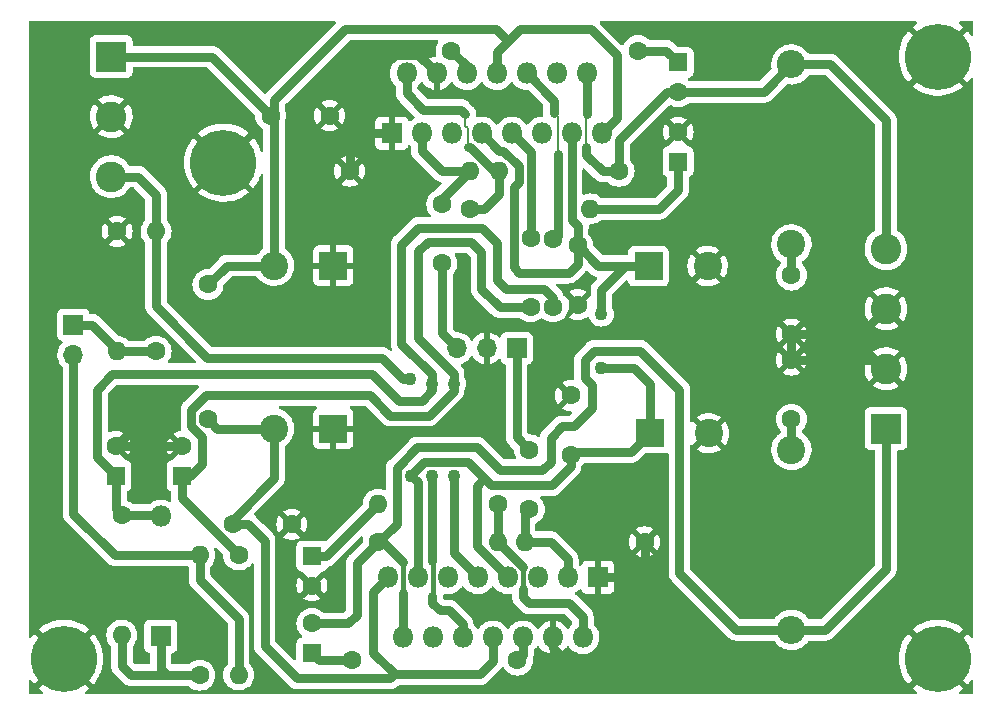
<source format=gbr>
%TF.GenerationSoftware,KiCad,Pcbnew,6.0.9-8da3e8f707~117~ubuntu20.04.1*%
%TF.CreationDate,2022-12-08T11:19:40-05:00*%
%TF.ProjectId,TDA7294,54444137-3239-4342-9e6b-696361645f70,v1.0.0*%
%TF.SameCoordinates,PX6146580PY3dfd240*%
%TF.FileFunction,Copper,L2,Bot*%
%TF.FilePolarity,Positive*%
%FSLAX46Y46*%
G04 Gerber Fmt 4.6, Leading zero omitted, Abs format (unit mm)*
G04 Created by KiCad (PCBNEW 6.0.9-8da3e8f707~117~ubuntu20.04.1) date 2022-12-08 11:19:40*
%MOMM*%
%LPD*%
G01*
G04 APERTURE LIST*
%TA.AperFunction,ComponentPad*%
%ADD10R,1.600000X1.600000*%
%TD*%
%TA.AperFunction,ComponentPad*%
%ADD11C,1.600000*%
%TD*%
%TA.AperFunction,ComponentPad*%
%ADD12R,2.400000X2.400000*%
%TD*%
%TA.AperFunction,ComponentPad*%
%ADD13C,2.400000*%
%TD*%
%TA.AperFunction,ComponentPad*%
%ADD14R,1.800000X1.800000*%
%TD*%
%TA.AperFunction,ComponentPad*%
%ADD15O,1.800000X1.800000*%
%TD*%
%TA.AperFunction,ComponentPad*%
%ADD16R,2.600000X2.600000*%
%TD*%
%TA.AperFunction,ComponentPad*%
%ADD17C,2.600000*%
%TD*%
%TA.AperFunction,ComponentPad*%
%ADD18R,1.700000X1.700000*%
%TD*%
%TA.AperFunction,ComponentPad*%
%ADD19O,1.700000X1.700000*%
%TD*%
%TA.AperFunction,ComponentPad*%
%ADD20O,1.600000X1.600000*%
%TD*%
%TA.AperFunction,ComponentPad*%
%ADD21O,2.400000X2.400000*%
%TD*%
%TA.AperFunction,ComponentPad*%
%ADD22C,5.600000*%
%TD*%
%TA.AperFunction,ViaPad*%
%ADD23C,1.600000*%
%TD*%
%TA.AperFunction,ViaPad*%
%ADD24C,1.100000*%
%TD*%
%TA.AperFunction,Conductor*%
%ADD25C,0.800000*%
%TD*%
%TA.AperFunction,Conductor*%
%ADD26C,0.200000*%
%TD*%
%TA.AperFunction,Conductor*%
%ADD27C,0.400000*%
%TD*%
G04 APERTURE END LIST*
D10*
%TO.P,C1,1*%
%TO.N,/MUTE*%
X12900000Y-44000000D03*
D11*
%TO.P,C1,2*%
%TO.N,GND*%
X12900000Y-41500000D03*
%TD*%
D10*
%TO.P,C2,1*%
%TO.N,/STBY*%
X18500000Y-44000000D03*
D11*
%TO.P,C2,2*%
%TO.N,GND*%
X18500000Y-41500000D03*
%TD*%
%TO.P,C3,1*%
%TO.N,Net-(C3-Pad1)*%
X40500000Y-21000000D03*
%TO.P,C3,2*%
%TO.N,/IN1*%
X40500000Y-26000000D03*
%TD*%
D10*
%TO.P,C4,1*%
%TO.N,Net-(C4-Pad1)*%
X60500000Y-17400000D03*
D11*
%TO.P,C4,2*%
%TO.N,GND*%
X60500000Y-14900000D03*
%TD*%
%TO.P,C5,1*%
%TO.N,/+VS*%
X52000000Y-24500000D03*
%TO.P,C5,2*%
%TO.N,GND*%
X52000000Y-29500000D03*
%TD*%
%TO.P,C6,1*%
%TO.N,/-VS*%
X26000000Y-13500000D03*
%TO.P,C6,2*%
%TO.N,GND*%
X31000000Y-13500000D03*
%TD*%
D12*
%TO.P,C7,1*%
%TO.N,/+VS*%
X58000000Y-26250000D03*
D13*
%TO.P,C7,2*%
%TO.N,GND*%
X63000000Y-26250000D03*
%TD*%
D12*
%TO.P,C8,1*%
%TO.N,GND*%
X31300000Y-26200000D03*
D13*
%TO.P,C8,2*%
%TO.N,/-VS*%
X26300000Y-26200000D03*
%TD*%
D10*
%TO.P,C9,1*%
%TO.N,Net-(C9-Pad1)*%
X60500000Y-9000000D03*
D11*
%TO.P,C9,2*%
%TO.N,/OUT1*%
X60500000Y-11500000D03*
%TD*%
%TO.P,C10,1*%
%TO.N,GND*%
X70100000Y-32000000D03*
%TO.P,C10,2*%
%TO.N,Net-(C10-Pad2)*%
X70100000Y-27000000D03*
%TD*%
%TO.P,C11,1*%
%TO.N,Net-(C11-Pad1)*%
X47900000Y-46800000D03*
%TO.P,C11,2*%
%TO.N,/IN2*%
X47900000Y-41800000D03*
%TD*%
D10*
%TO.P,C12,1*%
%TO.N,Net-(C12-Pad1)*%
X29500000Y-50800000D03*
D11*
%TO.P,C12,2*%
%TO.N,GND*%
X29500000Y-53300000D03*
%TD*%
%TO.P,C13,1*%
%TO.N,/+VS*%
X51400000Y-42200000D03*
%TO.P,C13,2*%
%TO.N,GND*%
X51400000Y-37200000D03*
%TD*%
%TO.P,C14,1*%
%TO.N,/-VS*%
X22800000Y-48100000D03*
%TO.P,C14,2*%
%TO.N,GND*%
X27800000Y-48100000D03*
%TD*%
D12*
%TO.P,C15,1*%
%TO.N,/+VS*%
X58100000Y-40400000D03*
D13*
%TO.P,C15,2*%
%TO.N,GND*%
X63100000Y-40400000D03*
%TD*%
D12*
%TO.P,C16,1*%
%TO.N,GND*%
X31300000Y-40000000D03*
D13*
%TO.P,C16,2*%
%TO.N,/-VS*%
X26300000Y-40000000D03*
%TD*%
D10*
%TO.P,C17,1*%
%TO.N,Net-(C17-Pad1)*%
X29500000Y-59000000D03*
D11*
%TO.P,C17,2*%
%TO.N,/OUT2*%
X29500000Y-56500000D03*
%TD*%
%TO.P,C18,1*%
%TO.N,GND*%
X70100000Y-34200000D03*
%TO.P,C18,2*%
%TO.N,Net-(C18-Pad2)*%
X70100000Y-39200000D03*
%TD*%
D14*
%TO.P,D1,1,K*%
%TO.N,Net-(D1-Pad1)*%
X16700000Y-57580000D03*
D15*
%TO.P,D1,2,A*%
%TO.N,/MUTE*%
X16700000Y-47420000D03*
%TD*%
D16*
%TO.P,J1,1,Pin_1*%
%TO.N,/-VS*%
X12500000Y-8500000D03*
D17*
%TO.P,J1,2,Pin_2*%
%TO.N,GND*%
X12500000Y-13580000D03*
%TO.P,J1,3,Pin_3*%
%TO.N,/+VS*%
X12500000Y-18660000D03*
%TD*%
D16*
%TO.P,J2,1,Pin_1*%
%TO.N,/OUT2*%
X78100000Y-40000000D03*
D17*
%TO.P,J2,2,Pin_2*%
%TO.N,GND*%
X78100000Y-34920000D03*
%TO.P,J2,3,Pin_3*%
X78100000Y-29840000D03*
%TO.P,J2,4,Pin_4*%
%TO.N,/OUT1*%
X78100000Y-24760000D03*
%TD*%
D18*
%TO.P,JP1,1,1*%
%TO.N,/EN*%
X9300000Y-31200000D03*
D19*
%TO.P,JP1,2,2*%
%TO.N,Net-(JP1-Pad2)*%
X9300000Y-33740000D03*
%TD*%
D11*
%TO.P,R1,1*%
%TO.N,/EN*%
X16300000Y-33460000D03*
D20*
%TO.P,R1,2*%
%TO.N,/+VS*%
X16300000Y-23300000D03*
%TD*%
D11*
%TO.P,R2,1*%
%TO.N,GND*%
X13000000Y-23300000D03*
D20*
%TO.P,R2,2*%
%TO.N,/EN*%
X13000000Y-33460000D03*
%TD*%
D11*
%TO.P,R3,1*%
%TO.N,Net-(D1-Pad1)*%
X20000000Y-60880000D03*
D20*
%TO.P,R3,2*%
%TO.N,Net-(JP1-Pad2)*%
X20000000Y-50720000D03*
%TD*%
D11*
%TO.P,R4,1*%
%TO.N,/STBY*%
X23300000Y-50700000D03*
D20*
%TO.P,R4,2*%
%TO.N,Net-(JP1-Pad2)*%
X23300000Y-60860000D03*
%TD*%
D11*
%TO.P,R5,1*%
%TO.N,/MUTE*%
X13400000Y-47320000D03*
D20*
%TO.P,R5,2*%
%TO.N,Net-(D1-Pad1)*%
X13400000Y-57480000D03*
%TD*%
D11*
%TO.P,R6,1*%
%TO.N,GND*%
X32700000Y-18200000D03*
D20*
%TO.P,R6,2*%
%TO.N,Net-(C3-Pad1)*%
X42860000Y-18200000D03*
%TD*%
D11*
%TO.P,R7,1*%
%TO.N,Net-(R7-Pad1)*%
X42900000Y-21400000D03*
D20*
%TO.P,R7,2*%
%TO.N,Net-(C4-Pad1)*%
X53060000Y-21400000D03*
%TD*%
D11*
%TO.P,R8,1*%
%TO.N,/OUT1*%
X55500000Y-18200000D03*
D20*
%TO.P,R8,2*%
%TO.N,Net-(R7-Pad1)*%
X45340000Y-18200000D03*
%TD*%
D13*
%TO.P,R9,1*%
%TO.N,Net-(C10-Pad2)*%
X70100000Y-24400000D03*
D21*
%TO.P,R9,2*%
%TO.N,/OUT1*%
X70100000Y-9160000D03*
%TD*%
D11*
%TO.P,R10,1*%
%TO.N,GND*%
X57660000Y-49600000D03*
D20*
%TO.P,R10,2*%
%TO.N,Net-(C11-Pad1)*%
X47500000Y-49600000D03*
%TD*%
D11*
%TO.P,R11,1*%
%TO.N,Net-(R11-Pad1)*%
X45260000Y-46400000D03*
D20*
%TO.P,R11,2*%
%TO.N,Net-(C12-Pad1)*%
X35100000Y-46400000D03*
%TD*%
D13*
%TO.P,R13,1*%
%TO.N,Net-(C18-Pad2)*%
X70100000Y-41800000D03*
D21*
%TO.P,R13,2*%
%TO.N,/OUT2*%
X70100000Y-57040000D03*
%TD*%
D14*
%TO.P,U1,1,SGND*%
%TO.N,GND*%
X36250000Y-15000000D03*
D15*
%TO.P,U1,2,-*%
%TO.N,Net-(R7-Pad1)*%
X37520000Y-9920000D03*
%TO.P,U1,3,+*%
%TO.N,Net-(C3-Pad1)*%
X38790000Y-15000000D03*
%TO.P,U1,4,SIG_GND*%
%TO.N,GND*%
X40060000Y-9920000D03*
%TO.P,U1,5,NC*%
%TO.N,unconnected-(U1-Pad5)*%
X41330000Y-15000000D03*
%TO.P,U1,6,BOOT*%
%TO.N,Net-(C9-Pad1)*%
X42600000Y-9920000D03*
%TO.P,U1,7,+Vs*%
%TO.N,/+VS*%
X43870000Y-15000000D03*
%TO.P,U1,8,-Vs*%
%TO.N,/-VS*%
X45140000Y-9920000D03*
%TO.P,U1,9,STBY*%
%TO.N,/STBY*%
X46410000Y-15000000D03*
%TO.P,U1,10,MUTE*%
%TO.N,/MUTE*%
X47680000Y-9920000D03*
%TO.P,U1,11,NC*%
%TO.N,unconnected-(U1-Pad11)*%
X48950000Y-15000000D03*
%TO.P,U1,12,NC*%
%TO.N,unconnected-(U1-Pad12)*%
X50220000Y-9920000D03*
%TO.P,U1,13,+Vs*%
%TO.N,/+VS*%
X51490000Y-15000000D03*
%TO.P,U1,14*%
%TO.N,/OUT1*%
X52760000Y-9920000D03*
%TO.P,U1,15,-Vs*%
%TO.N,/-VS*%
X54030000Y-15000000D03*
%TD*%
D14*
%TO.P,U2,1,SGND*%
%TO.N,GND*%
X53700000Y-52600000D03*
D15*
%TO.P,U2,2,-*%
%TO.N,Net-(R11-Pad1)*%
X52430000Y-57680000D03*
%TO.P,U2,3,+*%
%TO.N,Net-(C11-Pad1)*%
X51160000Y-52600000D03*
%TO.P,U2,4,SIG_GND*%
%TO.N,GND*%
X49890000Y-57680000D03*
%TO.P,U2,5,NC*%
%TO.N,unconnected-(U2-Pad5)*%
X48620000Y-52600000D03*
%TO.P,U2,6,BOOT*%
%TO.N,Net-(C17-Pad1)*%
X47350000Y-57680000D03*
%TO.P,U2,7,+Vs*%
%TO.N,/+VS*%
X46080000Y-52600000D03*
%TO.P,U2,8,-Vs*%
%TO.N,/-VS*%
X44810000Y-57680000D03*
%TO.P,U2,9,STBY*%
%TO.N,/STBY*%
X43540000Y-52600000D03*
%TO.P,U2,10,MUTE*%
%TO.N,/MUTE*%
X42270000Y-57680000D03*
%TO.P,U2,11,NC*%
%TO.N,unconnected-(U2-Pad11)*%
X41000000Y-52600000D03*
%TO.P,U2,12,NC*%
%TO.N,unconnected-(U2-Pad12)*%
X39730000Y-57680000D03*
%TO.P,U2,13,+Vs*%
%TO.N,/+VS*%
X38460000Y-52600000D03*
%TO.P,U2,14*%
%TO.N,/OUT2*%
X37190000Y-57680000D03*
%TO.P,U2,15,-Vs*%
%TO.N,/-VS*%
X35920000Y-52600000D03*
%TD*%
D18*
%TO.P,J3,1,Pin_1*%
%TO.N,/IN2*%
X46840000Y-33200000D03*
D19*
%TO.P,J3,2,Pin_2*%
%TO.N,GND*%
X44300000Y-33200000D03*
%TO.P,J3,3,Pin_3*%
%TO.N,/IN1*%
X41760000Y-33200000D03*
%TD*%
D11*
%TO.P,R12,1*%
%TO.N,/OUT2*%
X35100000Y-49600000D03*
D20*
%TO.P,R12,2*%
%TO.N,Net-(R11-Pad1)*%
X45260000Y-49600000D03*
%TD*%
D22*
%TO.P,H3,1,1*%
%TO.N,GND*%
X82500000Y-8500000D03*
%TD*%
%TO.P,H2,1,1*%
%TO.N,GND*%
X8500000Y-59500000D03*
%TD*%
%TO.P,H4,1,1*%
%TO.N,GND*%
X22000000Y-17500000D03*
%TD*%
%TO.P,H1,1,1*%
%TO.N,GND*%
X82500000Y-59500000D03*
%TD*%
D23*
%TO.N,GND*%
X6900000Y-39000000D03*
X15400000Y-39000000D03*
%TO.N,/MUTE*%
X49900002Y-23910000D03*
X49900002Y-29700000D03*
D24*
X39700000Y-36200054D03*
X39700000Y-43999994D03*
D23*
%TO.N,/STBY*%
X48010000Y-29700000D03*
D24*
X41500002Y-36200000D03*
D23*
X48010000Y-23900000D03*
D24*
X41500000Y-43999988D03*
%TO.N,/+VS*%
X54000000Y-34900004D03*
X37786820Y-35786820D03*
X54000000Y-30300000D03*
X37900000Y-44000000D03*
D23*
%TO.N,/-VS*%
X20700008Y-27800000D03*
X20700000Y-39210000D03*
%TO.N,Net-(C9-Pad1)*%
X41300000Y-8000000D03*
X57100000Y-8000000D03*
%TO.N,Net-(C17-Pad1)*%
X32900000Y-59600000D03*
X46900000Y-59600000D03*
%TD*%
D25*
%TO.N,GND*%
X49890000Y-57680000D02*
X49890000Y-58590000D01*
X57660000Y-57640000D02*
X57660000Y-49600000D01*
X70100000Y-32000000D02*
X70100000Y-34200000D01*
X70100000Y-34200000D02*
X77380000Y-34200000D01*
X57660000Y-49600000D02*
X57660000Y-51040000D01*
X49890000Y-58590000D02*
X50900000Y-59600000D01*
X34300000Y-8400000D02*
X32700000Y-10000000D01*
X57660000Y-51040000D02*
X56100000Y-52600000D01*
X34300000Y-15000000D02*
X36250000Y-15000000D01*
X56100000Y-52600000D02*
X53700000Y-52600000D01*
X12900000Y-41500000D02*
X15400000Y-39000000D01*
X55700000Y-59600000D02*
X57660000Y-57640000D01*
X75940000Y-32000000D02*
X78100000Y-29840000D01*
X38540000Y-8400000D02*
X34300000Y-8400000D01*
X40060000Y-9920000D02*
X38540000Y-8400000D01*
X50900000Y-59600000D02*
X55700000Y-59600000D01*
X32700000Y-10000000D02*
X32700000Y-18200000D01*
X32700000Y-16600000D02*
X34300000Y-15000000D01*
X32700000Y-18200000D02*
X32700000Y-16600000D01*
X77380000Y-34200000D02*
X78100000Y-34920000D01*
X70100000Y-32000000D02*
X75940000Y-32000000D01*
X18500000Y-41500000D02*
X12900000Y-41500000D01*
%TO.N,/MUTE*%
X38810000Y-37650000D02*
X39700000Y-36760000D01*
D26*
X50300000Y-13600000D02*
X50300000Y-14413998D01*
D25*
X38500000Y-23000000D02*
X37080000Y-24420000D01*
X39700000Y-54800000D02*
X39700000Y-54200000D01*
X11300000Y-36700000D02*
X12600000Y-35400000D01*
X12600000Y-35400000D02*
X34600000Y-35400000D01*
X12900000Y-44000000D02*
X12900000Y-46820000D01*
X12900000Y-46820000D02*
X13400000Y-47320000D01*
D26*
X50000000Y-13300000D02*
X50300000Y-13600000D01*
D25*
X42270000Y-56570000D02*
X41100000Y-55400000D01*
X11300000Y-42400000D02*
X11300000Y-36700000D01*
X50289999Y-23670001D02*
X50050000Y-23910000D01*
X16600000Y-47320000D02*
X16700000Y-47420000D01*
X36850000Y-37650000D02*
X38810000Y-37650000D01*
X45200000Y-24280000D02*
X43920000Y-23000000D01*
X41100000Y-55400000D02*
X40300000Y-55400000D01*
X40300000Y-55400000D02*
X39700000Y-54800000D01*
D26*
X39730000Y-51230000D02*
X39700000Y-51200000D01*
X39700000Y-54200000D02*
X39730000Y-54170000D01*
D25*
X49147817Y-28169998D02*
X45909998Y-28169998D01*
X12900000Y-44000000D02*
X11300000Y-42400000D01*
D27*
X39730000Y-54170000D02*
X39730000Y-51230000D01*
D25*
X39700000Y-51200000D02*
X39700000Y-43999994D01*
D26*
X50289999Y-14423999D02*
X50289999Y-16789999D01*
D25*
X39700000Y-36760000D02*
X39700000Y-36200054D01*
X45909998Y-28169998D02*
X45200000Y-27460000D01*
X13400000Y-47320000D02*
X16600000Y-47320000D01*
X50000000Y-12240000D02*
X50000000Y-13300000D01*
X50289999Y-16789999D02*
X50289999Y-23670001D01*
X37080000Y-32802237D02*
X39700000Y-35422237D01*
D26*
X50300000Y-14413998D02*
X50289999Y-14423999D01*
D25*
X49900002Y-29700000D02*
X49900002Y-28922183D01*
X39700000Y-35422237D02*
X39700000Y-36200054D01*
X47680000Y-9920000D02*
X50000000Y-12240000D01*
X34600000Y-35400000D02*
X36850000Y-37650000D01*
X45200000Y-27460000D02*
X45200000Y-24280000D01*
X37080000Y-24420000D02*
X37080000Y-32802237D01*
X49900002Y-28922183D02*
X49147817Y-28169998D01*
X42270000Y-57680000D02*
X42270000Y-56570000D01*
X43920000Y-23000000D02*
X38500000Y-23000000D01*
%TO.N,/STBY*%
X36100000Y-38900000D02*
X39400000Y-38900000D01*
X20200000Y-40689899D02*
X19300000Y-39789899D01*
X20200000Y-43000000D02*
X20200000Y-40689899D01*
X19200000Y-44000000D02*
X20200000Y-43000000D01*
X48030000Y-16620000D02*
X48030000Y-23900000D01*
X38500000Y-32370000D02*
X38500000Y-25000000D01*
X20500000Y-37200000D02*
X34400000Y-37200000D01*
X43840000Y-25040013D02*
X43840000Y-28160000D01*
X42999987Y-24200000D02*
X43840000Y-25040013D01*
X43840000Y-28160000D02*
X45380000Y-29700000D01*
X45380000Y-29700000D02*
X48010000Y-29700000D01*
X18500000Y-44000000D02*
X19200000Y-44000000D01*
X19300000Y-39789899D02*
X19300000Y-38400000D01*
X39300000Y-24200000D02*
X42999987Y-24200000D01*
X38500000Y-25000000D02*
X39300000Y-24200000D01*
X41500002Y-36200000D02*
X41500002Y-35370002D01*
X18500000Y-44000000D02*
X18500000Y-45900000D01*
X18500000Y-45900000D02*
X23300000Y-50700000D01*
X41500002Y-35370002D02*
X38500000Y-32370000D01*
X39400000Y-38900000D02*
X41500002Y-36799998D01*
X34400000Y-37200000D02*
X36100000Y-38900000D01*
X19300000Y-38400000D02*
X20500000Y-37200000D01*
X43540000Y-52600000D02*
X41500000Y-50560000D01*
X41500002Y-36799998D02*
X41500002Y-36200000D01*
X41500000Y-50560000D02*
X41500000Y-43999988D01*
X46410000Y-15000000D02*
X48030000Y-16620000D01*
%TO.N,Net-(C3-Pad1)*%
X40500000Y-21000000D02*
X40500000Y-20560000D01*
X38790000Y-15000000D02*
X38790000Y-16490000D01*
X40500000Y-18200000D02*
X42860000Y-18200000D01*
X38790000Y-16490000D02*
X40500000Y-18200000D01*
X40500000Y-20560000D02*
X42860000Y-18200000D01*
%TO.N,Net-(C4-Pad1)*%
X60500000Y-19800000D02*
X60500000Y-17400000D01*
X53060000Y-21400000D02*
X58900000Y-21400000D01*
X58900000Y-21400000D02*
X60500000Y-19800000D01*
%TO.N,/+VS*%
X58000000Y-26250000D02*
X56000000Y-26250000D01*
X20650000Y-34000000D02*
X35390000Y-34000000D01*
X37176820Y-35786820D02*
X37786820Y-35786820D01*
X39000000Y-42800000D02*
X42700000Y-42800000D01*
X51250000Y-26810000D02*
X47040000Y-26810000D01*
X35390000Y-34000000D02*
X37176820Y-35786820D01*
X16300000Y-29650000D02*
X20650000Y-34000000D01*
X51600000Y-42000000D02*
X56500000Y-42000000D01*
X45370001Y-16500001D02*
X43870000Y-15000000D01*
X58000000Y-26250000D02*
X53750000Y-26250000D01*
X44100000Y-44200000D02*
X44700000Y-44800000D01*
X56000000Y-26250000D02*
X54000000Y-28250000D01*
X54000000Y-28250000D02*
X54000000Y-30300000D01*
X37900000Y-44000000D02*
X38460000Y-44560000D01*
X56500000Y-42000000D02*
X58100000Y-40400000D01*
X14760000Y-18660000D02*
X16300000Y-20200000D01*
X52000000Y-24500000D02*
X52000000Y-26060000D01*
X53750000Y-26250000D02*
X52000000Y-24500000D01*
X47040000Y-26810000D02*
X46580000Y-26350000D01*
X58100000Y-36200000D02*
X56800004Y-34900004D01*
X52000000Y-26060000D02*
X51250000Y-26810000D01*
X46080000Y-52600000D02*
X43450001Y-49970001D01*
X51490000Y-15000000D02*
X51490000Y-22360000D01*
X51400000Y-43210000D02*
X51400000Y-42200000D01*
X47000000Y-17787998D02*
X45712003Y-16500001D01*
X37900000Y-44000000D02*
X37900000Y-43900000D01*
X52020000Y-22890000D02*
X52000000Y-22910000D01*
X51490000Y-22360000D02*
X52020000Y-22890000D01*
X51400000Y-42200000D02*
X51600000Y-42000000D01*
X43450001Y-49970001D02*
X43450001Y-44849999D01*
X16300000Y-20200000D02*
X16300000Y-23300000D01*
X42700000Y-42800000D02*
X44100000Y-44200000D01*
X38460000Y-44560000D02*
X38460000Y-47440000D01*
X12500000Y-18660000D02*
X14760000Y-18660000D01*
X43450001Y-44849999D02*
X44100000Y-44200000D01*
X37900000Y-43900000D02*
X39000000Y-42800000D01*
X16300000Y-23300000D02*
X16300000Y-29650000D01*
X56800004Y-34900004D02*
X54000000Y-34900004D01*
X38460000Y-47440000D02*
X38460000Y-52600000D01*
X47000000Y-19160000D02*
X47000000Y-17787998D01*
X52000000Y-22910000D02*
X52000000Y-24500000D01*
X44700000Y-44800000D02*
X49810000Y-44800000D01*
X58100000Y-40400000D02*
X58100000Y-36200000D01*
X49810000Y-44800000D02*
X51400000Y-43210000D01*
X46580000Y-19580000D02*
X47000000Y-19160000D01*
X46580000Y-26350000D02*
X46580000Y-19580000D01*
X45712003Y-16500001D02*
X45370001Y-16500001D01*
%TO.N,/-VS*%
X26300000Y-40000000D02*
X21490000Y-40000000D01*
X25500000Y-49500000D02*
X24100000Y-48100000D01*
X12500000Y-8500000D02*
X21000000Y-8500000D01*
X45100000Y-6200000D02*
X46100000Y-7200000D01*
X34700000Y-53820000D02*
X34700000Y-59000000D01*
X22800000Y-48100000D02*
X22800000Y-47700000D01*
X35920000Y-52600000D02*
X34700000Y-53820000D01*
X46100000Y-7200000D02*
X47100000Y-6200000D01*
X26300000Y-26200000D02*
X22300008Y-26200000D01*
X26300000Y-12200000D02*
X32300000Y-6200000D01*
X43700000Y-60800000D02*
X44810000Y-59690000D01*
X45140000Y-8160000D02*
X45140000Y-9920000D01*
X36500000Y-60800000D02*
X43700000Y-60800000D01*
X25500000Y-58400000D02*
X25500000Y-49500000D01*
X22800000Y-47700000D02*
X26300000Y-44200000D01*
X24100000Y-48100000D02*
X22800000Y-48100000D01*
X26300000Y-44200000D02*
X26300000Y-40000000D01*
X28250000Y-61150000D02*
X25500000Y-58400000D01*
X22300008Y-26200000D02*
X20700008Y-27800000D01*
X46100000Y-7200000D02*
X45140000Y-8160000D01*
X36150000Y-61150000D02*
X28250000Y-61150000D01*
X32300000Y-6200000D02*
X45100000Y-6200000D01*
X55300000Y-13730000D02*
X54030000Y-15000000D01*
X53100000Y-6200000D02*
X55300000Y-8400000D01*
X26300000Y-26200000D02*
X26300000Y-12200000D01*
X21000000Y-8500000D02*
X26000000Y-13500000D01*
X34700000Y-59000000D02*
X36500000Y-60800000D01*
X36500000Y-60800000D02*
X36150000Y-61150000D01*
X21490000Y-40000000D02*
X20700000Y-39210000D01*
X44810000Y-59690000D02*
X44810000Y-57680000D01*
X55300000Y-8400000D02*
X55300000Y-13730000D01*
X47100000Y-6200000D02*
X53100000Y-6200000D01*
%TO.N,/OUT1*%
X52700000Y-16800000D02*
X52700000Y-16200000D01*
X78100000Y-13900000D02*
X73360000Y-9160000D01*
X73360000Y-9160000D02*
X70100000Y-9160000D01*
X55500000Y-15600000D02*
X59600000Y-11500000D01*
X78100000Y-24760000D02*
X78100000Y-13900000D01*
X55500000Y-18200000D02*
X55500000Y-15600000D01*
X52760000Y-9920000D02*
X52760000Y-13340000D01*
D26*
X52760000Y-13340000D02*
X52700000Y-13400000D01*
D25*
X54100000Y-18200000D02*
X52700000Y-16800000D01*
X59600000Y-11500000D02*
X60500000Y-11500000D01*
X67760000Y-11500000D02*
X70100000Y-9160000D01*
X55500000Y-18200000D02*
X54100000Y-18200000D01*
X60500000Y-11500000D02*
X67760000Y-11500000D01*
D26*
X52700000Y-13400000D02*
X52700000Y-16200000D01*
D25*
%TO.N,Net-(C9-Pad1)*%
X59500000Y-8000000D02*
X60500000Y-9000000D01*
X57100000Y-8000000D02*
X59500000Y-8000000D01*
X42600000Y-9920000D02*
X42600000Y-9300000D01*
X42600000Y-9300000D02*
X41300000Y-8000000D01*
%TO.N,Net-(C10-Pad2)*%
X70100000Y-24400000D02*
X70100000Y-27000000D01*
%TO.N,Net-(C11-Pad1)*%
X49700000Y-49600000D02*
X47500000Y-49600000D01*
X47500000Y-47200000D02*
X47900000Y-46800000D01*
X51160000Y-51060000D02*
X49700000Y-49600000D01*
X47500000Y-49600000D02*
X47500000Y-47200000D01*
X51160000Y-52600000D02*
X51160000Y-51060000D01*
%TO.N,Net-(C12-Pad1)*%
X30700000Y-50800000D02*
X29500000Y-50800000D01*
X35100000Y-46400000D02*
X30700000Y-50800000D01*
%TO.N,/OUT2*%
X45400000Y-43500000D02*
X43500000Y-41600000D01*
X70100000Y-57040000D02*
X65440000Y-57040000D01*
X37190000Y-57680000D02*
X37190000Y-53890000D01*
X52600000Y-35700000D02*
X53200000Y-36300000D01*
X32560000Y-56500000D02*
X29500000Y-56500000D01*
X43500000Y-41600000D02*
X38400000Y-41600000D01*
X33290000Y-55770000D02*
X32560000Y-56500000D01*
X72960000Y-57040000D02*
X78100000Y-51900000D01*
X53200000Y-38300000D02*
X51680000Y-39820000D01*
X70100000Y-57040000D02*
X72960000Y-57040000D01*
X53200000Y-36300000D02*
X53200000Y-38300000D01*
X60600000Y-36700000D02*
X57300000Y-33400000D01*
X35500000Y-49600000D02*
X35100000Y-49600000D01*
X36660000Y-43340000D02*
X36660000Y-48040000D01*
D27*
X37190000Y-53890000D02*
X37190000Y-51290000D01*
D25*
X49000000Y-43500000D02*
X45400000Y-43500000D01*
X33290000Y-51410000D02*
X33290000Y-55770000D01*
X52600000Y-34200000D02*
X52600000Y-35700000D01*
X49700000Y-42800000D02*
X49000000Y-43500000D01*
X35100000Y-49600000D02*
X33290000Y-51410000D01*
X36660000Y-48040000D02*
X35100000Y-49600000D01*
X38400000Y-41600000D02*
X36660000Y-43340000D01*
X51680000Y-39820000D02*
X50650000Y-39820000D01*
X37190000Y-51290000D02*
X35500000Y-49600000D01*
X53400000Y-33400000D02*
X52600000Y-34200000D01*
X60600000Y-52200000D02*
X60600000Y-36700000D01*
X50650000Y-39820000D02*
X49700000Y-40770000D01*
X49700000Y-40770000D02*
X49700000Y-42800000D01*
X57300000Y-33400000D02*
X53400000Y-33400000D01*
X78100000Y-51900000D02*
X78100000Y-40000000D01*
X65440000Y-57040000D02*
X60600000Y-52200000D01*
%TO.N,Net-(C17-Pad1)*%
X47350000Y-59150000D02*
X46900000Y-59600000D01*
X47350000Y-57680000D02*
X47350000Y-59150000D01*
X32900000Y-59600000D02*
X30100000Y-59600000D01*
X30100000Y-59600000D02*
X29500000Y-59000000D01*
%TO.N,Net-(C18-Pad2)*%
X70100000Y-39200000D02*
X70100000Y-41800000D01*
%TO.N,Net-(D1-Pad1)*%
X16700000Y-60360000D02*
X17220000Y-60880000D01*
X20000000Y-60880000D02*
X17220000Y-60880000D01*
X14180000Y-60880000D02*
X13400000Y-60100000D01*
X16700000Y-57580000D02*
X16700000Y-60360000D01*
X17220000Y-60880000D02*
X14180000Y-60880000D01*
X13400000Y-60100000D02*
X13400000Y-57480000D01*
%TO.N,Net-(JP1-Pad2)*%
X12820000Y-50720000D02*
X20000000Y-50720000D01*
X20000000Y-52840000D02*
X23300000Y-56140000D01*
X20000000Y-50720000D02*
X20000000Y-52840000D01*
X23300000Y-56140000D02*
X23300000Y-60860000D01*
X9300000Y-33740000D02*
X9300000Y-47200000D01*
X9300000Y-47200000D02*
X12820000Y-50720000D01*
%TO.N,Net-(R7-Pad1)*%
X44100000Y-21400000D02*
X45340000Y-20160000D01*
X42902001Y-16169999D02*
X44932002Y-18200000D01*
D26*
X42500000Y-13400000D02*
X42500000Y-14393998D01*
D25*
X37520000Y-9920000D02*
X37520000Y-11620000D01*
X45340000Y-20160000D02*
X45340000Y-18200000D01*
X37520000Y-11620000D02*
X38900000Y-13000000D01*
X38900000Y-13000000D02*
X42100000Y-13000000D01*
X44932002Y-18200000D02*
X45340000Y-18200000D01*
D26*
X42500000Y-14393998D02*
X42669999Y-14563997D01*
X42669999Y-14563997D02*
X42669999Y-16169999D01*
D25*
X42669999Y-16169999D02*
X42902001Y-16169999D01*
X42900000Y-21400000D02*
X44100000Y-21400000D01*
X42100000Y-13000000D02*
X42500000Y-13400000D01*
%TO.N,Net-(R11-Pad1)*%
X45260000Y-49600000D02*
X45260000Y-46400000D01*
X47900000Y-54800000D02*
X47360000Y-54260000D01*
X52430000Y-55930000D02*
X51300000Y-54800000D01*
X52430000Y-57680000D02*
X52430000Y-55930000D01*
D26*
X47400000Y-53440000D02*
X47360000Y-53400000D01*
D25*
X45260000Y-49600000D02*
X47360000Y-51700000D01*
D27*
X47360000Y-53400000D02*
X47360000Y-51740000D01*
D25*
X47360000Y-51700000D02*
X47360000Y-51740000D01*
X47360000Y-54260000D02*
X47360000Y-53550000D01*
X51300000Y-54800000D02*
X47900000Y-54800000D01*
%TO.N,/IN1*%
X40500000Y-31940000D02*
X41760000Y-33200000D01*
X40500000Y-26000000D02*
X40500000Y-31940000D01*
%TO.N,/IN2*%
X46840000Y-40740000D02*
X47900000Y-41800000D01*
X46840000Y-33200000D02*
X46840000Y-40740000D01*
%TO.N,/EN*%
X13000000Y-33460000D02*
X16300000Y-33460000D01*
X10900000Y-31200000D02*
X13100000Y-33400000D01*
X9300000Y-31200000D02*
X10900000Y-31200000D01*
%TD*%
%TA.AperFunction,Conductor*%
%TO.N,GND*%
G36*
X31470618Y-5528502D02*
G01*
X31517111Y-5582158D01*
X31527215Y-5652432D01*
X31497721Y-5717012D01*
X31491592Y-5723595D01*
X25715168Y-11500019D01*
X25700135Y-11512860D01*
X25688747Y-11521134D01*
X25684327Y-11526043D01*
X25642984Y-11571959D01*
X25638443Y-11576744D01*
X25623928Y-11591259D01*
X25621852Y-11593823D01*
X25611006Y-11607216D01*
X25606724Y-11612229D01*
X25596224Y-11623891D01*
X25535779Y-11661132D01*
X25464795Y-11659782D01*
X25413491Y-11628678D01*
X21699981Y-7915168D01*
X21687140Y-7900135D01*
X21682746Y-7894087D01*
X21682745Y-7894086D01*
X21678866Y-7888747D01*
X21628041Y-7842984D01*
X21623256Y-7838443D01*
X21608741Y-7823928D01*
X21593096Y-7811259D01*
X21592784Y-7811006D01*
X21587769Y-7806722D01*
X21541855Y-7765381D01*
X21541850Y-7765377D01*
X21536944Y-7760960D01*
X21531228Y-7757660D01*
X21531224Y-7757657D01*
X21524763Y-7753927D01*
X21508466Y-7742727D01*
X21502660Y-7738025D01*
X21502658Y-7738024D01*
X21497530Y-7733871D01*
X21436577Y-7702814D01*
X21430782Y-7699667D01*
X21417276Y-7691869D01*
X21371556Y-7665473D01*
X21365274Y-7663432D01*
X21365272Y-7663431D01*
X21358174Y-7661125D01*
X21339907Y-7653559D01*
X21339595Y-7653400D01*
X21327370Y-7647171D01*
X21261299Y-7629467D01*
X21254997Y-7627600D01*
X21189928Y-7606458D01*
X21183363Y-7605768D01*
X21183354Y-7605766D01*
X21175925Y-7604985D01*
X21156491Y-7601383D01*
X21149286Y-7599453D01*
X21149284Y-7599453D01*
X21142903Y-7597743D01*
X21136312Y-7597398D01*
X21136308Y-7597397D01*
X21074616Y-7594164D01*
X21068042Y-7593647D01*
X21050884Y-7591844D01*
X21050882Y-7591844D01*
X21047610Y-7591500D01*
X21027074Y-7591500D01*
X21020480Y-7591327D01*
X20958782Y-7588093D01*
X20958777Y-7588093D01*
X20952190Y-7587748D01*
X20938292Y-7589949D01*
X20918583Y-7591500D01*
X14434500Y-7591500D01*
X14366379Y-7571498D01*
X14319886Y-7517842D01*
X14308500Y-7465500D01*
X14308500Y-7151866D01*
X14301745Y-7089684D01*
X14250615Y-6953295D01*
X14163261Y-6836739D01*
X14046705Y-6749385D01*
X13910316Y-6698255D01*
X13848134Y-6691500D01*
X11151866Y-6691500D01*
X11089684Y-6698255D01*
X10953295Y-6749385D01*
X10836739Y-6836739D01*
X10749385Y-6953295D01*
X10698255Y-7089684D01*
X10691500Y-7151866D01*
X10691500Y-9848134D01*
X10698255Y-9910316D01*
X10749385Y-10046705D01*
X10836739Y-10163261D01*
X10953295Y-10250615D01*
X11089684Y-10301745D01*
X11151866Y-10308500D01*
X13848134Y-10308500D01*
X13910316Y-10301745D01*
X14046705Y-10250615D01*
X14163261Y-10163261D01*
X14250615Y-10046705D01*
X14301745Y-9910316D01*
X14308500Y-9848134D01*
X14308500Y-9534500D01*
X14328502Y-9466379D01*
X14382158Y-9419886D01*
X14434500Y-9408500D01*
X20571497Y-9408500D01*
X20639618Y-9428502D01*
X20660592Y-9445405D01*
X24651323Y-13436136D01*
X24685349Y-13498448D01*
X24687748Y-13514246D01*
X24693778Y-13583160D01*
X24705977Y-13722606D01*
X24705978Y-13722611D01*
X24706457Y-13728087D01*
X24707881Y-13733400D01*
X24707881Y-13733402D01*
X24764075Y-13943117D01*
X24765716Y-13949243D01*
X24768039Y-13954224D01*
X24768039Y-13954225D01*
X24860151Y-14151762D01*
X24860154Y-14151767D01*
X24862477Y-14156749D01*
X24920066Y-14238994D01*
X24982741Y-14328503D01*
X24993802Y-14344300D01*
X25155700Y-14506198D01*
X25160208Y-14509355D01*
X25160211Y-14509357D01*
X25337771Y-14633686D01*
X25382099Y-14689143D01*
X25391500Y-14736899D01*
X25391500Y-16425022D01*
X25371498Y-16493143D01*
X25317842Y-16539636D01*
X25247568Y-16549740D01*
X25182988Y-16520246D01*
X25144083Y-16458694D01*
X25140736Y-16446627D01*
X25138562Y-16440163D01*
X25008598Y-16113578D01*
X25005742Y-16107398D01*
X24841269Y-15796763D01*
X24837769Y-15790937D01*
X24640697Y-15499862D01*
X24636590Y-15494453D01*
X24523565Y-15361179D01*
X24510740Y-15352743D01*
X24500416Y-15358795D01*
X22372020Y-17487190D01*
X22364408Y-17501131D01*
X22364539Y-17502966D01*
X22368790Y-17509580D01*
X24499009Y-19639798D01*
X24512605Y-19647223D01*
X24522218Y-19640522D01*
X24622518Y-19523912D01*
X24626676Y-19518514D01*
X24825762Y-19228840D01*
X24829310Y-19223029D01*
X24995942Y-18913559D01*
X24998849Y-18907381D01*
X25131090Y-18581713D01*
X25133299Y-18575295D01*
X25144320Y-18536607D01*
X25182219Y-18476572D01*
X25246559Y-18446557D01*
X25316913Y-18456091D01*
X25370943Y-18502148D01*
X25391500Y-18571125D01*
X25391500Y-24684526D01*
X25371498Y-24752647D01*
X25334585Y-24789898D01*
X25260928Y-24838189D01*
X25260923Y-24838193D01*
X25257015Y-24840755D01*
X25183692Y-24906198D01*
X25072677Y-25005283D01*
X25067562Y-25009848D01*
X24905183Y-25205087D01*
X24902758Y-25209083D01*
X24902756Y-25209086D01*
X24889540Y-25230865D01*
X24837101Y-25278726D01*
X24781821Y-25291500D01*
X22381425Y-25291500D01*
X22361715Y-25289949D01*
X22354335Y-25288780D01*
X22354334Y-25288780D01*
X22347818Y-25287748D01*
X22341231Y-25288093D01*
X22341226Y-25288093D01*
X22279528Y-25291327D01*
X22272934Y-25291500D01*
X22252398Y-25291500D01*
X22249126Y-25291844D01*
X22249124Y-25291844D01*
X22231966Y-25293647D01*
X22225392Y-25294164D01*
X22163704Y-25297397D01*
X22163702Y-25297397D01*
X22157105Y-25297743D01*
X22143512Y-25301385D01*
X22124083Y-25304986D01*
X22110080Y-25306458D01*
X22045033Y-25327593D01*
X22038720Y-25329463D01*
X22018082Y-25334993D01*
X21979011Y-25345462D01*
X21979008Y-25345463D01*
X21972638Y-25347170D01*
X21960093Y-25353562D01*
X21941834Y-25361125D01*
X21928452Y-25365473D01*
X21922731Y-25368776D01*
X21869231Y-25399664D01*
X21863434Y-25402812D01*
X21808359Y-25430874D01*
X21808356Y-25430876D01*
X21802478Y-25433871D01*
X21797350Y-25438024D01*
X21797348Y-25438025D01*
X21791542Y-25442727D01*
X21775245Y-25453927D01*
X21768784Y-25457657D01*
X21768780Y-25457660D01*
X21763064Y-25460960D01*
X21758158Y-25465377D01*
X21758153Y-25465381D01*
X21712239Y-25506722D01*
X21707224Y-25511006D01*
X21699843Y-25516983D01*
X21691267Y-25523928D01*
X21676752Y-25538443D01*
X21671967Y-25542984D01*
X21621142Y-25588747D01*
X21617263Y-25594086D01*
X21617262Y-25594087D01*
X21612868Y-25600135D01*
X21600027Y-25615168D01*
X20763872Y-26451323D01*
X20701560Y-26485349D01*
X20685762Y-26487748D01*
X20607104Y-26494630D01*
X20477402Y-26505977D01*
X20477397Y-26505978D01*
X20471921Y-26506457D01*
X20466608Y-26507881D01*
X20466606Y-26507881D01*
X20256075Y-26564293D01*
X20256073Y-26564294D01*
X20250765Y-26565716D01*
X20245784Y-26568039D01*
X20245783Y-26568039D01*
X20048246Y-26660151D01*
X20048241Y-26660154D01*
X20043259Y-26662477D01*
X20013584Y-26683256D01*
X19860219Y-26790643D01*
X19860216Y-26790645D01*
X19855708Y-26793802D01*
X19693810Y-26955700D01*
X19690653Y-26960208D01*
X19690651Y-26960211D01*
X19647777Y-27021442D01*
X19562485Y-27143251D01*
X19560162Y-27148233D01*
X19560159Y-27148238D01*
X19476659Y-27327306D01*
X19465724Y-27350757D01*
X19464302Y-27356065D01*
X19464301Y-27356067D01*
X19408891Y-27562860D01*
X19406465Y-27571913D01*
X19386510Y-27800000D01*
X19406465Y-28028087D01*
X19407889Y-28033400D01*
X19407889Y-28033402D01*
X19460359Y-28229219D01*
X19465724Y-28249243D01*
X19468047Y-28254224D01*
X19468047Y-28254225D01*
X19560159Y-28451762D01*
X19560162Y-28451767D01*
X19562485Y-28456749D01*
X19614866Y-28531556D01*
X19644195Y-28573442D01*
X19693810Y-28644300D01*
X19855708Y-28806198D01*
X19860216Y-28809355D01*
X19860219Y-28809357D01*
X19926404Y-28855700D01*
X20043259Y-28937523D01*
X20048241Y-28939846D01*
X20048246Y-28939849D01*
X20204887Y-29012891D01*
X20250765Y-29034284D01*
X20256073Y-29035706D01*
X20256075Y-29035707D01*
X20466606Y-29092119D01*
X20466608Y-29092119D01*
X20471921Y-29093543D01*
X20700008Y-29113498D01*
X20928095Y-29093543D01*
X20933408Y-29092119D01*
X20933410Y-29092119D01*
X21143941Y-29035707D01*
X21143943Y-29035706D01*
X21149251Y-29034284D01*
X21195129Y-29012891D01*
X21351770Y-28939849D01*
X21351775Y-28939846D01*
X21356757Y-28937523D01*
X21473612Y-28855700D01*
X21539797Y-28809357D01*
X21539800Y-28809355D01*
X21544308Y-28806198D01*
X21706206Y-28644300D01*
X21755822Y-28573442D01*
X21785150Y-28531556D01*
X21837531Y-28456749D01*
X21839854Y-28451767D01*
X21839857Y-28451762D01*
X21931969Y-28254225D01*
X21931969Y-28254224D01*
X21934292Y-28249243D01*
X21939658Y-28229219D01*
X21992127Y-28033402D01*
X21992127Y-28033400D01*
X21993551Y-28028087D01*
X21994030Y-28022611D01*
X21994031Y-28022606D01*
X22007144Y-27872721D01*
X22012259Y-27814249D01*
X22038122Y-27748131D01*
X22048685Y-27736136D01*
X22639416Y-27145405D01*
X22701728Y-27111379D01*
X22728511Y-27108500D01*
X24782861Y-27108500D01*
X24850982Y-27128502D01*
X24883819Y-27159111D01*
X25004171Y-27320282D01*
X25004176Y-27320288D01*
X25006963Y-27324020D01*
X25010272Y-27327300D01*
X25010277Y-27327306D01*
X25183990Y-27499509D01*
X25187307Y-27502797D01*
X25191069Y-27505555D01*
X25191072Y-27505558D01*
X25351733Y-27623359D01*
X25392094Y-27652953D01*
X25396229Y-27655129D01*
X25396233Y-27655131D01*
X25497894Y-27708617D01*
X25616827Y-27771191D01*
X25746152Y-27816353D01*
X25852021Y-27853324D01*
X25856568Y-27854912D01*
X26106050Y-27902278D01*
X26226532Y-27907011D01*
X26355125Y-27912064D01*
X26355130Y-27912064D01*
X26359793Y-27912247D01*
X26458774Y-27901407D01*
X26607569Y-27885112D01*
X26607575Y-27885111D01*
X26612222Y-27884602D01*
X26721680Y-27855784D01*
X26793837Y-27836786D01*
X26857793Y-27819948D01*
X27024953Y-27748131D01*
X27086807Y-27721557D01*
X27086810Y-27721555D01*
X27091110Y-27719708D01*
X27095090Y-27717245D01*
X27095094Y-27717243D01*
X27303064Y-27588547D01*
X27303066Y-27588545D01*
X27307047Y-27586082D01*
X27323784Y-27571913D01*
X27474092Y-27444669D01*
X29592001Y-27444669D01*
X29592371Y-27451490D01*
X29597895Y-27502352D01*
X29601521Y-27517604D01*
X29646676Y-27638054D01*
X29655214Y-27653649D01*
X29731715Y-27755724D01*
X29744276Y-27768285D01*
X29846351Y-27844786D01*
X29861946Y-27853324D01*
X29982394Y-27898478D01*
X29997649Y-27902105D01*
X30048514Y-27907631D01*
X30055328Y-27908000D01*
X31027885Y-27908000D01*
X31043124Y-27903525D01*
X31044329Y-27902135D01*
X31046000Y-27894452D01*
X31046000Y-27889884D01*
X31554000Y-27889884D01*
X31558475Y-27905123D01*
X31559865Y-27906328D01*
X31567548Y-27907999D01*
X32544669Y-27907999D01*
X32551490Y-27907629D01*
X32602352Y-27902105D01*
X32617604Y-27898479D01*
X32738054Y-27853324D01*
X32753649Y-27844786D01*
X32855724Y-27768285D01*
X32868285Y-27755724D01*
X32944786Y-27653649D01*
X32953324Y-27638054D01*
X32998478Y-27517606D01*
X33002105Y-27502351D01*
X33007631Y-27451486D01*
X33008000Y-27444672D01*
X33008000Y-26472115D01*
X33003525Y-26456876D01*
X33002135Y-26455671D01*
X32994452Y-26454000D01*
X31572115Y-26454000D01*
X31556876Y-26458475D01*
X31555671Y-26459865D01*
X31554000Y-26467548D01*
X31554000Y-27889884D01*
X31046000Y-27889884D01*
X31046000Y-26472115D01*
X31041525Y-26456876D01*
X31040135Y-26455671D01*
X31032452Y-26454000D01*
X29610116Y-26454000D01*
X29594877Y-26458475D01*
X29593672Y-26459865D01*
X29592001Y-26467548D01*
X29592001Y-27444669D01*
X27474092Y-27444669D01*
X27497289Y-27425031D01*
X27497291Y-27425029D01*
X27500862Y-27422006D01*
X27668295Y-27231084D01*
X27704996Y-27174027D01*
X27803141Y-27021442D01*
X27805669Y-27017512D01*
X27909967Y-26785980D01*
X27978896Y-26541575D01*
X27994238Y-26420975D01*
X28010545Y-26292798D01*
X28010545Y-26292792D01*
X28010943Y-26289667D01*
X28013291Y-26200000D01*
X28002631Y-26056550D01*
X27994818Y-25951411D01*
X27994817Y-25951407D01*
X27994472Y-25946759D01*
X27992974Y-25940135D01*
X27990202Y-25927885D01*
X29592000Y-25927885D01*
X29596475Y-25943124D01*
X29597865Y-25944329D01*
X29605548Y-25946000D01*
X31027885Y-25946000D01*
X31043124Y-25941525D01*
X31044329Y-25940135D01*
X31046000Y-25932452D01*
X31046000Y-25927885D01*
X31554000Y-25927885D01*
X31558475Y-25943124D01*
X31559865Y-25944329D01*
X31567548Y-25946000D01*
X32989884Y-25946000D01*
X33005123Y-25941525D01*
X33006328Y-25940135D01*
X33007999Y-25932452D01*
X33007999Y-24955331D01*
X33007629Y-24948510D01*
X33002105Y-24897648D01*
X32998479Y-24882396D01*
X32953324Y-24761946D01*
X32944786Y-24746351D01*
X32868285Y-24644276D01*
X32855724Y-24631715D01*
X32753649Y-24555214D01*
X32738054Y-24546676D01*
X32617606Y-24501522D01*
X32602351Y-24497895D01*
X32551486Y-24492369D01*
X32544672Y-24492000D01*
X31572115Y-24492000D01*
X31556876Y-24496475D01*
X31555671Y-24497865D01*
X31554000Y-24505548D01*
X31554000Y-25927885D01*
X31046000Y-25927885D01*
X31046000Y-24510116D01*
X31041525Y-24494877D01*
X31040135Y-24493672D01*
X31032452Y-24492001D01*
X30055331Y-24492001D01*
X30048510Y-24492371D01*
X29997648Y-24497895D01*
X29982396Y-24501521D01*
X29861946Y-24546676D01*
X29846351Y-24555214D01*
X29744276Y-24631715D01*
X29731715Y-24644276D01*
X29655214Y-24746351D01*
X29646676Y-24761946D01*
X29601522Y-24882394D01*
X29597895Y-24897649D01*
X29592369Y-24948514D01*
X29592000Y-24955328D01*
X29592000Y-25927885D01*
X27990202Y-25927885D01*
X27943295Y-25720592D01*
X27938428Y-25699082D01*
X27908455Y-25622006D01*
X27848084Y-25466762D01*
X27848083Y-25466760D01*
X27846391Y-25462409D01*
X27834574Y-25441733D01*
X27722702Y-25245997D01*
X27722700Y-25245995D01*
X27720383Y-25241940D01*
X27563171Y-25042517D01*
X27378209Y-24868523D01*
X27373947Y-24865566D01*
X27354042Y-24851758D01*
X27262680Y-24788378D01*
X27218110Y-24733116D01*
X27208500Y-24684851D01*
X27208500Y-19286062D01*
X31978493Y-19286062D01*
X31987789Y-19298077D01*
X32038994Y-19333931D01*
X32048489Y-19339414D01*
X32245947Y-19431490D01*
X32256239Y-19435236D01*
X32466688Y-19491625D01*
X32477481Y-19493528D01*
X32694525Y-19512517D01*
X32705475Y-19512517D01*
X32922519Y-19493528D01*
X32933312Y-19491625D01*
X33143761Y-19435236D01*
X33154053Y-19431490D01*
X33351511Y-19339414D01*
X33361006Y-19333931D01*
X33413048Y-19297491D01*
X33421424Y-19287012D01*
X33414356Y-19273566D01*
X32712812Y-18572022D01*
X32698868Y-18564408D01*
X32697035Y-18564539D01*
X32690420Y-18568790D01*
X31984923Y-19274287D01*
X31978493Y-19286062D01*
X27208500Y-19286062D01*
X27208500Y-18205475D01*
X31387483Y-18205475D01*
X31406472Y-18422519D01*
X31408375Y-18433312D01*
X31464764Y-18643761D01*
X31468510Y-18654053D01*
X31560586Y-18851511D01*
X31566069Y-18861006D01*
X31602509Y-18913048D01*
X31612988Y-18921424D01*
X31626434Y-18914356D01*
X32327978Y-18212812D01*
X32334356Y-18201132D01*
X33064408Y-18201132D01*
X33064539Y-18202965D01*
X33068790Y-18209580D01*
X33774287Y-18915077D01*
X33786062Y-18921507D01*
X33798077Y-18912211D01*
X33833931Y-18861006D01*
X33839414Y-18851511D01*
X33931490Y-18654053D01*
X33935236Y-18643761D01*
X33991625Y-18433312D01*
X33993528Y-18422519D01*
X34012517Y-18205475D01*
X34012517Y-18194525D01*
X33993528Y-17977481D01*
X33991625Y-17966688D01*
X33935236Y-17756239D01*
X33931490Y-17745947D01*
X33839414Y-17548489D01*
X33833931Y-17538994D01*
X33797491Y-17486952D01*
X33787012Y-17478576D01*
X33773566Y-17485644D01*
X33072022Y-18187188D01*
X33064408Y-18201132D01*
X32334356Y-18201132D01*
X32335592Y-18198868D01*
X32335461Y-18197035D01*
X32331210Y-18190420D01*
X31625713Y-17484923D01*
X31613938Y-17478493D01*
X31601923Y-17487789D01*
X31566069Y-17538994D01*
X31560586Y-17548489D01*
X31468510Y-17745947D01*
X31464764Y-17756239D01*
X31408375Y-17966688D01*
X31406472Y-17977481D01*
X31387483Y-18194525D01*
X31387483Y-18205475D01*
X27208500Y-18205475D01*
X27208500Y-17112988D01*
X31978576Y-17112988D01*
X31985644Y-17126434D01*
X32687188Y-17827978D01*
X32701132Y-17835592D01*
X32702965Y-17835461D01*
X32709580Y-17831210D01*
X33415077Y-17125713D01*
X33421507Y-17113938D01*
X33412211Y-17101923D01*
X33361006Y-17066069D01*
X33351511Y-17060586D01*
X33154053Y-16968510D01*
X33143761Y-16964764D01*
X32933312Y-16908375D01*
X32922519Y-16906472D01*
X32705475Y-16887483D01*
X32694525Y-16887483D01*
X32477481Y-16906472D01*
X32466688Y-16908375D01*
X32256239Y-16964764D01*
X32245947Y-16968510D01*
X32048489Y-17060586D01*
X32038994Y-17066069D01*
X31986952Y-17102509D01*
X31978576Y-17112988D01*
X27208500Y-17112988D01*
X27208500Y-15944669D01*
X34842001Y-15944669D01*
X34842371Y-15951490D01*
X34847895Y-16002352D01*
X34851521Y-16017604D01*
X34896676Y-16138054D01*
X34905214Y-16153649D01*
X34981715Y-16255724D01*
X34994276Y-16268285D01*
X35096351Y-16344786D01*
X35111946Y-16353324D01*
X35232394Y-16398478D01*
X35247649Y-16402105D01*
X35298514Y-16407631D01*
X35305328Y-16408000D01*
X35977885Y-16408000D01*
X35993124Y-16403525D01*
X35994329Y-16402135D01*
X35996000Y-16394452D01*
X35996000Y-15272115D01*
X35991525Y-15256876D01*
X35990135Y-15255671D01*
X35982452Y-15254000D01*
X34860116Y-15254000D01*
X34844877Y-15258475D01*
X34843672Y-15259865D01*
X34842001Y-15267548D01*
X34842001Y-15944669D01*
X27208500Y-15944669D01*
X27208500Y-14586062D01*
X30278493Y-14586062D01*
X30287789Y-14598077D01*
X30338994Y-14633931D01*
X30348489Y-14639414D01*
X30545947Y-14731490D01*
X30556239Y-14735236D01*
X30766688Y-14791625D01*
X30777481Y-14793528D01*
X30994525Y-14812517D01*
X31005475Y-14812517D01*
X31222519Y-14793528D01*
X31233312Y-14791625D01*
X31443761Y-14735236D01*
X31454053Y-14731490D01*
X31461784Y-14727885D01*
X34842000Y-14727885D01*
X34846475Y-14743124D01*
X34847865Y-14744329D01*
X34855548Y-14746000D01*
X35977885Y-14746000D01*
X35993124Y-14741525D01*
X35994329Y-14740135D01*
X35996000Y-14732452D01*
X35996000Y-13610116D01*
X35991525Y-13594877D01*
X35990135Y-13593672D01*
X35982452Y-13592001D01*
X35305331Y-13592001D01*
X35298510Y-13592371D01*
X35247648Y-13597895D01*
X35232396Y-13601521D01*
X35111946Y-13646676D01*
X35096351Y-13655214D01*
X34994276Y-13731715D01*
X34981715Y-13744276D01*
X34905214Y-13846351D01*
X34896676Y-13861946D01*
X34851522Y-13982394D01*
X34847895Y-13997649D01*
X34842369Y-14048514D01*
X34842000Y-14055328D01*
X34842000Y-14727885D01*
X31461784Y-14727885D01*
X31651511Y-14639414D01*
X31661006Y-14633931D01*
X31713048Y-14597491D01*
X31721424Y-14587012D01*
X31714356Y-14573566D01*
X31012812Y-13872022D01*
X30998868Y-13864408D01*
X30997035Y-13864539D01*
X30990420Y-13868790D01*
X30284923Y-14574287D01*
X30278493Y-14586062D01*
X27208500Y-14586062D01*
X27208500Y-14032471D01*
X27220305Y-13979221D01*
X27231961Y-13954225D01*
X27231962Y-13954224D01*
X27234284Y-13949243D01*
X27235926Y-13943117D01*
X27292119Y-13733402D01*
X27292119Y-13733400D01*
X27293543Y-13728087D01*
X27313019Y-13505475D01*
X29687483Y-13505475D01*
X29706472Y-13722519D01*
X29708375Y-13733312D01*
X29764764Y-13943761D01*
X29768510Y-13954053D01*
X29860586Y-14151511D01*
X29866069Y-14161006D01*
X29902509Y-14213048D01*
X29912988Y-14221424D01*
X29926434Y-14214356D01*
X30627978Y-13512812D01*
X30634356Y-13501132D01*
X31364408Y-13501132D01*
X31364539Y-13502965D01*
X31368790Y-13509580D01*
X32074287Y-14215077D01*
X32086062Y-14221507D01*
X32098077Y-14212211D01*
X32133931Y-14161006D01*
X32139414Y-14151511D01*
X32231490Y-13954053D01*
X32235236Y-13943761D01*
X32291625Y-13733312D01*
X32293528Y-13722519D01*
X32312517Y-13505475D01*
X32312517Y-13494525D01*
X32293528Y-13277481D01*
X32291625Y-13266688D01*
X32235236Y-13056239D01*
X32231490Y-13045947D01*
X32139414Y-12848489D01*
X32133931Y-12838994D01*
X32097491Y-12786952D01*
X32087012Y-12778576D01*
X32073566Y-12785644D01*
X31372022Y-13487188D01*
X31364408Y-13501132D01*
X30634356Y-13501132D01*
X30635592Y-13498868D01*
X30635461Y-13497035D01*
X30631210Y-13490420D01*
X29925713Y-12784923D01*
X29913938Y-12778493D01*
X29901923Y-12787789D01*
X29866069Y-12838994D01*
X29860586Y-12848489D01*
X29768510Y-13045947D01*
X29764764Y-13056239D01*
X29708375Y-13266688D01*
X29706472Y-13277481D01*
X29687483Y-13494525D01*
X29687483Y-13505475D01*
X27313019Y-13505475D01*
X27313498Y-13500000D01*
X27293543Y-13271913D01*
X27291340Y-13263691D01*
X27235707Y-13056067D01*
X27235706Y-13056065D01*
X27234284Y-13050757D01*
X27220305Y-13020779D01*
X27208500Y-12967529D01*
X27208500Y-12628503D01*
X27228502Y-12560382D01*
X27245405Y-12539408D01*
X27371825Y-12412988D01*
X30278576Y-12412988D01*
X30285644Y-12426434D01*
X30987188Y-13127978D01*
X31001132Y-13135592D01*
X31002965Y-13135461D01*
X31009580Y-13131210D01*
X31715077Y-12425713D01*
X31721507Y-12413938D01*
X31712211Y-12401923D01*
X31661006Y-12366069D01*
X31651511Y-12360586D01*
X31454053Y-12268510D01*
X31443761Y-12264764D01*
X31233312Y-12208375D01*
X31222519Y-12206472D01*
X31005475Y-12187483D01*
X30994525Y-12187483D01*
X30777481Y-12206472D01*
X30766688Y-12208375D01*
X30556239Y-12264764D01*
X30545947Y-12268510D01*
X30348489Y-12360586D01*
X30338994Y-12366069D01*
X30286952Y-12402509D01*
X30278576Y-12412988D01*
X27371825Y-12412988D01*
X32639408Y-7145405D01*
X32701720Y-7111379D01*
X32728503Y-7108500D01*
X40084808Y-7108500D01*
X40152929Y-7128502D01*
X40199422Y-7182158D01*
X40209526Y-7252432D01*
X40188021Y-7306770D01*
X40162477Y-7343251D01*
X40160154Y-7348233D01*
X40160151Y-7348238D01*
X40073339Y-7534409D01*
X40065716Y-7550757D01*
X40064294Y-7556065D01*
X40064293Y-7556067D01*
X40029360Y-7686437D01*
X40006457Y-7771913D01*
X39986502Y-8000000D01*
X40006457Y-8228087D01*
X40007880Y-8233398D01*
X40007882Y-8233409D01*
X40040996Y-8356988D01*
X40039307Y-8427965D01*
X39999514Y-8486761D01*
X39938349Y-8514150D01*
X39737694Y-8544855D01*
X39727666Y-8547244D01*
X39517426Y-8615961D01*
X39507916Y-8619958D01*
X39311728Y-8722087D01*
X39303003Y-8727581D01*
X39126123Y-8860386D01*
X39118416Y-8867229D01*
X38965600Y-9027143D01*
X38959113Y-9035153D01*
X38894602Y-9129723D01*
X38839691Y-9174726D01*
X38769166Y-9182897D01*
X38705419Y-9151643D01*
X38684722Y-9127159D01*
X38642575Y-9062009D01*
X38642570Y-9062003D01*
X38639764Y-9057665D01*
X38483887Y-8886358D01*
X38479836Y-8883159D01*
X38479832Y-8883155D01*
X38306177Y-8746011D01*
X38306172Y-8746008D01*
X38302123Y-8742810D01*
X38297607Y-8740317D01*
X38297604Y-8740315D01*
X38103879Y-8633373D01*
X38103875Y-8633371D01*
X38099355Y-8630876D01*
X38094486Y-8629152D01*
X38094482Y-8629150D01*
X37885903Y-8555288D01*
X37885899Y-8555287D01*
X37881028Y-8553562D01*
X37875935Y-8552655D01*
X37875932Y-8552654D01*
X37658095Y-8513851D01*
X37658089Y-8513850D01*
X37653006Y-8512945D01*
X37580096Y-8512054D01*
X37426581Y-8510179D01*
X37426579Y-8510179D01*
X37421411Y-8510116D01*
X37192464Y-8545150D01*
X36972314Y-8617106D01*
X36967726Y-8619494D01*
X36967722Y-8619496D01*
X36840438Y-8685756D01*
X36766872Y-8724052D01*
X36762739Y-8727155D01*
X36762736Y-8727157D01*
X36588535Y-8857951D01*
X36581655Y-8863117D01*
X36421639Y-9030564D01*
X36418730Y-9034829D01*
X36418724Y-9034837D01*
X36403152Y-9057665D01*
X36291119Y-9221899D01*
X36193602Y-9431981D01*
X36131707Y-9655169D01*
X36107095Y-9885469D01*
X36107392Y-9890622D01*
X36107392Y-9890625D01*
X36108954Y-9917715D01*
X36120427Y-10116697D01*
X36121564Y-10121743D01*
X36121565Y-10121749D01*
X36149393Y-10245229D01*
X36171346Y-10342642D01*
X36173288Y-10347424D01*
X36173289Y-10347428D01*
X36233756Y-10496340D01*
X36258484Y-10557237D01*
X36379501Y-10754719D01*
X36531147Y-10929784D01*
X36565984Y-10958706D01*
X36605620Y-11017609D01*
X36611500Y-11055651D01*
X36611500Y-11538583D01*
X36609949Y-11558292D01*
X36607748Y-11572190D01*
X36608093Y-11578777D01*
X36608093Y-11578782D01*
X36611327Y-11640480D01*
X36611500Y-11647074D01*
X36611500Y-11667610D01*
X36611844Y-11670882D01*
X36611844Y-11670884D01*
X36613647Y-11688042D01*
X36614164Y-11694616D01*
X36615245Y-11715232D01*
X36617743Y-11762903D01*
X36619453Y-11769284D01*
X36619453Y-11769286D01*
X36621383Y-11776491D01*
X36624985Y-11795925D01*
X36625766Y-11803354D01*
X36625768Y-11803363D01*
X36626458Y-11809928D01*
X36647600Y-11874997D01*
X36649467Y-11881299D01*
X36667171Y-11947370D01*
X36673559Y-11959907D01*
X36681125Y-11978173D01*
X36685473Y-11991556D01*
X36688776Y-11997278D01*
X36688777Y-11997279D01*
X36719667Y-12050782D01*
X36722814Y-12056577D01*
X36753871Y-12117530D01*
X36758024Y-12122658D01*
X36758025Y-12122660D01*
X36762727Y-12128466D01*
X36773927Y-12144763D01*
X36777657Y-12151224D01*
X36777660Y-12151228D01*
X36780960Y-12156944D01*
X36785377Y-12161850D01*
X36785381Y-12161855D01*
X36826722Y-12207769D01*
X36831006Y-12212784D01*
X36833787Y-12216218D01*
X36843928Y-12228741D01*
X36858443Y-12243256D01*
X36862984Y-12248041D01*
X36908747Y-12298866D01*
X36914086Y-12302745D01*
X36914087Y-12302746D01*
X36920135Y-12307140D01*
X36935168Y-12319981D01*
X38166825Y-13551638D01*
X38200851Y-13613950D01*
X38195786Y-13684765D01*
X38153239Y-13741601D01*
X38135910Y-13752496D01*
X38041461Y-13801663D01*
X38036872Y-13804052D01*
X38032739Y-13807155D01*
X38032736Y-13807157D01*
X37871120Y-13928502D01*
X37851655Y-13943117D01*
X37840946Y-13954324D01*
X37833787Y-13961815D01*
X37772263Y-13997245D01*
X37701351Y-13993788D01*
X37643564Y-13952543D01*
X37624711Y-13918994D01*
X37603324Y-13861946D01*
X37594786Y-13846351D01*
X37518285Y-13744276D01*
X37505724Y-13731715D01*
X37403649Y-13655214D01*
X37388054Y-13646676D01*
X37267606Y-13601522D01*
X37252351Y-13597895D01*
X37201486Y-13592369D01*
X37194672Y-13592000D01*
X36522115Y-13592000D01*
X36506876Y-13596475D01*
X36505671Y-13597865D01*
X36504000Y-13605548D01*
X36504000Y-16389884D01*
X36508475Y-16405123D01*
X36509865Y-16406328D01*
X36517548Y-16407999D01*
X37194669Y-16407999D01*
X37201490Y-16407629D01*
X37252352Y-16402105D01*
X37267604Y-16398479D01*
X37388054Y-16353324D01*
X37403649Y-16344786D01*
X37505724Y-16268285D01*
X37518285Y-16255724D01*
X37594786Y-16153649D01*
X37603324Y-16138054D01*
X37624773Y-16080840D01*
X37667415Y-16024075D01*
X37733977Y-15999376D01*
X37803325Y-16014584D01*
X37823239Y-16028125D01*
X37835984Y-16038706D01*
X37875620Y-16097609D01*
X37881500Y-16135651D01*
X37881500Y-16408583D01*
X37879949Y-16428292D01*
X37877748Y-16442190D01*
X37878093Y-16448777D01*
X37878093Y-16448782D01*
X37881327Y-16510480D01*
X37881500Y-16517074D01*
X37881500Y-16537610D01*
X37881844Y-16540882D01*
X37881844Y-16540884D01*
X37883647Y-16558042D01*
X37884164Y-16564616D01*
X37887105Y-16620721D01*
X37887743Y-16632903D01*
X37889453Y-16639284D01*
X37889453Y-16639286D01*
X37891383Y-16646491D01*
X37894985Y-16665925D01*
X37895766Y-16673354D01*
X37895768Y-16673363D01*
X37896458Y-16679928D01*
X37917600Y-16744997D01*
X37919467Y-16751299D01*
X37937171Y-16817370D01*
X37943559Y-16829907D01*
X37951125Y-16848173D01*
X37955473Y-16861556D01*
X37958776Y-16867278D01*
X37958777Y-16867279D01*
X37989667Y-16920782D01*
X37992814Y-16926577D01*
X38023871Y-16987530D01*
X38028024Y-16992658D01*
X38028025Y-16992660D01*
X38032727Y-16998466D01*
X38043927Y-17014763D01*
X38047657Y-17021224D01*
X38047660Y-17021228D01*
X38050960Y-17026944D01*
X38055377Y-17031850D01*
X38055381Y-17031855D01*
X38096722Y-17077769D01*
X38101006Y-17082784D01*
X38113928Y-17098741D01*
X38128443Y-17113256D01*
X38132984Y-17118041D01*
X38178747Y-17168866D01*
X38184086Y-17172745D01*
X38184087Y-17172746D01*
X38190135Y-17177140D01*
X38205168Y-17189981D01*
X39800019Y-18784832D01*
X39812860Y-18799865D01*
X39821134Y-18811253D01*
X39826043Y-18815673D01*
X39871959Y-18857016D01*
X39876744Y-18861557D01*
X39891259Y-18876072D01*
X39893823Y-18878148D01*
X39907216Y-18888994D01*
X39912231Y-18893278D01*
X39958145Y-18934619D01*
X39958150Y-18934623D01*
X39963056Y-18939040D01*
X39968772Y-18942340D01*
X39968776Y-18942343D01*
X39975237Y-18946073D01*
X39991533Y-18957273D01*
X40002470Y-18966129D01*
X40063421Y-18997185D01*
X40069215Y-19000331D01*
X40128444Y-19034527D01*
X40134726Y-19036568D01*
X40134728Y-19036569D01*
X40141826Y-19038875D01*
X40160092Y-19046440D01*
X40172630Y-19052829D01*
X40179006Y-19054538D01*
X40179010Y-19054539D01*
X40238685Y-19070529D01*
X40245010Y-19072402D01*
X40310072Y-19093542D01*
X40316640Y-19094232D01*
X40316644Y-19094233D01*
X40324061Y-19095012D01*
X40343508Y-19098616D01*
X40357096Y-19102257D01*
X40363695Y-19102603D01*
X40363696Y-19102603D01*
X40374592Y-19103174D01*
X40441572Y-19126714D01*
X40485192Y-19182730D01*
X40491604Y-19253437D01*
X40457091Y-19318096D01*
X39989110Y-19786077D01*
X39953265Y-19811177D01*
X39848238Y-19860151D01*
X39848233Y-19860154D01*
X39843251Y-19862477D01*
X39743045Y-19932642D01*
X39660211Y-19990643D01*
X39660208Y-19990645D01*
X39655700Y-19993802D01*
X39493802Y-20155700D01*
X39490645Y-20160208D01*
X39490643Y-20160211D01*
X39441232Y-20230777D01*
X39362477Y-20343251D01*
X39360154Y-20348233D01*
X39360151Y-20348238D01*
X39307144Y-20461913D01*
X39265716Y-20550757D01*
X39264294Y-20556065D01*
X39264293Y-20556067D01*
X39226349Y-20697676D01*
X39206457Y-20771913D01*
X39186502Y-21000000D01*
X39206457Y-21228087D01*
X39207881Y-21233400D01*
X39207881Y-21233402D01*
X39254803Y-21408514D01*
X39265716Y-21449243D01*
X39268039Y-21454224D01*
X39268039Y-21454225D01*
X39360151Y-21651762D01*
X39360154Y-21651767D01*
X39362477Y-21656749D01*
X39493802Y-21844300D01*
X39525907Y-21876405D01*
X39559933Y-21938717D01*
X39554868Y-22009532D01*
X39512321Y-22066368D01*
X39445801Y-22091179D01*
X39436812Y-22091500D01*
X38581416Y-22091500D01*
X38561707Y-22089949D01*
X38547809Y-22087748D01*
X38541222Y-22088093D01*
X38541217Y-22088093D01*
X38479519Y-22091327D01*
X38472925Y-22091500D01*
X38452390Y-22091500D01*
X38446222Y-22092148D01*
X38431960Y-22093647D01*
X38425385Y-22094164D01*
X38363696Y-22097397D01*
X38363695Y-22097397D01*
X38357096Y-22097743D01*
X38343508Y-22101384D01*
X38324061Y-22104988D01*
X38316644Y-22105767D01*
X38316640Y-22105768D01*
X38310072Y-22106458D01*
X38253276Y-22124912D01*
X38245009Y-22127598D01*
X38238685Y-22129471D01*
X38179010Y-22145461D01*
X38179006Y-22145462D01*
X38172630Y-22147171D01*
X38166748Y-22150168D01*
X38160093Y-22153559D01*
X38141826Y-22161125D01*
X38134728Y-22163431D01*
X38134726Y-22163432D01*
X38128444Y-22165473D01*
X38122722Y-22168776D01*
X38122721Y-22168777D01*
X38069218Y-22199667D01*
X38063423Y-22202814D01*
X38002470Y-22233871D01*
X37997342Y-22238024D01*
X37997340Y-22238025D01*
X37991534Y-22242727D01*
X37975237Y-22253927D01*
X37968776Y-22257657D01*
X37968772Y-22257660D01*
X37963056Y-22260960D01*
X37958150Y-22265377D01*
X37958145Y-22265381D01*
X37912231Y-22306722D01*
X37907216Y-22311006D01*
X37898718Y-22317888D01*
X37891259Y-22323928D01*
X37876744Y-22338443D01*
X37871959Y-22342984D01*
X37821134Y-22388747D01*
X37817255Y-22394086D01*
X37817254Y-22394087D01*
X37812860Y-22400135D01*
X37800019Y-22415168D01*
X36495168Y-23720019D01*
X36480135Y-23732860D01*
X36468747Y-23741134D01*
X36464327Y-23746043D01*
X36422984Y-23791959D01*
X36418443Y-23796744D01*
X36403928Y-23811259D01*
X36401852Y-23813823D01*
X36391006Y-23827216D01*
X36386722Y-23832231D01*
X36345381Y-23878145D01*
X36345377Y-23878150D01*
X36340960Y-23883056D01*
X36337660Y-23888772D01*
X36337657Y-23888776D01*
X36333927Y-23895237D01*
X36322727Y-23911533D01*
X36313871Y-23922470D01*
X36284946Y-23979238D01*
X36282815Y-23983421D01*
X36279669Y-23989215D01*
X36245473Y-24048444D01*
X36243432Y-24054726D01*
X36243431Y-24054728D01*
X36241125Y-24061826D01*
X36233560Y-24080092D01*
X36227171Y-24092630D01*
X36225463Y-24099003D01*
X36225463Y-24099004D01*
X36209469Y-24158695D01*
X36207600Y-24165003D01*
X36186458Y-24230072D01*
X36185768Y-24236637D01*
X36185766Y-24236646D01*
X36184985Y-24244075D01*
X36181383Y-24263509D01*
X36179453Y-24270714D01*
X36177743Y-24277097D01*
X36177398Y-24283688D01*
X36177397Y-24283692D01*
X36174164Y-24345384D01*
X36173647Y-24351958D01*
X36172821Y-24359822D01*
X36171500Y-24372390D01*
X36171500Y-24392926D01*
X36171327Y-24399520D01*
X36169524Y-24433931D01*
X36167748Y-24467810D01*
X36168780Y-24474325D01*
X36169949Y-24481705D01*
X36171500Y-24501417D01*
X36171500Y-32720820D01*
X36169949Y-32740529D01*
X36167748Y-32754427D01*
X36168093Y-32761014D01*
X36168093Y-32761019D01*
X36171327Y-32822717D01*
X36171500Y-32829311D01*
X36171500Y-32849847D01*
X36171844Y-32853119D01*
X36171844Y-32853121D01*
X36173647Y-32870279D01*
X36174164Y-32876853D01*
X36176039Y-32912617D01*
X36177743Y-32945140D01*
X36179453Y-32951521D01*
X36179453Y-32951523D01*
X36181383Y-32958728D01*
X36184985Y-32978162D01*
X36185766Y-32985591D01*
X36185768Y-32985600D01*
X36186458Y-32992165D01*
X36207600Y-33057234D01*
X36209467Y-33063536D01*
X36217628Y-33093991D01*
X36223145Y-33114580D01*
X36227171Y-33129607D01*
X36233559Y-33142144D01*
X36241125Y-33160410D01*
X36245473Y-33173793D01*
X36248776Y-33179515D01*
X36248777Y-33179516D01*
X36279667Y-33233019D01*
X36282814Y-33238814D01*
X36298350Y-33269305D01*
X36305177Y-33282704D01*
X36318281Y-33352481D01*
X36291581Y-33418266D01*
X36233553Y-33459172D01*
X36162622Y-33462212D01*
X36103815Y-33429002D01*
X36089981Y-33415168D01*
X36077140Y-33400135D01*
X36072746Y-33394087D01*
X36072745Y-33394086D01*
X36068866Y-33388747D01*
X36018041Y-33342984D01*
X36013256Y-33338443D01*
X35998741Y-33323928D01*
X35991282Y-33317888D01*
X35982784Y-33311006D01*
X35977769Y-33306722D01*
X35931855Y-33265381D01*
X35931850Y-33265377D01*
X35926944Y-33260960D01*
X35921228Y-33257660D01*
X35921224Y-33257657D01*
X35914763Y-33253927D01*
X35898466Y-33242727D01*
X35892660Y-33238025D01*
X35892658Y-33238024D01*
X35887530Y-33233871D01*
X35826577Y-33202814D01*
X35820782Y-33199667D01*
X35767279Y-33168777D01*
X35767278Y-33168776D01*
X35761556Y-33165473D01*
X35755274Y-33163432D01*
X35755272Y-33163431D01*
X35748174Y-33161125D01*
X35729907Y-33153559D01*
X35717370Y-33147171D01*
X35651299Y-33129467D01*
X35644997Y-33127600D01*
X35579928Y-33106458D01*
X35573363Y-33105768D01*
X35573354Y-33105766D01*
X35565925Y-33104985D01*
X35546491Y-33101383D01*
X35539286Y-33099453D01*
X35539284Y-33099453D01*
X35532903Y-33097743D01*
X35526312Y-33097398D01*
X35526308Y-33097397D01*
X35464616Y-33094164D01*
X35458042Y-33093647D01*
X35440884Y-33091844D01*
X35440882Y-33091844D01*
X35437610Y-33091500D01*
X35417074Y-33091500D01*
X35410480Y-33091327D01*
X35348782Y-33088093D01*
X35348777Y-33088093D01*
X35342190Y-33087748D01*
X35328292Y-33089949D01*
X35308583Y-33091500D01*
X21078503Y-33091500D01*
X21010382Y-33071498D01*
X20989408Y-33054595D01*
X17245405Y-29310592D01*
X17211379Y-29248280D01*
X17208500Y-29221497D01*
X17208500Y-24294188D01*
X17228502Y-24226067D01*
X17245405Y-24205093D01*
X17306198Y-24144300D01*
X17437523Y-23956749D01*
X17439846Y-23951767D01*
X17439849Y-23951762D01*
X17531961Y-23754225D01*
X17531961Y-23754224D01*
X17534284Y-23749243D01*
X17537497Y-23737254D01*
X17592119Y-23533402D01*
X17592119Y-23533400D01*
X17593543Y-23528087D01*
X17613498Y-23300000D01*
X17593543Y-23071913D01*
X17591922Y-23065864D01*
X17535707Y-22856067D01*
X17535706Y-22856065D01*
X17534284Y-22850757D01*
X17516924Y-22813528D01*
X17439849Y-22648238D01*
X17439846Y-22648233D01*
X17437523Y-22643251D01*
X17306198Y-22455700D01*
X17245405Y-22394907D01*
X17211379Y-22332595D01*
X17208500Y-22305812D01*
X17208500Y-20281417D01*
X17210051Y-20261705D01*
X17211165Y-20254676D01*
X17212252Y-20247810D01*
X17211664Y-20236574D01*
X17208673Y-20179520D01*
X17208500Y-20172926D01*
X17208500Y-20152390D01*
X17206488Y-20133243D01*
X17206353Y-20131958D01*
X17205836Y-20125384D01*
X17202603Y-20063696D01*
X17202603Y-20063694D01*
X17202257Y-20057097D01*
X17198615Y-20043504D01*
X17195014Y-20024075D01*
X17194712Y-20021206D01*
X17194205Y-20016381D01*
X19849160Y-20016381D01*
X19849237Y-20017470D01*
X19851698Y-20021206D01*
X20125632Y-20231404D01*
X20131262Y-20235259D01*
X20431591Y-20417862D01*
X20437593Y-20421080D01*
X20755897Y-20570184D01*
X20762202Y-20572732D01*
X21094743Y-20686587D01*
X21101313Y-20688446D01*
X21444183Y-20765714D01*
X21450912Y-20766853D01*
X21800143Y-20806643D01*
X21806933Y-20807046D01*
X22158419Y-20808886D01*
X22165220Y-20808554D01*
X22514853Y-20772423D01*
X22521581Y-20771357D01*
X22865274Y-20697676D01*
X22871822Y-20695897D01*
X23205549Y-20585527D01*
X23211891Y-20583041D01*
X23531718Y-20437288D01*
X23537777Y-20434121D01*
X23839995Y-20254676D01*
X23845659Y-20250884D01*
X24126732Y-20039849D01*
X24131958Y-20035464D01*
X24141613Y-20026428D01*
X24149682Y-20012750D01*
X24149654Y-20012024D01*
X24144512Y-20003723D01*
X22012810Y-17872020D01*
X21998869Y-17864408D01*
X21997034Y-17864539D01*
X21990420Y-17868790D01*
X19856774Y-20002437D01*
X19849160Y-20016381D01*
X17194205Y-20016381D01*
X17193542Y-20010072D01*
X17172407Y-19945025D01*
X17170535Y-19938706D01*
X17169892Y-19936304D01*
X17152830Y-19872630D01*
X17146438Y-19860085D01*
X17138874Y-19841823D01*
X17136568Y-19834726D01*
X17134527Y-19828444D01*
X17117884Y-19799617D01*
X17100336Y-19769223D01*
X17097188Y-19763426D01*
X17069126Y-19708351D01*
X17069124Y-19708348D01*
X17066129Y-19702470D01*
X17057273Y-19691533D01*
X17046073Y-19675237D01*
X17042343Y-19668776D01*
X17042340Y-19668772D01*
X17039040Y-19663056D01*
X17034623Y-19658150D01*
X17034619Y-19658145D01*
X16993278Y-19612231D01*
X16988994Y-19607216D01*
X16978148Y-19593823D01*
X16976072Y-19591259D01*
X16961557Y-19576744D01*
X16957016Y-19571959D01*
X16911253Y-19521134D01*
X16899865Y-19512860D01*
X16884832Y-19500019D01*
X15459981Y-18075168D01*
X15447140Y-18060135D01*
X15442746Y-18054087D01*
X15442745Y-18054086D01*
X15438866Y-18048747D01*
X15388041Y-18002984D01*
X15383256Y-17998443D01*
X15368741Y-17983928D01*
X15353904Y-17971913D01*
X15352784Y-17971006D01*
X15347769Y-17966722D01*
X15301855Y-17925381D01*
X15301850Y-17925377D01*
X15296944Y-17920960D01*
X15291228Y-17917660D01*
X15291224Y-17917657D01*
X15284763Y-17913927D01*
X15268466Y-17902727D01*
X15262660Y-17898025D01*
X15262658Y-17898024D01*
X15257530Y-17893871D01*
X15196577Y-17862814D01*
X15190782Y-17859667D01*
X15137279Y-17828777D01*
X15137278Y-17828776D01*
X15131556Y-17825473D01*
X15125274Y-17823432D01*
X15125272Y-17823431D01*
X15118174Y-17821125D01*
X15099907Y-17813559D01*
X15087370Y-17807171D01*
X15021299Y-17789467D01*
X15014997Y-17787600D01*
X14949928Y-17766458D01*
X14943363Y-17765768D01*
X14943354Y-17765766D01*
X14935925Y-17764985D01*
X14916491Y-17761383D01*
X14909286Y-17759453D01*
X14909284Y-17759453D01*
X14902903Y-17757743D01*
X14896312Y-17757398D01*
X14896308Y-17757397D01*
X14834616Y-17754164D01*
X14828042Y-17753647D01*
X14810884Y-17751844D01*
X14810882Y-17751844D01*
X14807610Y-17751500D01*
X14787074Y-17751500D01*
X14780480Y-17751327D01*
X14718782Y-17748093D01*
X14718777Y-17748093D01*
X14712190Y-17747748D01*
X14698292Y-17749949D01*
X14678583Y-17751500D01*
X14137007Y-17751500D01*
X14068886Y-17731498D01*
X14027614Y-17688024D01*
X14003518Y-17645864D01*
X13882090Y-17491832D01*
X18687333Y-17491832D01*
X18705117Y-17842893D01*
X18705827Y-17849649D01*
X18761420Y-18196723D01*
X18762859Y-18203378D01*
X18855608Y-18542410D01*
X18857757Y-18548871D01*
X18986581Y-18875912D01*
X18989412Y-18882095D01*
X19152803Y-19193310D01*
X19156286Y-19199152D01*
X19352330Y-19490896D01*
X19356433Y-19496340D01*
X19476425Y-19638836D01*
X19489164Y-19647279D01*
X19499608Y-19641181D01*
X21627980Y-17512810D01*
X21635592Y-17498869D01*
X21635461Y-17497034D01*
X21631210Y-17490420D01*
X19500992Y-15360203D01*
X19487455Y-15352811D01*
X19477753Y-15359599D01*
X19370430Y-15485257D01*
X19366296Y-15490664D01*
X19168215Y-15781041D01*
X19164697Y-15786851D01*
X18999134Y-16096922D01*
X18996259Y-16103087D01*
X18865155Y-16429218D01*
X18862962Y-16435658D01*
X18767846Y-16774044D01*
X18766363Y-16780679D01*
X18708350Y-17127354D01*
X18707591Y-17134126D01*
X18687357Y-17485037D01*
X18687333Y-17491832D01*
X13882090Y-17491832D01*
X13837105Y-17434769D01*
X13641317Y-17250591D01*
X13475359Y-17135461D01*
X13424299Y-17100039D01*
X13424296Y-17100037D01*
X13420457Y-17097374D01*
X13416264Y-17095306D01*
X13183564Y-16980551D01*
X13183561Y-16980550D01*
X13179376Y-16978486D01*
X13136509Y-16964764D01*
X13017218Y-16926579D01*
X12923370Y-16896538D01*
X12918763Y-16895788D01*
X12918760Y-16895787D01*
X12662674Y-16854081D01*
X12662675Y-16854081D01*
X12658063Y-16853330D01*
X12527719Y-16851624D01*
X12393961Y-16849873D01*
X12393958Y-16849873D01*
X12389284Y-16849812D01*
X12122937Y-16886060D01*
X12118451Y-16887368D01*
X12118449Y-16887368D01*
X12089565Y-16895787D01*
X11864874Y-16961278D01*
X11860621Y-16963238D01*
X11860620Y-16963239D01*
X11830634Y-16977063D01*
X11620763Y-17073815D01*
X11616854Y-17076378D01*
X11399881Y-17218631D01*
X11399876Y-17218635D01*
X11395968Y-17221197D01*
X11195426Y-17400188D01*
X11023544Y-17606854D01*
X11021121Y-17610847D01*
X10925456Y-17768498D01*
X10884096Y-17836656D01*
X10882287Y-17840970D01*
X10882285Y-17840974D01*
X10822340Y-17983928D01*
X10780148Y-18084545D01*
X10713981Y-18345077D01*
X10687050Y-18612526D01*
X10687274Y-18617192D01*
X10687274Y-18617197D01*
X10691345Y-18701942D01*
X10699947Y-18881019D01*
X10752388Y-19144656D01*
X10843220Y-19397646D01*
X10845432Y-19401762D01*
X10845433Y-19401765D01*
X10905470Y-19513498D01*
X10970450Y-19634431D01*
X10973241Y-19638168D01*
X10973245Y-19638175D01*
X11042932Y-19731496D01*
X11131281Y-19849810D01*
X11134590Y-19853090D01*
X11134595Y-19853096D01*
X11318863Y-20035762D01*
X11322180Y-20039050D01*
X11325942Y-20041808D01*
X11325945Y-20041811D01*
X11481271Y-20155700D01*
X11538954Y-20197995D01*
X11543089Y-20200171D01*
X11543093Y-20200173D01*
X11763571Y-20316173D01*
X11776840Y-20323154D01*
X11848670Y-20348238D01*
X12014583Y-20406177D01*
X12030613Y-20411775D01*
X12035206Y-20412647D01*
X12290109Y-20461042D01*
X12290112Y-20461042D01*
X12294698Y-20461913D01*
X12422370Y-20466929D01*
X12558625Y-20472283D01*
X12558630Y-20472283D01*
X12563293Y-20472466D01*
X12667607Y-20461042D01*
X12825844Y-20443713D01*
X12825850Y-20443712D01*
X12830497Y-20443203D01*
X12864993Y-20434121D01*
X13085918Y-20375956D01*
X13085920Y-20375955D01*
X13090441Y-20374765D01*
X13094738Y-20372919D01*
X13333120Y-20270502D01*
X13333122Y-20270501D01*
X13337414Y-20268657D01*
X13461665Y-20191768D01*
X13562017Y-20129669D01*
X13562021Y-20129666D01*
X13565990Y-20127210D01*
X13771149Y-19953530D01*
X13948382Y-19751434D01*
X13969513Y-19718583D01*
X14028847Y-19626337D01*
X14082521Y-19579866D01*
X14134818Y-19568500D01*
X14331497Y-19568500D01*
X14399618Y-19588502D01*
X14420592Y-19605405D01*
X15354595Y-20539408D01*
X15388621Y-20601720D01*
X15391500Y-20628503D01*
X15391500Y-22305812D01*
X15371498Y-22373933D01*
X15354595Y-22394907D01*
X15293802Y-22455700D01*
X15162477Y-22643251D01*
X15160154Y-22648233D01*
X15160151Y-22648238D01*
X15083076Y-22813528D01*
X15065716Y-22850757D01*
X15064294Y-22856065D01*
X15064293Y-22856067D01*
X15008078Y-23065864D01*
X15006457Y-23071913D01*
X14986502Y-23300000D01*
X15006457Y-23528087D01*
X15007881Y-23533400D01*
X15007881Y-23533402D01*
X15062504Y-23737254D01*
X15065716Y-23749243D01*
X15068039Y-23754224D01*
X15068039Y-23754225D01*
X15160151Y-23951762D01*
X15160154Y-23951767D01*
X15162477Y-23956749D01*
X15293802Y-24144300D01*
X15354595Y-24205093D01*
X15388621Y-24267405D01*
X15391500Y-24294188D01*
X15391500Y-29568583D01*
X15389949Y-29588292D01*
X15387748Y-29602190D01*
X15388093Y-29608777D01*
X15388093Y-29608782D01*
X15391327Y-29670480D01*
X15391500Y-29677074D01*
X15391500Y-29697610D01*
X15391844Y-29700882D01*
X15391844Y-29700884D01*
X15393647Y-29718042D01*
X15394164Y-29724616D01*
X15397152Y-29781619D01*
X15397743Y-29792903D01*
X15399453Y-29799284D01*
X15399453Y-29799286D01*
X15401383Y-29806491D01*
X15404985Y-29825925D01*
X15405766Y-29833354D01*
X15405768Y-29833363D01*
X15406458Y-29839928D01*
X15427600Y-29904997D01*
X15429467Y-29911299D01*
X15447171Y-29977370D01*
X15451945Y-29986739D01*
X15453559Y-29989907D01*
X15461125Y-30008173D01*
X15465473Y-30021556D01*
X15468776Y-30027278D01*
X15468777Y-30027279D01*
X15499667Y-30080782D01*
X15502814Y-30086577D01*
X15533871Y-30147530D01*
X15538024Y-30152658D01*
X15538025Y-30152660D01*
X15542727Y-30158466D01*
X15553927Y-30174763D01*
X15557657Y-30181224D01*
X15557660Y-30181228D01*
X15560960Y-30186944D01*
X15565377Y-30191850D01*
X15565381Y-30191855D01*
X15606722Y-30237769D01*
X15611006Y-30242784D01*
X15623928Y-30258741D01*
X15638443Y-30273256D01*
X15642984Y-30278041D01*
X15688747Y-30328866D01*
X15694086Y-30332745D01*
X15694087Y-30332746D01*
X15700135Y-30337140D01*
X15715168Y-30349981D01*
X19641592Y-34276405D01*
X19675618Y-34338717D01*
X19670553Y-34409532D01*
X19628006Y-34466368D01*
X19561486Y-34491179D01*
X19552497Y-34491500D01*
X17417163Y-34491500D01*
X17349042Y-34471498D01*
X17302549Y-34417842D01*
X17292445Y-34347568D01*
X17313950Y-34293229D01*
X17325730Y-34276405D01*
X17437523Y-34116749D01*
X17439846Y-34111767D01*
X17439849Y-34111762D01*
X17531961Y-33914225D01*
X17531961Y-33914224D01*
X17534284Y-33909243D01*
X17544095Y-33872630D01*
X17592119Y-33693402D01*
X17592119Y-33693400D01*
X17593543Y-33688087D01*
X17613498Y-33460000D01*
X17593543Y-33231913D01*
X17573754Y-33158060D01*
X17535707Y-33016067D01*
X17535706Y-33016065D01*
X17534284Y-33010757D01*
X17531961Y-33005775D01*
X17439849Y-32808238D01*
X17439846Y-32808233D01*
X17437523Y-32803251D01*
X17337922Y-32661006D01*
X17309357Y-32620211D01*
X17309355Y-32620208D01*
X17306198Y-32615700D01*
X17144300Y-32453802D01*
X17139792Y-32450645D01*
X17139789Y-32450643D01*
X17027506Y-32372022D01*
X16956749Y-32322477D01*
X16951767Y-32320154D01*
X16951762Y-32320151D01*
X16754225Y-32228039D01*
X16754224Y-32228039D01*
X16749243Y-32225716D01*
X16743935Y-32224294D01*
X16743933Y-32224293D01*
X16533402Y-32167881D01*
X16533400Y-32167881D01*
X16528087Y-32166457D01*
X16300000Y-32146502D01*
X16071913Y-32166457D01*
X16066600Y-32167881D01*
X16066598Y-32167881D01*
X15856067Y-32224293D01*
X15856065Y-32224294D01*
X15850757Y-32225716D01*
X15845776Y-32228039D01*
X15845775Y-32228039D01*
X15648238Y-32320151D01*
X15648233Y-32320154D01*
X15643251Y-32322477D01*
X15572494Y-32372022D01*
X15460211Y-32450643D01*
X15460208Y-32450645D01*
X15455700Y-32453802D01*
X15394907Y-32514595D01*
X15332595Y-32548621D01*
X15305812Y-32551500D01*
X13994188Y-32551500D01*
X13926067Y-32531498D01*
X13905093Y-32514595D01*
X13844300Y-32453802D01*
X13839792Y-32450645D01*
X13839789Y-32450643D01*
X13727506Y-32372022D01*
X13656749Y-32322477D01*
X13651767Y-32320154D01*
X13651762Y-32320151D01*
X13454225Y-32228039D01*
X13454224Y-32228039D01*
X13449243Y-32225716D01*
X13443935Y-32224294D01*
X13443933Y-32224293D01*
X13233402Y-32167881D01*
X13233400Y-32167881D01*
X13228087Y-32166457D01*
X13222611Y-32165978D01*
X13222606Y-32165977D01*
X13193553Y-32163436D01*
X13189590Y-32163089D01*
X13123472Y-32137226D01*
X13111476Y-32126663D01*
X11599981Y-30615168D01*
X11587140Y-30600135D01*
X11582746Y-30594087D01*
X11582745Y-30594086D01*
X11578866Y-30588747D01*
X11528041Y-30542984D01*
X11523256Y-30538443D01*
X11508741Y-30523928D01*
X11501282Y-30517888D01*
X11492784Y-30511006D01*
X11487769Y-30506722D01*
X11441855Y-30465381D01*
X11441850Y-30465377D01*
X11436944Y-30460960D01*
X11431228Y-30457660D01*
X11431224Y-30457657D01*
X11424763Y-30453927D01*
X11408466Y-30442727D01*
X11402660Y-30438025D01*
X11402658Y-30438024D01*
X11397530Y-30433871D01*
X11336577Y-30402814D01*
X11330782Y-30399667D01*
X11277279Y-30368777D01*
X11277278Y-30368776D01*
X11271556Y-30365473D01*
X11265274Y-30363432D01*
X11265272Y-30363431D01*
X11258174Y-30361125D01*
X11239907Y-30353559D01*
X11236380Y-30351762D01*
X11227370Y-30347171D01*
X11211670Y-30342964D01*
X11175237Y-30333202D01*
X11161299Y-30329467D01*
X11154997Y-30327600D01*
X11089928Y-30306458D01*
X11083363Y-30305768D01*
X11083354Y-30305766D01*
X11075925Y-30304985D01*
X11056491Y-30301383D01*
X11049286Y-30299453D01*
X11049284Y-30299453D01*
X11042903Y-30297743D01*
X11036312Y-30297398D01*
X11036308Y-30297397D01*
X10974616Y-30294164D01*
X10968042Y-30293647D01*
X10950884Y-30291844D01*
X10950882Y-30291844D01*
X10947610Y-30291500D01*
X10927074Y-30291500D01*
X10920480Y-30291327D01*
X10858782Y-30288093D01*
X10858777Y-30288093D01*
X10852190Y-30287748D01*
X10838292Y-30289949D01*
X10818583Y-30291500D01*
X10758498Y-30291500D01*
X10690377Y-30271498D01*
X10643884Y-30217842D01*
X10640516Y-30209730D01*
X10603767Y-30111703D01*
X10600615Y-30103295D01*
X10513261Y-29986739D01*
X10396705Y-29899385D01*
X10260316Y-29848255D01*
X10198134Y-29841500D01*
X8401866Y-29841500D01*
X8339684Y-29848255D01*
X8203295Y-29899385D01*
X8086739Y-29986739D01*
X7999385Y-30103295D01*
X7948255Y-30239684D01*
X7941500Y-30301866D01*
X7941500Y-32098134D01*
X7948255Y-32160316D01*
X7999385Y-32296705D01*
X8086739Y-32413261D01*
X8203295Y-32500615D01*
X8211704Y-32503767D01*
X8211705Y-32503768D01*
X8320451Y-32544535D01*
X8377216Y-32587176D01*
X8401916Y-32653738D01*
X8386709Y-32723087D01*
X8367316Y-32749568D01*
X8294259Y-32826018D01*
X8240629Y-32882138D01*
X8114743Y-33066680D01*
X8077061Y-33147860D01*
X8024562Y-33260960D01*
X8020688Y-33269305D01*
X7960989Y-33484570D01*
X7937251Y-33706695D01*
X7937548Y-33711848D01*
X7937548Y-33711851D01*
X7946937Y-33874678D01*
X7950110Y-33929715D01*
X7951247Y-33934761D01*
X7951248Y-33934767D01*
X7966037Y-34000388D01*
X7999222Y-34147639D01*
X8045539Y-34261705D01*
X8081083Y-34349239D01*
X8083266Y-34354616D01*
X8119204Y-34413261D01*
X8192907Y-34533534D01*
X8199987Y-34545088D01*
X8203367Y-34548990D01*
X8342866Y-34710032D01*
X8342869Y-34710035D01*
X8346250Y-34713938D01*
X8350224Y-34717237D01*
X8353658Y-34720600D01*
X8388334Y-34782553D01*
X8391500Y-34810623D01*
X8391500Y-47118583D01*
X8389949Y-47138292D01*
X8387748Y-47152190D01*
X8388093Y-47158777D01*
X8388093Y-47158782D01*
X8391327Y-47220480D01*
X8391500Y-47227074D01*
X8391500Y-47247610D01*
X8391844Y-47250882D01*
X8391844Y-47250884D01*
X8393647Y-47268042D01*
X8394164Y-47274616D01*
X8397270Y-47333871D01*
X8397743Y-47342903D01*
X8399453Y-47349284D01*
X8399453Y-47349286D01*
X8401383Y-47356491D01*
X8404985Y-47375925D01*
X8405766Y-47383354D01*
X8405768Y-47383363D01*
X8406458Y-47389928D01*
X8427600Y-47454997D01*
X8429467Y-47461299D01*
X8447171Y-47527370D01*
X8453559Y-47539907D01*
X8461125Y-47558173D01*
X8465473Y-47571556D01*
X8468776Y-47577278D01*
X8468777Y-47577279D01*
X8499667Y-47630782D01*
X8502814Y-47636577D01*
X8533871Y-47697530D01*
X8538024Y-47702658D01*
X8538025Y-47702660D01*
X8542727Y-47708466D01*
X8553927Y-47724763D01*
X8557657Y-47731224D01*
X8557660Y-47731228D01*
X8560960Y-47736944D01*
X8565377Y-47741850D01*
X8565381Y-47741855D01*
X8606722Y-47787769D01*
X8611006Y-47792784D01*
X8623928Y-47808741D01*
X8638443Y-47823256D01*
X8642984Y-47828041D01*
X8688747Y-47878866D01*
X8694086Y-47882745D01*
X8694087Y-47882746D01*
X8700135Y-47887140D01*
X8715168Y-47899981D01*
X12120019Y-51304832D01*
X12132860Y-51319865D01*
X12141134Y-51331253D01*
X12146043Y-51335673D01*
X12191959Y-51377016D01*
X12196744Y-51381557D01*
X12211259Y-51396072D01*
X12213823Y-51398148D01*
X12227216Y-51408994D01*
X12232231Y-51413278D01*
X12278145Y-51454619D01*
X12278150Y-51454623D01*
X12283056Y-51459040D01*
X12288772Y-51462340D01*
X12288776Y-51462343D01*
X12295237Y-51466073D01*
X12311534Y-51477273D01*
X12316753Y-51481499D01*
X12322470Y-51486129D01*
X12328348Y-51489124D01*
X12328351Y-51489126D01*
X12383426Y-51517188D01*
X12389223Y-51520336D01*
X12442723Y-51551224D01*
X12448444Y-51554527D01*
X12461826Y-51558875D01*
X12480085Y-51566438D01*
X12492630Y-51572830D01*
X12499000Y-51574537D01*
X12499003Y-51574538D01*
X12528330Y-51582396D01*
X12558712Y-51590537D01*
X12565025Y-51592407D01*
X12630072Y-51613542D01*
X12644075Y-51615014D01*
X12663504Y-51618615D01*
X12677097Y-51622257D01*
X12683694Y-51622603D01*
X12683696Y-51622603D01*
X12745384Y-51625836D01*
X12751958Y-51626353D01*
X12769116Y-51628156D01*
X12769118Y-51628156D01*
X12772390Y-51628500D01*
X12792926Y-51628500D01*
X12799520Y-51628673D01*
X12861218Y-51631907D01*
X12861223Y-51631907D01*
X12867810Y-51632252D01*
X12874326Y-51631220D01*
X12874327Y-51631220D01*
X12881707Y-51630051D01*
X12901417Y-51628500D01*
X18965500Y-51628500D01*
X19033621Y-51648502D01*
X19080114Y-51702158D01*
X19091500Y-51754500D01*
X19091500Y-52758583D01*
X19089949Y-52778292D01*
X19087748Y-52792190D01*
X19088093Y-52798777D01*
X19088093Y-52798782D01*
X19091327Y-52860480D01*
X19091500Y-52867074D01*
X19091500Y-52887610D01*
X19091844Y-52890882D01*
X19091844Y-52890884D01*
X19093647Y-52908042D01*
X19094164Y-52914616D01*
X19095264Y-52935592D01*
X19097743Y-52982903D01*
X19099453Y-52989284D01*
X19099453Y-52989286D01*
X19101383Y-52996491D01*
X19104985Y-53015925D01*
X19105766Y-53023354D01*
X19105768Y-53023363D01*
X19106458Y-53029928D01*
X19127600Y-53094997D01*
X19129467Y-53101299D01*
X19147171Y-53167370D01*
X19153559Y-53179907D01*
X19161125Y-53198173D01*
X19165473Y-53211556D01*
X19168776Y-53217278D01*
X19168777Y-53217279D01*
X19199667Y-53270782D01*
X19202814Y-53276577D01*
X19233871Y-53337530D01*
X19238024Y-53342658D01*
X19238025Y-53342660D01*
X19242727Y-53348466D01*
X19253927Y-53364763D01*
X19257657Y-53371224D01*
X19257660Y-53371228D01*
X19260960Y-53376944D01*
X19265377Y-53381850D01*
X19265381Y-53381855D01*
X19306722Y-53427769D01*
X19311006Y-53432784D01*
X19323928Y-53448741D01*
X19338443Y-53463256D01*
X19342984Y-53468041D01*
X19388747Y-53518866D01*
X19394086Y-53522745D01*
X19394087Y-53522746D01*
X19400135Y-53527140D01*
X19415168Y-53539981D01*
X22354595Y-56479408D01*
X22388621Y-56541720D01*
X22391500Y-56568503D01*
X22391500Y-59865812D01*
X22371498Y-59933933D01*
X22354595Y-59954907D01*
X22293802Y-60015700D01*
X22290645Y-60020208D01*
X22290643Y-60020211D01*
X22261693Y-60061556D01*
X22162477Y-60203251D01*
X22160154Y-60208233D01*
X22160151Y-60208238D01*
X22087539Y-60363957D01*
X22065716Y-60410757D01*
X22064294Y-60416065D01*
X22064293Y-60416067D01*
X22008373Y-60624763D01*
X22006457Y-60631913D01*
X21986502Y-60860000D01*
X22006457Y-61088087D01*
X22007881Y-61093400D01*
X22007881Y-61093402D01*
X22057352Y-61278027D01*
X22065716Y-61309243D01*
X22068039Y-61314224D01*
X22068039Y-61314225D01*
X22160151Y-61511762D01*
X22160154Y-61511767D01*
X22162477Y-61516749D01*
X22202059Y-61573278D01*
X22289823Y-61698617D01*
X22293802Y-61704300D01*
X22455700Y-61866198D01*
X22460208Y-61869355D01*
X22460211Y-61869357D01*
X22488774Y-61889357D01*
X22643251Y-61997523D01*
X22648233Y-61999846D01*
X22648238Y-61999849D01*
X22845775Y-62091961D01*
X22850757Y-62094284D01*
X22856065Y-62095706D01*
X22856067Y-62095707D01*
X23066598Y-62152119D01*
X23066600Y-62152119D01*
X23071913Y-62153543D01*
X23300000Y-62173498D01*
X23528087Y-62153543D01*
X23533400Y-62152119D01*
X23533402Y-62152119D01*
X23743933Y-62095707D01*
X23743935Y-62095706D01*
X23749243Y-62094284D01*
X23754225Y-62091961D01*
X23951762Y-61999849D01*
X23951767Y-61999846D01*
X23956749Y-61997523D01*
X24111226Y-61889357D01*
X24139789Y-61869357D01*
X24139792Y-61869355D01*
X24144300Y-61866198D01*
X24306198Y-61704300D01*
X24310178Y-61698617D01*
X24397941Y-61573278D01*
X24437523Y-61516749D01*
X24439846Y-61511767D01*
X24439849Y-61511762D01*
X24531961Y-61314225D01*
X24531961Y-61314224D01*
X24534284Y-61309243D01*
X24542649Y-61278027D01*
X24592119Y-61093402D01*
X24592119Y-61093400D01*
X24593543Y-61088087D01*
X24613498Y-60860000D01*
X24593543Y-60631913D01*
X24591627Y-60624763D01*
X24535707Y-60416067D01*
X24535706Y-60416065D01*
X24534284Y-60410757D01*
X24512461Y-60363957D01*
X24439849Y-60208238D01*
X24439846Y-60208233D01*
X24437523Y-60203251D01*
X24338307Y-60061556D01*
X24309357Y-60020211D01*
X24309355Y-60020208D01*
X24306198Y-60015700D01*
X24245405Y-59954907D01*
X24211379Y-59892595D01*
X24208500Y-59865812D01*
X24208500Y-56221417D01*
X24210051Y-56201707D01*
X24211220Y-56194327D01*
X24211220Y-56194326D01*
X24212252Y-56187810D01*
X24211752Y-56178255D01*
X24208673Y-56119520D01*
X24208500Y-56112926D01*
X24208500Y-56092390D01*
X24207325Y-56081212D01*
X24206353Y-56071958D01*
X24205836Y-56065384D01*
X24202603Y-56003696D01*
X24202603Y-56003694D01*
X24202257Y-55997097D01*
X24198615Y-55983504D01*
X24195014Y-55964075D01*
X24193542Y-55950072D01*
X24172407Y-55885025D01*
X24170535Y-55878706D01*
X24154538Y-55819003D01*
X24154537Y-55819000D01*
X24152830Y-55812630D01*
X24146438Y-55800085D01*
X24138874Y-55781823D01*
X24136568Y-55774726D01*
X24134527Y-55768444D01*
X24121941Y-55746644D01*
X24100336Y-55709223D01*
X24097188Y-55703426D01*
X24069126Y-55648351D01*
X24069124Y-55648348D01*
X24066129Y-55642470D01*
X24061351Y-55636569D01*
X24057273Y-55631534D01*
X24046073Y-55615237D01*
X24042343Y-55608776D01*
X24042340Y-55608772D01*
X24039040Y-55603056D01*
X24034623Y-55598150D01*
X24034619Y-55598145D01*
X23993278Y-55552231D01*
X23988994Y-55547216D01*
X23978148Y-55533823D01*
X23976072Y-55531259D01*
X23961557Y-55516744D01*
X23957016Y-55511959D01*
X23934669Y-55487140D01*
X23911253Y-55461134D01*
X23899865Y-55452860D01*
X23884832Y-55440019D01*
X20945405Y-52500592D01*
X20911379Y-52438280D01*
X20908500Y-52411497D01*
X20908500Y-51714188D01*
X20928502Y-51646067D01*
X20945405Y-51625093D01*
X21006198Y-51564300D01*
X21009998Y-51558874D01*
X21103029Y-51426011D01*
X21137523Y-51376749D01*
X21139846Y-51371767D01*
X21139849Y-51371762D01*
X21231961Y-51174225D01*
X21231961Y-51174224D01*
X21234284Y-51169243D01*
X21249000Y-51114325D01*
X21292119Y-50953402D01*
X21292119Y-50953400D01*
X21293543Y-50948087D01*
X21313498Y-50720000D01*
X21293543Y-50491913D01*
X21287612Y-50469779D01*
X21235707Y-50276067D01*
X21235706Y-50276065D01*
X21234284Y-50270757D01*
X21231958Y-50265768D01*
X21229020Y-50259467D01*
X21218359Y-50189275D01*
X21247340Y-50124463D01*
X21306760Y-50085607D01*
X21377754Y-50085044D01*
X21432310Y-50117123D01*
X21951323Y-50636136D01*
X21985349Y-50698448D01*
X21987748Y-50714246D01*
X21993887Y-50784409D01*
X22005496Y-50917097D01*
X22006457Y-50928087D01*
X22007881Y-50933400D01*
X22007881Y-50933402D01*
X22052848Y-51101218D01*
X22065716Y-51149243D01*
X22068039Y-51154224D01*
X22068039Y-51154225D01*
X22160151Y-51351762D01*
X22160154Y-51351767D01*
X22162477Y-51356749D01*
X22223985Y-51444591D01*
X22290524Y-51539618D01*
X22293802Y-51544300D01*
X22455700Y-51706198D01*
X22460208Y-51709355D01*
X22460211Y-51709357D01*
X22495174Y-51733838D01*
X22643251Y-51837523D01*
X22648233Y-51839846D01*
X22648238Y-51839849D01*
X22791360Y-51906587D01*
X22850757Y-51934284D01*
X22856065Y-51935706D01*
X22856067Y-51935707D01*
X23066598Y-51992119D01*
X23066600Y-51992119D01*
X23071913Y-51993543D01*
X23300000Y-52013498D01*
X23528087Y-51993543D01*
X23533400Y-51992119D01*
X23533402Y-51992119D01*
X23743933Y-51935707D01*
X23743935Y-51935706D01*
X23749243Y-51934284D01*
X23808640Y-51906587D01*
X23951762Y-51839849D01*
X23951767Y-51839846D01*
X23956749Y-51837523D01*
X24104826Y-51733838D01*
X24139789Y-51709357D01*
X24139792Y-51709355D01*
X24144300Y-51706198D01*
X24306198Y-51544300D01*
X24309477Y-51539618D01*
X24362287Y-51464197D01*
X24417744Y-51419869D01*
X24488364Y-51412560D01*
X24551724Y-51444591D01*
X24587709Y-51505792D01*
X24591500Y-51536468D01*
X24591500Y-58318583D01*
X24589949Y-58338292D01*
X24587748Y-58352190D01*
X24588093Y-58358777D01*
X24588093Y-58358782D01*
X24591327Y-58420480D01*
X24591500Y-58427074D01*
X24591500Y-58447610D01*
X24591844Y-58450882D01*
X24591844Y-58450884D01*
X24593647Y-58468042D01*
X24594164Y-58474616D01*
X24596020Y-58510017D01*
X24597743Y-58542903D01*
X24599453Y-58549284D01*
X24599453Y-58549286D01*
X24601383Y-58556491D01*
X24604985Y-58575925D01*
X24605766Y-58583354D01*
X24605768Y-58583363D01*
X24606458Y-58589928D01*
X24627600Y-58654997D01*
X24629467Y-58661299D01*
X24647171Y-58727370D01*
X24650494Y-58733891D01*
X24653559Y-58739907D01*
X24661125Y-58758174D01*
X24662404Y-58762109D01*
X24665473Y-58771556D01*
X24668776Y-58777278D01*
X24668777Y-58777279D01*
X24699667Y-58830782D01*
X24702814Y-58836577D01*
X24733871Y-58897530D01*
X24738024Y-58902658D01*
X24738025Y-58902660D01*
X24742727Y-58908466D01*
X24753927Y-58924763D01*
X24757657Y-58931224D01*
X24757660Y-58931228D01*
X24760960Y-58936944D01*
X24765377Y-58941850D01*
X24765381Y-58941855D01*
X24806722Y-58987769D01*
X24811006Y-58992784D01*
X24814719Y-58997369D01*
X24823928Y-59008741D01*
X24838443Y-59023256D01*
X24842984Y-59028041D01*
X24888747Y-59078866D01*
X24894086Y-59082745D01*
X24894087Y-59082746D01*
X24900135Y-59087140D01*
X24915168Y-59099981D01*
X27550019Y-61734832D01*
X27562860Y-61749865D01*
X27571134Y-61761253D01*
X27576043Y-61765673D01*
X27621959Y-61807016D01*
X27626744Y-61811557D01*
X27641259Y-61826072D01*
X27643823Y-61828148D01*
X27657216Y-61838994D01*
X27662231Y-61843278D01*
X27708145Y-61884619D01*
X27708150Y-61884623D01*
X27713056Y-61889040D01*
X27718772Y-61892340D01*
X27718776Y-61892343D01*
X27725237Y-61896073D01*
X27741533Y-61907273D01*
X27752470Y-61916129D01*
X27813421Y-61947185D01*
X27819215Y-61950331D01*
X27878444Y-61984527D01*
X27884726Y-61986568D01*
X27884728Y-61986569D01*
X27891826Y-61988875D01*
X27910092Y-61996440D01*
X27922630Y-62002829D01*
X27929006Y-62004538D01*
X27929010Y-62004539D01*
X27988685Y-62020529D01*
X27995010Y-62022402D01*
X28060072Y-62043542D01*
X28066640Y-62044232D01*
X28066644Y-62044233D01*
X28074061Y-62045012D01*
X28093508Y-62048616D01*
X28107096Y-62052257D01*
X28113695Y-62052603D01*
X28113696Y-62052603D01*
X28175385Y-62055836D01*
X28181960Y-62056353D01*
X28196222Y-62057852D01*
X28202390Y-62058500D01*
X28222925Y-62058500D01*
X28229519Y-62058673D01*
X28291217Y-62061907D01*
X28291222Y-62061907D01*
X28297809Y-62062252D01*
X28311707Y-62060051D01*
X28331416Y-62058500D01*
X36068583Y-62058500D01*
X36088292Y-62060051D01*
X36102190Y-62062252D01*
X36108777Y-62061907D01*
X36108782Y-62061907D01*
X36170480Y-62058673D01*
X36177074Y-62058500D01*
X36197610Y-62058500D01*
X36200882Y-62058156D01*
X36200884Y-62058156D01*
X36218042Y-62056353D01*
X36224616Y-62055836D01*
X36286308Y-62052603D01*
X36286312Y-62052602D01*
X36292903Y-62052257D01*
X36299284Y-62050547D01*
X36299286Y-62050547D01*
X36306491Y-62048617D01*
X36325925Y-62045015D01*
X36333354Y-62044234D01*
X36333363Y-62044232D01*
X36339928Y-62043542D01*
X36404997Y-62022400D01*
X36411299Y-62020533D01*
X36452852Y-62009399D01*
X36470996Y-62004537D01*
X36470997Y-62004537D01*
X36477370Y-62002829D01*
X36489908Y-61996440D01*
X36508174Y-61988875D01*
X36515272Y-61986569D01*
X36515274Y-61986568D01*
X36521556Y-61984527D01*
X36580785Y-61950331D01*
X36586579Y-61947185D01*
X36647530Y-61916129D01*
X36658467Y-61907273D01*
X36674763Y-61896073D01*
X36681224Y-61892343D01*
X36681228Y-61892340D01*
X36686944Y-61889040D01*
X36691850Y-61884623D01*
X36691855Y-61884619D01*
X36737769Y-61843278D01*
X36742784Y-61838994D01*
X36756177Y-61828148D01*
X36758741Y-61826072D01*
X36773256Y-61811557D01*
X36778041Y-61807016D01*
X36823957Y-61765673D01*
X36828866Y-61761253D01*
X36832746Y-61755913D01*
X36837169Y-61751001D01*
X36839260Y-61752884D01*
X36885668Y-61717090D01*
X36931394Y-61708500D01*
X43618583Y-61708500D01*
X43638292Y-61710051D01*
X43652190Y-61712252D01*
X43658777Y-61711907D01*
X43658782Y-61711907D01*
X43720480Y-61708673D01*
X43727074Y-61708500D01*
X43747610Y-61708500D01*
X43750882Y-61708156D01*
X43750884Y-61708156D01*
X43768042Y-61706353D01*
X43774616Y-61705836D01*
X43836308Y-61702603D01*
X43836312Y-61702602D01*
X43842903Y-61702257D01*
X43849284Y-61700547D01*
X43849286Y-61700547D01*
X43856491Y-61698617D01*
X43875925Y-61695015D01*
X43883354Y-61694234D01*
X43883363Y-61694232D01*
X43889928Y-61693542D01*
X43954997Y-61672400D01*
X43961299Y-61670533D01*
X44027370Y-61652829D01*
X44039908Y-61646440D01*
X44058174Y-61638875D01*
X44065272Y-61636569D01*
X44065274Y-61636568D01*
X44071556Y-61634527D01*
X44092660Y-61622343D01*
X44130782Y-61600333D01*
X44136579Y-61597185D01*
X44197530Y-61566129D01*
X44208467Y-61557273D01*
X44224763Y-61546073D01*
X44231224Y-61542343D01*
X44231228Y-61542340D01*
X44236944Y-61539040D01*
X44241850Y-61534623D01*
X44241855Y-61534619D01*
X44287769Y-61493278D01*
X44292784Y-61488994D01*
X44306177Y-61478148D01*
X44308741Y-61476072D01*
X44323256Y-61461557D01*
X44328041Y-61457016D01*
X44373957Y-61415673D01*
X44378866Y-61411253D01*
X44387140Y-61399865D01*
X44399981Y-61384832D01*
X45394832Y-60389981D01*
X45409865Y-60377140D01*
X45415913Y-60372746D01*
X45415914Y-60372745D01*
X45421253Y-60368866D01*
X45467016Y-60318041D01*
X45471557Y-60313256D01*
X45486072Y-60298741D01*
X45498994Y-60282784D01*
X45503278Y-60277769D01*
X45549040Y-60226945D01*
X45549978Y-60227789D01*
X45600726Y-60188652D01*
X45671462Y-60182572D01*
X45734256Y-60215700D01*
X45756768Y-60247364D01*
X45757401Y-60246998D01*
X45760151Y-60251761D01*
X45762477Y-60256749D01*
X45791880Y-60298741D01*
X45880831Y-60425775D01*
X45893802Y-60444300D01*
X46055700Y-60606198D01*
X46060208Y-60609355D01*
X46060211Y-60609357D01*
X46128814Y-60657393D01*
X46243251Y-60737523D01*
X46248233Y-60739846D01*
X46248238Y-60739849D01*
X46362145Y-60792964D01*
X46450757Y-60834284D01*
X46456065Y-60835706D01*
X46456067Y-60835707D01*
X46666598Y-60892119D01*
X46666600Y-60892119D01*
X46671913Y-60893543D01*
X46900000Y-60913498D01*
X47128087Y-60893543D01*
X47133400Y-60892119D01*
X47133402Y-60892119D01*
X47343933Y-60835707D01*
X47343935Y-60835706D01*
X47349243Y-60834284D01*
X47437855Y-60792964D01*
X47551762Y-60739849D01*
X47551767Y-60739846D01*
X47556749Y-60737523D01*
X47671186Y-60657393D01*
X47739789Y-60609357D01*
X47739792Y-60609355D01*
X47744300Y-60606198D01*
X47906198Y-60444300D01*
X47919170Y-60425775D01*
X48008120Y-60298741D01*
X48037523Y-60256749D01*
X48039846Y-60251767D01*
X48039849Y-60251762D01*
X48131961Y-60054225D01*
X48131961Y-60054224D01*
X48134284Y-60049243D01*
X48142500Y-60018583D01*
X48192119Y-59833402D01*
X48192119Y-59833400D01*
X48193543Y-59828087D01*
X48213498Y-59600000D01*
X48204720Y-59499668D01*
X48205406Y-59491832D01*
X79187333Y-59491832D01*
X79205117Y-59842893D01*
X79205827Y-59849649D01*
X79261420Y-60196723D01*
X79262859Y-60203378D01*
X79355608Y-60542410D01*
X79357757Y-60548871D01*
X79486581Y-60875912D01*
X79489412Y-60882095D01*
X79652803Y-61193310D01*
X79656286Y-61199152D01*
X79852330Y-61490896D01*
X79856433Y-61496340D01*
X79976425Y-61638836D01*
X79989164Y-61647279D01*
X79999608Y-61641181D01*
X82127980Y-59512810D01*
X82135592Y-59498869D01*
X82135461Y-59497034D01*
X82131210Y-59490420D01*
X80000992Y-57360203D01*
X79987455Y-57352811D01*
X79977753Y-57359599D01*
X79870430Y-57485257D01*
X79866296Y-57490664D01*
X79668215Y-57781041D01*
X79664697Y-57786851D01*
X79499134Y-58096922D01*
X79496259Y-58103087D01*
X79365155Y-58429218D01*
X79362962Y-58435658D01*
X79267846Y-58774044D01*
X79266363Y-58780679D01*
X79208350Y-59127354D01*
X79207591Y-59134126D01*
X79187357Y-59485037D01*
X79187333Y-59491832D01*
X48205406Y-59491832D01*
X48208535Y-59456074D01*
X48220529Y-59411314D01*
X48222402Y-59404991D01*
X48241500Y-59346212D01*
X48243542Y-59339928D01*
X48244626Y-59329618D01*
X48245012Y-59325939D01*
X48248617Y-59306486D01*
X48250547Y-59299285D01*
X48252257Y-59292904D01*
X48255836Y-59224615D01*
X48256353Y-59218040D01*
X48258156Y-59200882D01*
X48258500Y-59197610D01*
X48258500Y-59177075D01*
X48258673Y-59170481D01*
X48261907Y-59108782D01*
X48261907Y-59108777D01*
X48262252Y-59102190D01*
X48260051Y-59088292D01*
X48258500Y-59068583D01*
X48258500Y-58815544D01*
X48278502Y-58747423D01*
X48295560Y-58726293D01*
X48313482Y-58708433D01*
X48426303Y-58596005D01*
X48451057Y-58561557D01*
X48517275Y-58469404D01*
X48573270Y-58425756D01*
X48643973Y-58419310D01*
X48706938Y-58452113D01*
X48727031Y-58477096D01*
X48747205Y-58510017D01*
X48753286Y-58518326D01*
X48898113Y-58685519D01*
X48905475Y-58692728D01*
X49075660Y-58834018D01*
X49084099Y-58839927D01*
X49275077Y-58951525D01*
X49284364Y-58955975D01*
X49491003Y-59034883D01*
X49500901Y-59037759D01*
X49618250Y-59061634D01*
X49632299Y-59060438D01*
X49636000Y-59050093D01*
X49636000Y-56312517D01*
X49632082Y-56299173D01*
X49617806Y-56297186D01*
X49567694Y-56304855D01*
X49557666Y-56307244D01*
X49347426Y-56375961D01*
X49337916Y-56379958D01*
X49141728Y-56482087D01*
X49133003Y-56487581D01*
X48956123Y-56620386D01*
X48948416Y-56627229D01*
X48795600Y-56787143D01*
X48789113Y-56795153D01*
X48724602Y-56889723D01*
X48669691Y-56934726D01*
X48599166Y-56942897D01*
X48535419Y-56911643D01*
X48514722Y-56887159D01*
X48472575Y-56822009D01*
X48472570Y-56822003D01*
X48469764Y-56817665D01*
X48313887Y-56646358D01*
X48309836Y-56643159D01*
X48309832Y-56643155D01*
X48136177Y-56506011D01*
X48136172Y-56506008D01*
X48132123Y-56502810D01*
X48127607Y-56500317D01*
X48127604Y-56500315D01*
X47933879Y-56393373D01*
X47933875Y-56393371D01*
X47929355Y-56390876D01*
X47924486Y-56389152D01*
X47924482Y-56389150D01*
X47715903Y-56315288D01*
X47715899Y-56315287D01*
X47711028Y-56313562D01*
X47705935Y-56312655D01*
X47705932Y-56312654D01*
X47488095Y-56273851D01*
X47488089Y-56273850D01*
X47483006Y-56272945D01*
X47410096Y-56272054D01*
X47256581Y-56270179D01*
X47256579Y-56270179D01*
X47251411Y-56270116D01*
X47022464Y-56305150D01*
X46802314Y-56377106D01*
X46797726Y-56379494D01*
X46797722Y-56379496D01*
X46609076Y-56477699D01*
X46596872Y-56484052D01*
X46592739Y-56487155D01*
X46592736Y-56487157D01*
X46415790Y-56620012D01*
X46411655Y-56623117D01*
X46389445Y-56646358D01*
X46282032Y-56758760D01*
X46251639Y-56790564D01*
X46184306Y-56889271D01*
X46129397Y-56934271D01*
X46058872Y-56942442D01*
X45995125Y-56911188D01*
X45974428Y-56886705D01*
X45932571Y-56822004D01*
X45929764Y-56817665D01*
X45773887Y-56646358D01*
X45769836Y-56643159D01*
X45769832Y-56643155D01*
X45596177Y-56506011D01*
X45596172Y-56506008D01*
X45592123Y-56502810D01*
X45587607Y-56500317D01*
X45587604Y-56500315D01*
X45393879Y-56393373D01*
X45393875Y-56393371D01*
X45389355Y-56390876D01*
X45384486Y-56389152D01*
X45384482Y-56389150D01*
X45175903Y-56315288D01*
X45175899Y-56315287D01*
X45171028Y-56313562D01*
X45165935Y-56312655D01*
X45165932Y-56312654D01*
X44948095Y-56273851D01*
X44948089Y-56273850D01*
X44943006Y-56272945D01*
X44870096Y-56272054D01*
X44716581Y-56270179D01*
X44716579Y-56270179D01*
X44711411Y-56270116D01*
X44482464Y-56305150D01*
X44262314Y-56377106D01*
X44257726Y-56379494D01*
X44257722Y-56379496D01*
X44069076Y-56477699D01*
X44056872Y-56484052D01*
X44052739Y-56487155D01*
X44052736Y-56487157D01*
X43875790Y-56620012D01*
X43871655Y-56623117D01*
X43849445Y-56646358D01*
X43742032Y-56758760D01*
X43711639Y-56790564D01*
X43644306Y-56889271D01*
X43589397Y-56934271D01*
X43518872Y-56942442D01*
X43455125Y-56911188D01*
X43434428Y-56886705D01*
X43392571Y-56822004D01*
X43389764Y-56817665D01*
X43233887Y-56646358D01*
X43226404Y-56640448D01*
X43185344Y-56582530D01*
X43178500Y-56541569D01*
X43178500Y-56522390D01*
X43177861Y-56516313D01*
X43176353Y-56501958D01*
X43175836Y-56495384D01*
X43172603Y-56433696D01*
X43172603Y-56433694D01*
X43172257Y-56427097D01*
X43168615Y-56413504D01*
X43165014Y-56394075D01*
X43164232Y-56386639D01*
X43163542Y-56380072D01*
X43142407Y-56315025D01*
X43140535Y-56308706D01*
X43139813Y-56306009D01*
X43130936Y-56272882D01*
X43124538Y-56249003D01*
X43124537Y-56249000D01*
X43122830Y-56242630D01*
X43116438Y-56230085D01*
X43108874Y-56211823D01*
X43106568Y-56204726D01*
X43104527Y-56198444D01*
X43098428Y-56187881D01*
X43070336Y-56139223D01*
X43067188Y-56133426D01*
X43039126Y-56078351D01*
X43039124Y-56078348D01*
X43036129Y-56072470D01*
X43027273Y-56061533D01*
X43016073Y-56045237D01*
X43012343Y-56038776D01*
X43012340Y-56038772D01*
X43009040Y-56033056D01*
X43004623Y-56028150D01*
X43004619Y-56028145D01*
X42963278Y-55982231D01*
X42958994Y-55977216D01*
X42948148Y-55963823D01*
X42946072Y-55961259D01*
X42931557Y-55946744D01*
X42927016Y-55941959D01*
X42885673Y-55896043D01*
X42881253Y-55891134D01*
X42874442Y-55886185D01*
X42869865Y-55882860D01*
X42854832Y-55870019D01*
X41799981Y-54815168D01*
X41787140Y-54800135D01*
X41782746Y-54794087D01*
X41782745Y-54794086D01*
X41778866Y-54788747D01*
X41728041Y-54742984D01*
X41723256Y-54738443D01*
X41708741Y-54723928D01*
X41701282Y-54717888D01*
X41692784Y-54711006D01*
X41687769Y-54706722D01*
X41641855Y-54665381D01*
X41641850Y-54665377D01*
X41636944Y-54660960D01*
X41631228Y-54657660D01*
X41631224Y-54657657D01*
X41624763Y-54653927D01*
X41608466Y-54642727D01*
X41602660Y-54638025D01*
X41602658Y-54638024D01*
X41597530Y-54633871D01*
X41536577Y-54602814D01*
X41530782Y-54599667D01*
X41477279Y-54568777D01*
X41477278Y-54568776D01*
X41471556Y-54565473D01*
X41465274Y-54563432D01*
X41465272Y-54563431D01*
X41458174Y-54561125D01*
X41439907Y-54553559D01*
X41427370Y-54547171D01*
X41361299Y-54529467D01*
X41354997Y-54527600D01*
X41289928Y-54506458D01*
X41283363Y-54505768D01*
X41283354Y-54505766D01*
X41275925Y-54504985D01*
X41256491Y-54501383D01*
X41249286Y-54499453D01*
X41249284Y-54499453D01*
X41242903Y-54497743D01*
X41236312Y-54497398D01*
X41236308Y-54497397D01*
X41174616Y-54494164D01*
X41168042Y-54493647D01*
X41150884Y-54491844D01*
X41150882Y-54491844D01*
X41147610Y-54491500D01*
X41127074Y-54491500D01*
X41120480Y-54491327D01*
X41058782Y-54488093D01*
X41058777Y-54488093D01*
X41052190Y-54487748D01*
X41038292Y-54489949D01*
X41018583Y-54491500D01*
X40734500Y-54491500D01*
X40666379Y-54471498D01*
X40619886Y-54417842D01*
X40608500Y-54365500D01*
X40608500Y-54152390D01*
X40605561Y-54124428D01*
X40618333Y-54054591D01*
X40666835Y-54002744D01*
X40735668Y-53985349D01*
X40755992Y-53987788D01*
X40827585Y-54002354D01*
X40827593Y-54002355D01*
X40832656Y-54003385D01*
X40963324Y-54008176D01*
X41058949Y-54011683D01*
X41058953Y-54011683D01*
X41064113Y-54011872D01*
X41069233Y-54011216D01*
X41069235Y-54011216D01*
X41168668Y-53998478D01*
X41293847Y-53982442D01*
X41298795Y-53980957D01*
X41298802Y-53980956D01*
X41510747Y-53917369D01*
X41515690Y-53915886D01*
X41520324Y-53913616D01*
X41719049Y-53816262D01*
X41719052Y-53816260D01*
X41723684Y-53813991D01*
X41912243Y-53679494D01*
X42076303Y-53516005D01*
X42079317Y-53511811D01*
X42079326Y-53511800D01*
X42166960Y-53389844D01*
X42222954Y-53346196D01*
X42293658Y-53339750D01*
X42356622Y-53372553D01*
X42376715Y-53397536D01*
X42396800Y-53430313D01*
X42396806Y-53430321D01*
X42399501Y-53434719D01*
X42551147Y-53609784D01*
X42729349Y-53757730D01*
X42929322Y-53874584D01*
X43145694Y-53957209D01*
X43150760Y-53958240D01*
X43150761Y-53958240D01*
X43186313Y-53965473D01*
X43372656Y-54003385D01*
X43503324Y-54008176D01*
X43598949Y-54011683D01*
X43598953Y-54011683D01*
X43604113Y-54011872D01*
X43609233Y-54011216D01*
X43609235Y-54011216D01*
X43708668Y-53998478D01*
X43833847Y-53982442D01*
X43838795Y-53980957D01*
X43838802Y-53980956D01*
X44050747Y-53917369D01*
X44055690Y-53915886D01*
X44060324Y-53913616D01*
X44259049Y-53816262D01*
X44259052Y-53816260D01*
X44263684Y-53813991D01*
X44452243Y-53679494D01*
X44616303Y-53516005D01*
X44619317Y-53511811D01*
X44619326Y-53511800D01*
X44706960Y-53389844D01*
X44762954Y-53346196D01*
X44833658Y-53339750D01*
X44896622Y-53372553D01*
X44916715Y-53397536D01*
X44936800Y-53430313D01*
X44936806Y-53430321D01*
X44939501Y-53434719D01*
X45091147Y-53609784D01*
X45269349Y-53757730D01*
X45469322Y-53874584D01*
X45685694Y-53957209D01*
X45690760Y-53958240D01*
X45690761Y-53958240D01*
X45726313Y-53965473D01*
X45912656Y-54003385D01*
X46043324Y-54008176D01*
X46138949Y-54011683D01*
X46138953Y-54011683D01*
X46144113Y-54011872D01*
X46309491Y-53990686D01*
X46379600Y-54001870D01*
X46432533Y-54049183D01*
X46451500Y-54115665D01*
X46451500Y-54178583D01*
X46449949Y-54198292D01*
X46447748Y-54212190D01*
X46448093Y-54218777D01*
X46448093Y-54218782D01*
X46451327Y-54280480D01*
X46451500Y-54287074D01*
X46451500Y-54307610D01*
X46451844Y-54310882D01*
X46451844Y-54310884D01*
X46453647Y-54328042D01*
X46454164Y-54334616D01*
X46456206Y-54373566D01*
X46457743Y-54402903D01*
X46459453Y-54409284D01*
X46459453Y-54409286D01*
X46461383Y-54416491D01*
X46464985Y-54435925D01*
X46465766Y-54443354D01*
X46465768Y-54443363D01*
X46466458Y-54449928D01*
X46487600Y-54514997D01*
X46489467Y-54521299D01*
X46507171Y-54587370D01*
X46510309Y-54593528D01*
X46513559Y-54599907D01*
X46521125Y-54618173D01*
X46525473Y-54631556D01*
X46528776Y-54637278D01*
X46528777Y-54637279D01*
X46559667Y-54690782D01*
X46562814Y-54696577D01*
X46593871Y-54757530D01*
X46598024Y-54762658D01*
X46598025Y-54762660D01*
X46602727Y-54768466D01*
X46613927Y-54784763D01*
X46617657Y-54791224D01*
X46617660Y-54791228D01*
X46620960Y-54796944D01*
X46625377Y-54801850D01*
X46625381Y-54801855D01*
X46666722Y-54847769D01*
X46671006Y-54852784D01*
X46683928Y-54868741D01*
X46698443Y-54883256D01*
X46702984Y-54888041D01*
X46748747Y-54938866D01*
X46754086Y-54942745D01*
X46754087Y-54942746D01*
X46760135Y-54947140D01*
X46775168Y-54959981D01*
X47200019Y-55384832D01*
X47212860Y-55399865D01*
X47221134Y-55411253D01*
X47239779Y-55428041D01*
X47271959Y-55457016D01*
X47276744Y-55461557D01*
X47291259Y-55476072D01*
X47298718Y-55482112D01*
X47307216Y-55488994D01*
X47312231Y-55493278D01*
X47358145Y-55534619D01*
X47358150Y-55534623D01*
X47363056Y-55539040D01*
X47368772Y-55542340D01*
X47368776Y-55542343D01*
X47375237Y-55546073D01*
X47391533Y-55557273D01*
X47402470Y-55566129D01*
X47462563Y-55596748D01*
X47463421Y-55597185D01*
X47469215Y-55600331D01*
X47473934Y-55603056D01*
X47495033Y-55615237D01*
X47528444Y-55634527D01*
X47534726Y-55636568D01*
X47534728Y-55636569D01*
X47541826Y-55638875D01*
X47560092Y-55646440D01*
X47572630Y-55652829D01*
X47579006Y-55654538D01*
X47579010Y-55654539D01*
X47638685Y-55670529D01*
X47645010Y-55672402D01*
X47710072Y-55693542D01*
X47716640Y-55694232D01*
X47716644Y-55694233D01*
X47724061Y-55695012D01*
X47743508Y-55698616D01*
X47757096Y-55702257D01*
X47763695Y-55702603D01*
X47763696Y-55702603D01*
X47825385Y-55705836D01*
X47831960Y-55706353D01*
X47846222Y-55707852D01*
X47852390Y-55708500D01*
X47872925Y-55708500D01*
X47879519Y-55708673D01*
X47941217Y-55711907D01*
X47941222Y-55711907D01*
X47947809Y-55712252D01*
X47961707Y-55710051D01*
X47981416Y-55708500D01*
X50871497Y-55708500D01*
X50939618Y-55728502D01*
X50960592Y-55745405D01*
X51484595Y-56269408D01*
X51518621Y-56331720D01*
X51521500Y-56358503D01*
X51521500Y-56541362D01*
X51501498Y-56609483D01*
X51486594Y-56628413D01*
X51362032Y-56758760D01*
X51331639Y-56790564D01*
X51328730Y-56794829D01*
X51328724Y-56794837D01*
X51264002Y-56889716D01*
X51209091Y-56934719D01*
X51138566Y-56942890D01*
X51074819Y-56911636D01*
X51054122Y-56887152D01*
X51012177Y-56822315D01*
X51005885Y-56814144D01*
X50857023Y-56650547D01*
X50849490Y-56643521D01*
X50675901Y-56506429D01*
X50667323Y-56500730D01*
X50473678Y-56393833D01*
X50464272Y-56389606D01*
X50255772Y-56315772D01*
X50245809Y-56313140D01*
X50161836Y-56298182D01*
X50148541Y-56299641D01*
X50144000Y-56314199D01*
X50144000Y-59048928D01*
X50148064Y-59062770D01*
X50161479Y-59064804D01*
X50178613Y-59062609D01*
X50188698Y-59060466D01*
X50400557Y-58996905D01*
X50410152Y-58993144D01*
X50608778Y-58895838D01*
X50617636Y-58890559D01*
X50797716Y-58762109D01*
X50805578Y-58755465D01*
X50962260Y-58599329D01*
X50968937Y-58591484D01*
X51056676Y-58469382D01*
X51112671Y-58425734D01*
X51183374Y-58419288D01*
X51246339Y-58452091D01*
X51266432Y-58477074D01*
X51286800Y-58510313D01*
X51286804Y-58510318D01*
X51289501Y-58514719D01*
X51441147Y-58689784D01*
X51619349Y-58837730D01*
X51819322Y-58954584D01*
X52035694Y-59037209D01*
X52040760Y-59038240D01*
X52040761Y-59038240D01*
X52093295Y-59048928D01*
X52262656Y-59083385D01*
X52393324Y-59088176D01*
X52488949Y-59091683D01*
X52488953Y-59091683D01*
X52494113Y-59091872D01*
X52499233Y-59091216D01*
X52499235Y-59091216D01*
X52595639Y-59078866D01*
X52723847Y-59062442D01*
X52728795Y-59060957D01*
X52728802Y-59060956D01*
X52940747Y-58997369D01*
X52945690Y-58995886D01*
X52974219Y-58981910D01*
X53149049Y-58896262D01*
X53149052Y-58896260D01*
X53153684Y-58893991D01*
X53342243Y-58759494D01*
X53506303Y-58596005D01*
X53641458Y-58407917D01*
X53652739Y-58385093D01*
X53741784Y-58204922D01*
X53741785Y-58204920D01*
X53744078Y-58200280D01*
X53811408Y-57978671D01*
X53841640Y-57749041D01*
X53842279Y-57722879D01*
X53843245Y-57683365D01*
X53843245Y-57683361D01*
X53843327Y-57680000D01*
X53832829Y-57552312D01*
X53824773Y-57454318D01*
X53824772Y-57454312D01*
X53824349Y-57449167D01*
X53775761Y-57255728D01*
X53769184Y-57229544D01*
X53769183Y-57229540D01*
X53767925Y-57224533D01*
X53765819Y-57219689D01*
X53677630Y-57016868D01*
X53677628Y-57016865D01*
X53675570Y-57012131D01*
X53549764Y-56817665D01*
X53393887Y-56646358D01*
X53386404Y-56640448D01*
X53345344Y-56582530D01*
X53338500Y-56541569D01*
X53338500Y-56011416D01*
X53340051Y-55991704D01*
X53341220Y-55984324D01*
X53342252Y-55977809D01*
X53341533Y-55964075D01*
X53338673Y-55909519D01*
X53338500Y-55902925D01*
X53338500Y-55882390D01*
X53336353Y-55861960D01*
X53335836Y-55855385D01*
X53332603Y-55793696D01*
X53332603Y-55793695D01*
X53332257Y-55787096D01*
X53328616Y-55773508D01*
X53325012Y-55754061D01*
X53324233Y-55746644D01*
X53324232Y-55746640D01*
X53323542Y-55740072D01*
X53302402Y-55675009D01*
X53300529Y-55668685D01*
X53284539Y-55609010D01*
X53284538Y-55609006D01*
X53282829Y-55602630D01*
X53276440Y-55590092D01*
X53268875Y-55571826D01*
X53266569Y-55564728D01*
X53266568Y-55564726D01*
X53264527Y-55558444D01*
X53230331Y-55499215D01*
X53227185Y-55493421D01*
X53218345Y-55476072D01*
X53196129Y-55432470D01*
X53190559Y-55425591D01*
X53187273Y-55421534D01*
X53176073Y-55405237D01*
X53172343Y-55398776D01*
X53172340Y-55398772D01*
X53169040Y-55393056D01*
X53164623Y-55388150D01*
X53164619Y-55388145D01*
X53123278Y-55342231D01*
X53118994Y-55337216D01*
X53108148Y-55323823D01*
X53106072Y-55321259D01*
X53091557Y-55306744D01*
X53087016Y-55301959D01*
X53045673Y-55256043D01*
X53041253Y-55251134D01*
X53029865Y-55242860D01*
X53014832Y-55230019D01*
X51999981Y-54215168D01*
X51987140Y-54200135D01*
X51982746Y-54194087D01*
X51982745Y-54194086D01*
X51978866Y-54188747D01*
X51928041Y-54142984D01*
X51923256Y-54138443D01*
X51908741Y-54123928D01*
X51898537Y-54115665D01*
X51892784Y-54111006D01*
X51887769Y-54106722D01*
X51841855Y-54065381D01*
X51841850Y-54065377D01*
X51836944Y-54060960D01*
X51831227Y-54057659D01*
X51825882Y-54053776D01*
X51826700Y-54052650D01*
X51782787Y-54006590D01*
X51769355Y-53936876D01*
X51795746Y-53870966D01*
X51839352Y-53835710D01*
X51879039Y-53816267D01*
X51879043Y-53816265D01*
X51883684Y-53813991D01*
X52072243Y-53679494D01*
X52075900Y-53675850D01*
X52075906Y-53675845D01*
X52117697Y-53634199D01*
X52180068Y-53600282D01*
X52250875Y-53605470D01*
X52307637Y-53648116D01*
X52324619Y-53679218D01*
X52346677Y-53738056D01*
X52355214Y-53753649D01*
X52431715Y-53855724D01*
X52444276Y-53868285D01*
X52546351Y-53944786D01*
X52561946Y-53953324D01*
X52682394Y-53998478D01*
X52697649Y-54002105D01*
X52748514Y-54007631D01*
X52755328Y-54008000D01*
X53427885Y-54008000D01*
X53443124Y-54003525D01*
X53444329Y-54002135D01*
X53446000Y-53994452D01*
X53446000Y-53989884D01*
X53954000Y-53989884D01*
X53958475Y-54005123D01*
X53959865Y-54006328D01*
X53967548Y-54007999D01*
X54644669Y-54007999D01*
X54651490Y-54007629D01*
X54702352Y-54002105D01*
X54717604Y-53998479D01*
X54838054Y-53953324D01*
X54853649Y-53944786D01*
X54955724Y-53868285D01*
X54968285Y-53855724D01*
X55044786Y-53753649D01*
X55053324Y-53738054D01*
X55098478Y-53617606D01*
X55102105Y-53602351D01*
X55107631Y-53551486D01*
X55108000Y-53544672D01*
X55108000Y-52872115D01*
X55103525Y-52856876D01*
X55102135Y-52855671D01*
X55094452Y-52854000D01*
X53972115Y-52854000D01*
X53956876Y-52858475D01*
X53955671Y-52859865D01*
X53954000Y-52867548D01*
X53954000Y-53989884D01*
X53446000Y-53989884D01*
X53446000Y-52327885D01*
X53954000Y-52327885D01*
X53958475Y-52343124D01*
X53959865Y-52344329D01*
X53967548Y-52346000D01*
X55089884Y-52346000D01*
X55105123Y-52341525D01*
X55106328Y-52340135D01*
X55107999Y-52332452D01*
X55107999Y-51655331D01*
X55107629Y-51648502D01*
X55102105Y-51597648D01*
X55098479Y-51582396D01*
X55053324Y-51461946D01*
X55044786Y-51446351D01*
X54968285Y-51344276D01*
X54955724Y-51331715D01*
X54853649Y-51255214D01*
X54838054Y-51246676D01*
X54717606Y-51201522D01*
X54702351Y-51197895D01*
X54651486Y-51192369D01*
X54644672Y-51192000D01*
X53972115Y-51192000D01*
X53956876Y-51196475D01*
X53955671Y-51197865D01*
X53954000Y-51205548D01*
X53954000Y-52327885D01*
X53446000Y-52327885D01*
X53446000Y-51210116D01*
X53441525Y-51194877D01*
X53440135Y-51193672D01*
X53432452Y-51192001D01*
X52755331Y-51192001D01*
X52748510Y-51192371D01*
X52697648Y-51197895D01*
X52682396Y-51201521D01*
X52561946Y-51246676D01*
X52546351Y-51255214D01*
X52444276Y-51331715D01*
X52431715Y-51344276D01*
X52355214Y-51446351D01*
X52346675Y-51461948D01*
X52325934Y-51517275D01*
X52283293Y-51574040D01*
X52216731Y-51598740D01*
X52147383Y-51583533D01*
X52124388Y-51566909D01*
X52123887Y-51566358D01*
X52119824Y-51563149D01*
X52116404Y-51560448D01*
X52075344Y-51502530D01*
X52068500Y-51461569D01*
X52068500Y-51141417D01*
X52070051Y-51121705D01*
X52071220Y-51114325D01*
X52072252Y-51107810D01*
X52071520Y-51093826D01*
X52068673Y-51039520D01*
X52068500Y-51032926D01*
X52068500Y-51012390D01*
X52066530Y-50993647D01*
X52066353Y-50991958D01*
X52065836Y-50985384D01*
X52062603Y-50923696D01*
X52062603Y-50923694D01*
X52062257Y-50917097D01*
X52058615Y-50903504D01*
X52055014Y-50884075D01*
X52054232Y-50876639D01*
X52053542Y-50870072D01*
X52048765Y-50855368D01*
X52032409Y-50805031D01*
X52030535Y-50798706D01*
X52014538Y-50739003D01*
X52014537Y-50739000D01*
X52012830Y-50732630D01*
X52006438Y-50720085D01*
X51998874Y-50701823D01*
X51997778Y-50698448D01*
X51994527Y-50688444D01*
X51993152Y-50686062D01*
X56938493Y-50686062D01*
X56947789Y-50698077D01*
X56998994Y-50733931D01*
X57008489Y-50739414D01*
X57205947Y-50831490D01*
X57216239Y-50835236D01*
X57426688Y-50891625D01*
X57437481Y-50893528D01*
X57654525Y-50912517D01*
X57665475Y-50912517D01*
X57882519Y-50893528D01*
X57893312Y-50891625D01*
X58103761Y-50835236D01*
X58114053Y-50831490D01*
X58311511Y-50739414D01*
X58321006Y-50733931D01*
X58373048Y-50697491D01*
X58381424Y-50687012D01*
X58374356Y-50673566D01*
X57672812Y-49972022D01*
X57658868Y-49964408D01*
X57657035Y-49964539D01*
X57650420Y-49968790D01*
X56944923Y-50674287D01*
X56938493Y-50686062D01*
X51993152Y-50686062D01*
X51991224Y-50682723D01*
X51960336Y-50629223D01*
X51957188Y-50623426D01*
X51929126Y-50568351D01*
X51929124Y-50568348D01*
X51926129Y-50562470D01*
X51917273Y-50551533D01*
X51906073Y-50535237D01*
X51902343Y-50528776D01*
X51902340Y-50528772D01*
X51899040Y-50523056D01*
X51894623Y-50518150D01*
X51894619Y-50518145D01*
X51853278Y-50472231D01*
X51848994Y-50467216D01*
X51838148Y-50453823D01*
X51836072Y-50451259D01*
X51821557Y-50436744D01*
X51817016Y-50431959D01*
X51775673Y-50386043D01*
X51771253Y-50381134D01*
X51759865Y-50372860D01*
X51744832Y-50360019D01*
X50990288Y-49605475D01*
X56347483Y-49605475D01*
X56366472Y-49822519D01*
X56368375Y-49833312D01*
X56424764Y-50043761D01*
X56428510Y-50054053D01*
X56520586Y-50251511D01*
X56526069Y-50261006D01*
X56562509Y-50313048D01*
X56572988Y-50321424D01*
X56586434Y-50314356D01*
X57287978Y-49612812D01*
X57294356Y-49601132D01*
X58024408Y-49601132D01*
X58024539Y-49602965D01*
X58028790Y-49609580D01*
X58734287Y-50315077D01*
X58746062Y-50321507D01*
X58758077Y-50312211D01*
X58793931Y-50261006D01*
X58799414Y-50251511D01*
X58891490Y-50054053D01*
X58895236Y-50043761D01*
X58951625Y-49833312D01*
X58953528Y-49822519D01*
X58972517Y-49605475D01*
X58972517Y-49594525D01*
X58953528Y-49377481D01*
X58951625Y-49366688D01*
X58895236Y-49156239D01*
X58891490Y-49145947D01*
X58799414Y-48948489D01*
X58793931Y-48938994D01*
X58757491Y-48886952D01*
X58747012Y-48878576D01*
X58733566Y-48885644D01*
X58032022Y-49587188D01*
X58024408Y-49601132D01*
X57294356Y-49601132D01*
X57295592Y-49598868D01*
X57295461Y-49597035D01*
X57291210Y-49590420D01*
X56585713Y-48884923D01*
X56573938Y-48878493D01*
X56561923Y-48887789D01*
X56526069Y-48938994D01*
X56520586Y-48948489D01*
X56428510Y-49145947D01*
X56424764Y-49156239D01*
X56368375Y-49366688D01*
X56366472Y-49377481D01*
X56347483Y-49594525D01*
X56347483Y-49605475D01*
X50990288Y-49605475D01*
X50399981Y-49015168D01*
X50387140Y-49000135D01*
X50382746Y-48994087D01*
X50382745Y-48994086D01*
X50378866Y-48988747D01*
X50328041Y-48942984D01*
X50323256Y-48938443D01*
X50308741Y-48923928D01*
X50301282Y-48917888D01*
X50292784Y-48911006D01*
X50287769Y-48906722D01*
X50241855Y-48865381D01*
X50241850Y-48865377D01*
X50236944Y-48860960D01*
X50231228Y-48857660D01*
X50231224Y-48857657D01*
X50224763Y-48853927D01*
X50208466Y-48842727D01*
X50202660Y-48838025D01*
X50202658Y-48838024D01*
X50197530Y-48833871D01*
X50136577Y-48802814D01*
X50130782Y-48799667D01*
X50077279Y-48768777D01*
X50077278Y-48768776D01*
X50071556Y-48765473D01*
X50065274Y-48763432D01*
X50065272Y-48763431D01*
X50058174Y-48761125D01*
X50039907Y-48753559D01*
X50027370Y-48747171D01*
X49961299Y-48729467D01*
X49954997Y-48727600D01*
X49889928Y-48706458D01*
X49883363Y-48705768D01*
X49883354Y-48705766D01*
X49875925Y-48704985D01*
X49856491Y-48701383D01*
X49849286Y-48699453D01*
X49849284Y-48699453D01*
X49842903Y-48697743D01*
X49836312Y-48697398D01*
X49836308Y-48697397D01*
X49774616Y-48694164D01*
X49768042Y-48693647D01*
X49750884Y-48691844D01*
X49750882Y-48691844D01*
X49747610Y-48691500D01*
X49727074Y-48691500D01*
X49720480Y-48691327D01*
X49658782Y-48688093D01*
X49658777Y-48688093D01*
X49652190Y-48687748D01*
X49638292Y-48689949D01*
X49618583Y-48691500D01*
X48534500Y-48691500D01*
X48466379Y-48671498D01*
X48419886Y-48617842D01*
X48408500Y-48565500D01*
X48408500Y-48512988D01*
X56938576Y-48512988D01*
X56945644Y-48526434D01*
X57647188Y-49227978D01*
X57661132Y-49235592D01*
X57662965Y-49235461D01*
X57669580Y-49231210D01*
X58375077Y-48525713D01*
X58381507Y-48513938D01*
X58372211Y-48501923D01*
X58321006Y-48466069D01*
X58311511Y-48460586D01*
X58114053Y-48368510D01*
X58103761Y-48364764D01*
X57893312Y-48308375D01*
X57882519Y-48306472D01*
X57665475Y-48287483D01*
X57654525Y-48287483D01*
X57437481Y-48306472D01*
X57426688Y-48308375D01*
X57216239Y-48364764D01*
X57205947Y-48368510D01*
X57008489Y-48460586D01*
X56998994Y-48466069D01*
X56946952Y-48502509D01*
X56938576Y-48512988D01*
X48408500Y-48512988D01*
X48408500Y-48086923D01*
X48428502Y-48018802D01*
X48481249Y-47972729D01*
X48556749Y-47937523D01*
X48657912Y-47866688D01*
X48739789Y-47809357D01*
X48739792Y-47809355D01*
X48744300Y-47806198D01*
X48906198Y-47644300D01*
X48911605Y-47636579D01*
X48983957Y-47533249D01*
X49037523Y-47456749D01*
X49039846Y-47451767D01*
X49039849Y-47451762D01*
X49131961Y-47254225D01*
X49131961Y-47254224D01*
X49134284Y-47249243D01*
X49150382Y-47189167D01*
X49192119Y-47033402D01*
X49192119Y-47033400D01*
X49193543Y-47028087D01*
X49213498Y-46800000D01*
X49193543Y-46571913D01*
X49157378Y-46436944D01*
X49135707Y-46356067D01*
X49135706Y-46356065D01*
X49134284Y-46350757D01*
X49097352Y-46271556D01*
X49039849Y-46148238D01*
X49039846Y-46148233D01*
X49037523Y-46143251D01*
X48964098Y-46038389D01*
X48909357Y-45960211D01*
X48909355Y-45960208D01*
X48906198Y-45955700D01*
X48874093Y-45923595D01*
X48840067Y-45861283D01*
X48845132Y-45790468D01*
X48887679Y-45733632D01*
X48954199Y-45708821D01*
X48963188Y-45708500D01*
X49728583Y-45708500D01*
X49748292Y-45710051D01*
X49762190Y-45712252D01*
X49768777Y-45711907D01*
X49768782Y-45711907D01*
X49830480Y-45708673D01*
X49837074Y-45708500D01*
X49857610Y-45708500D01*
X49860882Y-45708156D01*
X49860884Y-45708156D01*
X49878042Y-45706353D01*
X49884616Y-45705836D01*
X49946308Y-45702603D01*
X49946312Y-45702602D01*
X49952903Y-45702257D01*
X49959284Y-45700547D01*
X49959286Y-45700547D01*
X49966491Y-45698617D01*
X49985925Y-45695015D01*
X49993354Y-45694234D01*
X49993363Y-45694232D01*
X49999928Y-45693542D01*
X50064997Y-45672400D01*
X50071299Y-45670533D01*
X50137370Y-45652829D01*
X50149908Y-45646440D01*
X50168174Y-45638875D01*
X50175272Y-45636569D01*
X50175274Y-45636568D01*
X50181556Y-45634527D01*
X50240785Y-45600331D01*
X50246579Y-45597185D01*
X50307530Y-45566129D01*
X50318467Y-45557273D01*
X50334763Y-45546073D01*
X50341224Y-45542343D01*
X50341228Y-45542340D01*
X50346944Y-45539040D01*
X50351850Y-45534623D01*
X50351855Y-45534619D01*
X50397769Y-45493278D01*
X50402784Y-45488994D01*
X50416177Y-45478148D01*
X50418741Y-45476072D01*
X50433256Y-45461557D01*
X50438041Y-45457016D01*
X50483957Y-45415673D01*
X50488866Y-45411253D01*
X50497140Y-45399865D01*
X50509981Y-45384832D01*
X51984832Y-43909981D01*
X51999865Y-43897140D01*
X52005913Y-43892746D01*
X52005914Y-43892745D01*
X52011253Y-43888866D01*
X52057016Y-43838041D01*
X52061557Y-43833256D01*
X52076072Y-43818741D01*
X52088994Y-43802784D01*
X52093278Y-43797769D01*
X52134619Y-43751855D01*
X52134623Y-43751850D01*
X52139040Y-43746944D01*
X52142340Y-43741228D01*
X52142343Y-43741224D01*
X52146073Y-43734763D01*
X52157273Y-43718466D01*
X52161975Y-43712660D01*
X52161976Y-43712658D01*
X52166129Y-43707530D01*
X52169976Y-43699981D01*
X52197188Y-43646574D01*
X52200336Y-43640777D01*
X52231224Y-43587277D01*
X52234527Y-43581556D01*
X52238875Y-43568174D01*
X52246438Y-43549915D01*
X52252830Y-43537370D01*
X52270537Y-43471288D01*
X52272409Y-43464969D01*
X52275394Y-43455784D01*
X52293542Y-43399928D01*
X52295014Y-43385925D01*
X52298615Y-43366496D01*
X52302257Y-43352903D01*
X52302938Y-43339903D01*
X52305836Y-43284616D01*
X52306353Y-43278042D01*
X52308156Y-43260884D01*
X52308156Y-43260882D01*
X52308500Y-43257610D01*
X52308500Y-43237074D01*
X52308673Y-43230479D01*
X52311045Y-43185221D01*
X52334585Y-43118241D01*
X52347777Y-43102721D01*
X52406198Y-43044300D01*
X52418260Y-43027074D01*
X52463665Y-42962229D01*
X52519122Y-42917901D01*
X52566878Y-42908500D01*
X56418583Y-42908500D01*
X56438292Y-42910051D01*
X56452190Y-42912252D01*
X56458777Y-42911907D01*
X56458782Y-42911907D01*
X56520480Y-42908673D01*
X56527074Y-42908500D01*
X56547610Y-42908500D01*
X56550882Y-42908156D01*
X56550884Y-42908156D01*
X56568042Y-42906353D01*
X56574616Y-42905836D01*
X56636308Y-42902603D01*
X56636312Y-42902602D01*
X56642903Y-42902257D01*
X56649284Y-42900547D01*
X56649286Y-42900547D01*
X56656491Y-42898617D01*
X56675925Y-42895015D01*
X56683354Y-42894234D01*
X56683363Y-42894232D01*
X56689928Y-42893542D01*
X56754997Y-42872400D01*
X56761299Y-42870533D01*
X56827370Y-42852829D01*
X56839908Y-42846440D01*
X56858174Y-42838875D01*
X56865272Y-42836569D01*
X56865274Y-42836568D01*
X56871556Y-42834527D01*
X56877520Y-42831084D01*
X56930782Y-42800333D01*
X56936579Y-42797185D01*
X56963396Y-42783521D01*
X56997530Y-42766129D01*
X57008467Y-42757273D01*
X57024763Y-42746073D01*
X57031224Y-42742343D01*
X57031228Y-42742340D01*
X57036944Y-42739040D01*
X57041850Y-42734623D01*
X57041855Y-42734619D01*
X57087769Y-42693278D01*
X57092784Y-42688994D01*
X57106177Y-42678148D01*
X57108741Y-42676072D01*
X57123256Y-42661557D01*
X57128041Y-42657016D01*
X57173957Y-42615673D01*
X57178866Y-42611253D01*
X57187140Y-42599865D01*
X57199981Y-42584832D01*
X57639408Y-42145405D01*
X57701720Y-42111379D01*
X57728503Y-42108500D01*
X59348134Y-42108500D01*
X59410316Y-42101745D01*
X59521271Y-42060150D01*
X59592077Y-42054967D01*
X59654446Y-42088888D01*
X59688576Y-42151143D01*
X59691500Y-42178132D01*
X59691500Y-52118583D01*
X59689949Y-52138292D01*
X59687748Y-52152190D01*
X59688093Y-52158777D01*
X59688093Y-52158782D01*
X59691327Y-52220480D01*
X59691500Y-52227074D01*
X59691500Y-52247610D01*
X59691844Y-52250882D01*
X59691844Y-52250884D01*
X59693647Y-52268042D01*
X59694164Y-52274616D01*
X59697338Y-52335169D01*
X59697743Y-52342903D01*
X59699453Y-52349284D01*
X59699453Y-52349286D01*
X59701383Y-52356491D01*
X59704985Y-52375925D01*
X59705766Y-52383354D01*
X59705768Y-52383363D01*
X59706458Y-52389928D01*
X59727600Y-52454997D01*
X59729467Y-52461299D01*
X59747171Y-52527370D01*
X59753559Y-52539907D01*
X59761125Y-52558173D01*
X59765473Y-52571556D01*
X59768776Y-52577278D01*
X59768777Y-52577279D01*
X59799667Y-52630782D01*
X59802814Y-52636577D01*
X59833871Y-52697530D01*
X59838024Y-52702658D01*
X59838025Y-52702660D01*
X59842727Y-52708466D01*
X59853927Y-52724763D01*
X59857657Y-52731224D01*
X59857660Y-52731228D01*
X59860960Y-52736944D01*
X59865377Y-52741850D01*
X59865381Y-52741855D01*
X59906722Y-52787769D01*
X59911006Y-52792784D01*
X59923928Y-52808741D01*
X59938443Y-52823256D01*
X59942984Y-52828041D01*
X59988747Y-52878866D01*
X59994086Y-52882745D01*
X59994087Y-52882746D01*
X60000135Y-52887140D01*
X60015168Y-52899981D01*
X64740019Y-57624832D01*
X64752860Y-57639865D01*
X64756932Y-57645469D01*
X64761134Y-57651253D01*
X64766043Y-57655673D01*
X64811959Y-57697016D01*
X64816744Y-57701557D01*
X64831259Y-57716072D01*
X64833823Y-57718148D01*
X64847216Y-57728994D01*
X64852231Y-57733278D01*
X64898145Y-57774619D01*
X64898150Y-57774623D01*
X64903056Y-57779040D01*
X64908772Y-57782340D01*
X64908776Y-57782343D01*
X64915237Y-57786073D01*
X64931533Y-57797273D01*
X64942470Y-57806129D01*
X64948348Y-57809124D01*
X64948351Y-57809126D01*
X65003426Y-57837188D01*
X65009223Y-57840336D01*
X65062721Y-57871223D01*
X65068444Y-57874527D01*
X65081826Y-57878875D01*
X65100085Y-57886438D01*
X65112630Y-57892830D01*
X65119000Y-57894537D01*
X65119003Y-57894538D01*
X65158074Y-57905007D01*
X65178712Y-57910537D01*
X65185025Y-57912407D01*
X65250072Y-57933542D01*
X65264075Y-57935014D01*
X65283504Y-57938615D01*
X65297097Y-57942257D01*
X65303694Y-57942603D01*
X65303696Y-57942603D01*
X65365384Y-57945836D01*
X65371958Y-57946353D01*
X65389116Y-57948156D01*
X65389118Y-57948156D01*
X65392390Y-57948500D01*
X65412926Y-57948500D01*
X65419520Y-57948673D01*
X65481218Y-57951907D01*
X65481223Y-57951907D01*
X65487810Y-57952252D01*
X65494326Y-57951220D01*
X65494327Y-57951220D01*
X65501707Y-57950051D01*
X65521417Y-57948500D01*
X68582861Y-57948500D01*
X68650982Y-57968502D01*
X68683819Y-57999111D01*
X68804171Y-58160282D01*
X68804176Y-58160288D01*
X68806963Y-58164020D01*
X68810272Y-58167300D01*
X68810277Y-58167306D01*
X68983990Y-58339509D01*
X68987307Y-58342797D01*
X68991069Y-58345555D01*
X68991072Y-58345558D01*
X69158120Y-58468042D01*
X69192094Y-58492953D01*
X69196229Y-58495129D01*
X69196233Y-58495131D01*
X69274498Y-58536308D01*
X69416827Y-58611191D01*
X69502193Y-58641002D01*
X69641884Y-58689784D01*
X69656568Y-58694912D01*
X69906050Y-58742278D01*
X70026532Y-58747011D01*
X70155125Y-58752064D01*
X70155130Y-58752064D01*
X70159793Y-58752247D01*
X70272471Y-58739907D01*
X70407569Y-58725112D01*
X70407575Y-58725111D01*
X70412222Y-58724602D01*
X70425919Y-58720996D01*
X70653273Y-58661138D01*
X70657793Y-58659948D01*
X70798889Y-58599329D01*
X70886807Y-58561557D01*
X70886810Y-58561555D01*
X70891110Y-58559708D01*
X70895090Y-58557245D01*
X70895094Y-58557243D01*
X71103064Y-58428547D01*
X71103066Y-58428545D01*
X71107047Y-58426082D01*
X71111871Y-58421998D01*
X71297289Y-58265031D01*
X71297291Y-58265029D01*
X71300862Y-58262006D01*
X71468295Y-58071084D01*
X71509942Y-58006337D01*
X71563617Y-57959865D01*
X71615913Y-57948500D01*
X72878583Y-57948500D01*
X72898292Y-57950051D01*
X72912190Y-57952252D01*
X72918777Y-57951907D01*
X72918782Y-57951907D01*
X72980480Y-57948673D01*
X72987074Y-57948500D01*
X73007610Y-57948500D01*
X73010882Y-57948156D01*
X73010884Y-57948156D01*
X73028042Y-57946353D01*
X73034616Y-57945836D01*
X73096308Y-57942603D01*
X73096312Y-57942602D01*
X73102903Y-57942257D01*
X73109284Y-57940547D01*
X73109286Y-57940547D01*
X73116491Y-57938617D01*
X73135925Y-57935015D01*
X73143354Y-57934234D01*
X73143363Y-57934232D01*
X73149928Y-57933542D01*
X73214997Y-57912400D01*
X73221299Y-57910533D01*
X73287370Y-57892829D01*
X73299908Y-57886440D01*
X73318174Y-57878875D01*
X73325272Y-57876569D01*
X73325274Y-57876568D01*
X73331556Y-57874527D01*
X73390785Y-57840331D01*
X73396579Y-57837185D01*
X73408015Y-57831358D01*
X73457530Y-57806129D01*
X73468467Y-57797273D01*
X73484763Y-57786073D01*
X73491224Y-57782343D01*
X73491228Y-57782340D01*
X73496944Y-57779040D01*
X73501850Y-57774623D01*
X73501855Y-57774619D01*
X73547769Y-57733278D01*
X73552784Y-57728994D01*
X73566177Y-57718148D01*
X73568741Y-57716072D01*
X73583256Y-57701557D01*
X73588041Y-57697016D01*
X73633957Y-57655673D01*
X73638866Y-57651253D01*
X73643069Y-57645469D01*
X73647140Y-57639865D01*
X73659981Y-57624832D01*
X74297951Y-56986862D01*
X80349950Y-56986862D01*
X80349986Y-56987704D01*
X80355037Y-56995826D01*
X82487190Y-59127980D01*
X82501131Y-59135592D01*
X82502966Y-59135461D01*
X82509580Y-59131210D01*
X84642798Y-56997991D01*
X84650412Y-56984047D01*
X84650344Y-56983089D01*
X84645836Y-56976272D01*
X84644418Y-56975065D01*
X84364813Y-56762064D01*
X84359187Y-56758240D01*
X84058214Y-56576681D01*
X84052202Y-56573484D01*
X83733370Y-56425487D01*
X83727070Y-56422967D01*
X83394129Y-56310273D01*
X83387551Y-56308437D01*
X83044417Y-56232367D01*
X83037678Y-56231251D01*
X82688310Y-56192680D01*
X82681529Y-56192301D01*
X82330015Y-56191687D01*
X82323242Y-56192042D01*
X81973720Y-56229395D01*
X81967010Y-56230482D01*
X81623586Y-56305361D01*
X81617011Y-56307172D01*
X81283683Y-56418702D01*
X81277361Y-56421205D01*
X80958034Y-56568079D01*
X80951991Y-56571265D01*
X80650401Y-56751763D01*
X80644755Y-56755571D01*
X80364408Y-56967596D01*
X80359211Y-56971987D01*
X80357972Y-56973155D01*
X80349950Y-56986862D01*
X74297951Y-56986862D01*
X78684832Y-52599981D01*
X78699865Y-52587140D01*
X78705913Y-52582746D01*
X78705914Y-52582745D01*
X78711253Y-52578866D01*
X78757016Y-52528041D01*
X78761557Y-52523256D01*
X78776072Y-52508741D01*
X78788994Y-52492784D01*
X78793278Y-52487769D01*
X78834619Y-52441855D01*
X78834623Y-52441850D01*
X78839040Y-52436944D01*
X78842340Y-52431228D01*
X78842343Y-52431224D01*
X78846073Y-52424763D01*
X78857273Y-52408466D01*
X78861975Y-52402660D01*
X78861976Y-52402658D01*
X78866129Y-52397530D01*
X78870003Y-52389928D01*
X78897188Y-52336574D01*
X78900336Y-52330777D01*
X78931224Y-52277277D01*
X78934527Y-52271556D01*
X78938875Y-52258174D01*
X78946438Y-52239915D01*
X78952830Y-52227370D01*
X78954677Y-52220480D01*
X78970535Y-52161294D01*
X78972409Y-52154969D01*
X78991501Y-52096210D01*
X78991501Y-52096209D01*
X78993542Y-52089928D01*
X78995014Y-52075925D01*
X78998615Y-52056496D01*
X79002257Y-52042903D01*
X79004844Y-51993543D01*
X79005836Y-51974616D01*
X79006353Y-51968042D01*
X79008156Y-51950884D01*
X79008156Y-51950882D01*
X79008500Y-51947610D01*
X79008500Y-51927074D01*
X79008673Y-51920480D01*
X79011907Y-51858782D01*
X79011907Y-51858777D01*
X79012252Y-51852190D01*
X79010051Y-51838293D01*
X79008500Y-51818583D01*
X79008500Y-41934500D01*
X79028502Y-41866379D01*
X79082158Y-41819886D01*
X79134500Y-41808500D01*
X79448134Y-41808500D01*
X79510316Y-41801745D01*
X79646705Y-41750615D01*
X79763261Y-41663261D01*
X79850615Y-41546705D01*
X79901745Y-41410316D01*
X79908500Y-41348134D01*
X79908500Y-38651866D01*
X79901745Y-38589684D01*
X79850615Y-38453295D01*
X79763261Y-38336739D01*
X79646705Y-38249385D01*
X79510316Y-38198255D01*
X79448134Y-38191500D01*
X76751866Y-38191500D01*
X76689684Y-38198255D01*
X76553295Y-38249385D01*
X76436739Y-38336739D01*
X76349385Y-38453295D01*
X76298255Y-38589684D01*
X76291500Y-38651866D01*
X76291500Y-41348134D01*
X76298255Y-41410316D01*
X76349385Y-41546705D01*
X76436739Y-41663261D01*
X76553295Y-41750615D01*
X76689684Y-41801745D01*
X76751866Y-41808500D01*
X77065500Y-41808500D01*
X77133621Y-41828502D01*
X77180114Y-41882158D01*
X77191500Y-41934500D01*
X77191500Y-51471497D01*
X77171498Y-51539618D01*
X77154595Y-51560592D01*
X72620592Y-56094595D01*
X72558280Y-56128621D01*
X72531497Y-56131500D01*
X71620389Y-56131500D01*
X71552268Y-56111498D01*
X71521306Y-56081212D01*
X71520383Y-56081940D01*
X71363171Y-55882517D01*
X71205067Y-55733788D01*
X71181610Y-55711722D01*
X71181608Y-55711720D01*
X71178209Y-55708523D01*
X71126141Y-55672402D01*
X70973393Y-55566437D01*
X70973390Y-55566435D01*
X70969561Y-55563779D01*
X70965384Y-55561719D01*
X70965377Y-55561715D01*
X70745996Y-55453528D01*
X70745992Y-55453527D01*
X70741810Y-55451464D01*
X70499960Y-55374047D01*
X70495355Y-55373297D01*
X70253935Y-55333980D01*
X70253934Y-55333980D01*
X70249323Y-55333229D01*
X70122365Y-55331567D01*
X70000083Y-55329966D01*
X70000080Y-55329966D01*
X69995406Y-55329905D01*
X69743787Y-55364149D01*
X69499993Y-55435208D01*
X69495740Y-55437168D01*
X69495739Y-55437169D01*
X69447903Y-55459222D01*
X69269380Y-55541522D01*
X69245356Y-55557273D01*
X69060928Y-55678189D01*
X69060923Y-55678193D01*
X69057015Y-55680755D01*
X68867562Y-55849848D01*
X68817934Y-55909519D01*
X68719274Y-56028145D01*
X68705183Y-56045087D01*
X68702758Y-56049083D01*
X68702756Y-56049086D01*
X68689540Y-56070865D01*
X68637101Y-56118726D01*
X68581821Y-56131500D01*
X65868503Y-56131500D01*
X65800382Y-56111498D01*
X65779408Y-56094595D01*
X61545405Y-51860592D01*
X61511379Y-51798280D01*
X61508500Y-51771497D01*
X61508500Y-41773359D01*
X62091386Y-41773359D01*
X62100099Y-41784879D01*
X62188586Y-41849760D01*
X62196505Y-41854708D01*
X62412877Y-41968547D01*
X62421451Y-41972275D01*
X62652282Y-42052885D01*
X62661291Y-42055299D01*
X62901518Y-42100908D01*
X62910775Y-42101962D01*
X63155107Y-42111563D01*
X63164420Y-42111237D01*
X63407478Y-42084618D01*
X63416655Y-42082917D01*
X63653107Y-42020665D01*
X63661926Y-42017628D01*
X63886584Y-41921107D01*
X63894856Y-41916800D01*
X64102777Y-41788135D01*
X64104620Y-41786796D01*
X64112038Y-41775541D01*
X64105974Y-41765184D01*
X64095941Y-41755151D01*
X68387296Y-41755151D01*
X68387520Y-41759817D01*
X68387520Y-41759822D01*
X68392078Y-41854708D01*
X68399480Y-42008798D01*
X68408664Y-42054967D01*
X68447308Y-42249243D01*
X68449021Y-42257857D01*
X68450600Y-42262255D01*
X68450602Y-42262262D01*
X68508594Y-42423781D01*
X68534831Y-42496858D01*
X68537048Y-42500984D01*
X68644536Y-42701029D01*
X68655025Y-42720551D01*
X68657820Y-42724294D01*
X68657822Y-42724297D01*
X68804171Y-42920282D01*
X68804176Y-42920288D01*
X68806963Y-42924020D01*
X68810272Y-42927300D01*
X68810277Y-42927306D01*
X68966615Y-43082285D01*
X68987307Y-43102797D01*
X68991069Y-43105555D01*
X68991072Y-43105558D01*
X69114706Y-43196210D01*
X69192094Y-43252953D01*
X69196229Y-43255129D01*
X69196233Y-43255131D01*
X69252275Y-43284616D01*
X69416827Y-43371191D01*
X69656568Y-43454912D01*
X69906050Y-43502278D01*
X70026532Y-43507011D01*
X70155125Y-43512064D01*
X70155130Y-43512064D01*
X70159793Y-43512247D01*
X70258774Y-43501407D01*
X70407569Y-43485112D01*
X70407575Y-43485111D01*
X70412222Y-43484602D01*
X70474844Y-43468115D01*
X70653273Y-43421138D01*
X70657793Y-43419948D01*
X70829206Y-43346304D01*
X70886807Y-43321557D01*
X70886810Y-43321555D01*
X70891110Y-43319708D01*
X70895090Y-43317245D01*
X70895094Y-43317243D01*
X71103064Y-43188547D01*
X71103066Y-43188545D01*
X71107047Y-43186082D01*
X71119045Y-43175925D01*
X71297289Y-43025031D01*
X71297291Y-43025029D01*
X71300862Y-43022006D01*
X71468295Y-42831084D01*
X71478489Y-42815237D01*
X71582932Y-42652860D01*
X71605669Y-42617512D01*
X71709967Y-42385980D01*
X71778896Y-42141575D01*
X71790468Y-42050615D01*
X71810545Y-41892798D01*
X71810545Y-41892792D01*
X71810943Y-41889667D01*
X71811859Y-41854708D01*
X71813208Y-41803160D01*
X71813291Y-41800000D01*
X71806330Y-41706328D01*
X71794818Y-41551411D01*
X71794817Y-41551407D01*
X71794472Y-41546759D01*
X71792558Y-41538297D01*
X71744919Y-41327769D01*
X71738428Y-41299082D01*
X71683110Y-41156831D01*
X71648084Y-41066762D01*
X71648083Y-41066760D01*
X71646391Y-41062409D01*
X71630495Y-41034597D01*
X71522702Y-40845997D01*
X71522700Y-40845995D01*
X71520383Y-40841940D01*
X71363171Y-40642517D01*
X71178209Y-40468523D01*
X71062680Y-40388378D01*
X71018110Y-40333116D01*
X71008500Y-40284851D01*
X71008500Y-40194188D01*
X71028502Y-40126067D01*
X71045405Y-40105093D01*
X71106198Y-40044300D01*
X71110201Y-40038584D01*
X71168049Y-39955968D01*
X71237523Y-39856749D01*
X71239846Y-39851767D01*
X71239849Y-39851762D01*
X71331961Y-39654225D01*
X71331961Y-39654224D01*
X71334284Y-39649243D01*
X71358997Y-39557016D01*
X71392119Y-39433402D01*
X71392119Y-39433400D01*
X71393543Y-39428087D01*
X71413498Y-39200000D01*
X71393543Y-38971913D01*
X71392119Y-38966598D01*
X71335707Y-38756067D01*
X71335706Y-38756065D01*
X71334284Y-38750757D01*
X71329198Y-38739850D01*
X71239849Y-38548238D01*
X71239846Y-38548233D01*
X71237523Y-38543251D01*
X71146690Y-38413528D01*
X71109357Y-38360211D01*
X71109355Y-38360208D01*
X71106198Y-38355700D01*
X70944300Y-38193802D01*
X70939792Y-38190645D01*
X70939789Y-38190643D01*
X70848733Y-38126885D01*
X70756749Y-38062477D01*
X70751767Y-38060154D01*
X70751762Y-38060151D01*
X70554225Y-37968039D01*
X70554224Y-37968039D01*
X70549243Y-37965716D01*
X70543935Y-37964294D01*
X70543933Y-37964293D01*
X70333402Y-37907881D01*
X70333400Y-37907881D01*
X70328087Y-37906457D01*
X70100000Y-37886502D01*
X69871913Y-37906457D01*
X69866600Y-37907881D01*
X69866598Y-37907881D01*
X69656067Y-37964293D01*
X69656065Y-37964294D01*
X69650757Y-37965716D01*
X69645776Y-37968039D01*
X69645775Y-37968039D01*
X69448238Y-38060151D01*
X69448233Y-38060154D01*
X69443251Y-38062477D01*
X69351267Y-38126885D01*
X69260211Y-38190643D01*
X69260208Y-38190645D01*
X69255700Y-38193802D01*
X69093802Y-38355700D01*
X69090645Y-38360208D01*
X69090643Y-38360211D01*
X69053310Y-38413528D01*
X68962477Y-38543251D01*
X68960154Y-38548233D01*
X68960151Y-38548238D01*
X68870802Y-38739850D01*
X68865716Y-38750757D01*
X68864294Y-38756065D01*
X68864293Y-38756067D01*
X68807881Y-38966598D01*
X68806457Y-38971913D01*
X68786502Y-39200000D01*
X68806457Y-39428087D01*
X68807881Y-39433400D01*
X68807881Y-39433402D01*
X68841004Y-39557016D01*
X68865716Y-39649243D01*
X68868039Y-39654224D01*
X68868039Y-39654225D01*
X68960151Y-39851762D01*
X68960154Y-39851767D01*
X68962477Y-39856749D01*
X69031951Y-39955968D01*
X69089800Y-40038584D01*
X69093802Y-40044300D01*
X69154595Y-40105093D01*
X69188621Y-40167405D01*
X69191500Y-40194188D01*
X69191500Y-40284526D01*
X69171498Y-40352647D01*
X69134585Y-40389898D01*
X69060928Y-40438189D01*
X69060923Y-40438193D01*
X69057015Y-40440755D01*
X68983940Y-40505977D01*
X68893558Y-40586646D01*
X68867562Y-40609848D01*
X68705183Y-40805087D01*
X68573447Y-41022182D01*
X68571638Y-41026496D01*
X68571637Y-41026498D01*
X68480151Y-41244669D01*
X68475246Y-41256365D01*
X68474095Y-41260897D01*
X68474094Y-41260900D01*
X68451785Y-41348741D01*
X68412738Y-41502490D01*
X68387296Y-41755151D01*
X64095941Y-41755151D01*
X63112812Y-40772022D01*
X63098868Y-40764408D01*
X63097035Y-40764539D01*
X63090420Y-40768790D01*
X62098044Y-41761166D01*
X62091386Y-41773359D01*
X61508500Y-41773359D01*
X61508500Y-41497256D01*
X61528502Y-41429135D01*
X61582158Y-41382642D01*
X61652432Y-41372538D01*
X61710128Y-41396477D01*
X61726431Y-41408712D01*
X61738850Y-41401940D01*
X62727978Y-40412812D01*
X62734356Y-40401132D01*
X63464408Y-40401132D01*
X63464539Y-40402965D01*
X63468790Y-40409580D01*
X64463732Y-41404522D01*
X64476112Y-41411282D01*
X64484453Y-41405038D01*
X64602700Y-41221202D01*
X64607147Y-41213011D01*
X64707572Y-40990076D01*
X64710767Y-40981298D01*
X64777135Y-40745973D01*
X64778993Y-40736844D01*
X64810044Y-40492770D01*
X64810525Y-40486483D01*
X64812706Y-40403160D01*
X64812555Y-40396851D01*
X64794321Y-40151486D01*
X64792944Y-40142280D01*
X64738979Y-39903786D01*
X64736255Y-39894875D01*
X64647633Y-39666983D01*
X64643619Y-39658567D01*
X64522284Y-39446276D01*
X64517074Y-39438553D01*
X64485787Y-39398865D01*
X64473863Y-39390395D01*
X64462328Y-39396882D01*
X63472022Y-40387188D01*
X63464408Y-40401132D01*
X62734356Y-40401132D01*
X62735592Y-40398868D01*
X62735461Y-40397035D01*
X62731210Y-40390420D01*
X61736828Y-39396038D01*
X61723520Y-39388771D01*
X61707404Y-39400204D01*
X61640271Y-39423305D01*
X61571306Y-39406444D01*
X61522404Y-39354974D01*
X61508500Y-39297437D01*
X61508500Y-39024917D01*
X62089330Y-39024917D01*
X62093903Y-39034693D01*
X63087188Y-40027978D01*
X63101132Y-40035592D01*
X63102965Y-40035461D01*
X63109580Y-40031210D01*
X64102488Y-39038302D01*
X64108872Y-39026612D01*
X64099460Y-39014502D01*
X63973144Y-38926873D01*
X63965116Y-38922145D01*
X63745810Y-38813995D01*
X63737177Y-38810507D01*
X63504288Y-38735958D01*
X63495238Y-38733785D01*
X63253891Y-38694480D01*
X63244602Y-38693668D01*
X63000114Y-38690467D01*
X62990803Y-38691037D01*
X62748522Y-38724010D01*
X62739403Y-38725948D01*
X62504668Y-38794367D01*
X62495915Y-38797639D01*
X62273869Y-38900004D01*
X62265714Y-38904524D01*
X62098468Y-39014175D01*
X62089330Y-39024917D01*
X61508500Y-39024917D01*
X61508500Y-36781417D01*
X61510051Y-36761707D01*
X61511220Y-36754327D01*
X61511220Y-36754326D01*
X61512252Y-36747810D01*
X61511868Y-36740470D01*
X61508673Y-36679520D01*
X61508500Y-36672926D01*
X61508500Y-36652390D01*
X61506723Y-36635481D01*
X61506353Y-36631958D01*
X61505836Y-36625384D01*
X61502603Y-36563696D01*
X61502603Y-36563694D01*
X61502257Y-36557097D01*
X61498615Y-36543504D01*
X61495014Y-36524075D01*
X61494983Y-36523783D01*
X61493542Y-36510072D01*
X61472407Y-36445025D01*
X61470535Y-36438706D01*
X61469240Y-36433871D01*
X61455383Y-36382158D01*
X61454538Y-36379003D01*
X61454537Y-36379000D01*
X61452830Y-36372630D01*
X61448894Y-36364906D01*
X77019839Y-36364906D01*
X77028553Y-36376427D01*
X77135452Y-36454809D01*
X77143351Y-36459745D01*
X77372905Y-36580519D01*
X77381454Y-36584236D01*
X77626327Y-36669749D01*
X77635336Y-36672163D01*
X77890166Y-36720544D01*
X77899423Y-36721598D01*
X78158607Y-36731783D01*
X78167921Y-36731457D01*
X78425753Y-36703220D01*
X78434930Y-36701519D01*
X78685758Y-36635481D01*
X78694574Y-36632445D01*
X78932880Y-36530062D01*
X78941167Y-36525748D01*
X79161718Y-36389266D01*
X79169268Y-36383780D01*
X79174559Y-36379301D01*
X79182997Y-36366497D01*
X79176935Y-36356145D01*
X78112812Y-35292022D01*
X78098868Y-35284408D01*
X78097035Y-35284539D01*
X78090420Y-35288790D01*
X77026497Y-36352713D01*
X77019839Y-36364906D01*
X61448894Y-36364906D01*
X61446438Y-36360085D01*
X61438874Y-36341823D01*
X61438678Y-36341218D01*
X61434527Y-36328444D01*
X61427619Y-36316479D01*
X61400336Y-36269223D01*
X61397188Y-36263426D01*
X61369126Y-36208351D01*
X61369124Y-36208348D01*
X61366129Y-36202470D01*
X61361291Y-36196495D01*
X61357273Y-36191534D01*
X61346073Y-36175237D01*
X61342343Y-36168776D01*
X61342340Y-36168772D01*
X61339040Y-36163056D01*
X61334623Y-36158150D01*
X61334619Y-36158145D01*
X61293278Y-36112231D01*
X61288994Y-36107216D01*
X61278148Y-36093823D01*
X61276072Y-36091259D01*
X61261557Y-36076744D01*
X61257016Y-36071959D01*
X61215673Y-36026043D01*
X61211253Y-36021134D01*
X61199865Y-36012860D01*
X61184832Y-36000019D01*
X60470875Y-35286062D01*
X69378493Y-35286062D01*
X69387789Y-35298077D01*
X69438994Y-35333931D01*
X69448489Y-35339414D01*
X69645947Y-35431490D01*
X69656239Y-35435236D01*
X69866688Y-35491625D01*
X69877481Y-35493528D01*
X70094525Y-35512517D01*
X70105475Y-35512517D01*
X70322519Y-35493528D01*
X70333312Y-35491625D01*
X70543761Y-35435236D01*
X70554053Y-35431490D01*
X70751511Y-35339414D01*
X70761006Y-35333931D01*
X70813048Y-35297491D01*
X70821424Y-35287012D01*
X70814356Y-35273566D01*
X70112812Y-34572022D01*
X70098868Y-34564408D01*
X70097035Y-34564539D01*
X70090420Y-34568790D01*
X69384923Y-35274287D01*
X69378493Y-35286062D01*
X60470875Y-35286062D01*
X59390288Y-34205475D01*
X68787483Y-34205475D01*
X68806472Y-34422519D01*
X68808375Y-34433312D01*
X68864764Y-34643761D01*
X68868510Y-34654053D01*
X68960586Y-34851511D01*
X68966069Y-34861006D01*
X69002509Y-34913048D01*
X69012988Y-34921424D01*
X69026434Y-34914356D01*
X69727978Y-34212812D01*
X69734356Y-34201132D01*
X70464408Y-34201132D01*
X70464539Y-34202965D01*
X70468790Y-34209580D01*
X71174287Y-34915077D01*
X71186062Y-34921507D01*
X71198077Y-34912211D01*
X71222584Y-34877211D01*
X76287775Y-34877211D01*
X76300220Y-35136288D01*
X76301356Y-35145543D01*
X76351961Y-35399945D01*
X76354449Y-35408917D01*
X76442095Y-35653033D01*
X76445895Y-35661568D01*
X76568658Y-35890042D01*
X76573666Y-35897904D01*
X76643720Y-35991716D01*
X76654979Y-36000165D01*
X76667397Y-35993393D01*
X77727978Y-34932812D01*
X77734356Y-34921132D01*
X78464408Y-34921132D01*
X78464539Y-34922965D01*
X78468790Y-34929580D01*
X79536094Y-35996884D01*
X79548474Y-36003644D01*
X79556815Y-35997400D01*
X79690832Y-35789048D01*
X79695275Y-35780864D01*
X79801807Y-35544370D01*
X79804997Y-35535605D01*
X79875402Y-35285972D01*
X79877262Y-35276830D01*
X79910187Y-35018019D01*
X79910668Y-35011733D01*
X79912987Y-34923160D01*
X79912836Y-34916851D01*
X79893501Y-34656663D01*
X79892125Y-34647457D01*
X79834878Y-34394467D01*
X79832154Y-34385556D01*
X79738143Y-34143806D01*
X79734132Y-34135397D01*
X79605422Y-33910202D01*
X79600211Y-33902476D01*
X79556996Y-33847658D01*
X79545071Y-33839187D01*
X79533537Y-33845673D01*
X78472022Y-34907188D01*
X78464408Y-34921132D01*
X77734356Y-34921132D01*
X77735592Y-34918868D01*
X77735461Y-34917035D01*
X77731210Y-34910420D01*
X76665816Y-33845026D01*
X76652507Y-33837758D01*
X76642472Y-33844878D01*
X76626937Y-33863556D01*
X76621531Y-33871135D01*
X76486965Y-34092891D01*
X76482736Y-34101192D01*
X76382432Y-34340389D01*
X76379471Y-34349239D01*
X76315628Y-34600625D01*
X76314006Y-34609822D01*
X76288020Y-34867885D01*
X76287775Y-34877211D01*
X71222584Y-34877211D01*
X71233931Y-34861006D01*
X71239414Y-34851511D01*
X71331490Y-34654053D01*
X71335236Y-34643761D01*
X71391625Y-34433312D01*
X71393528Y-34422519D01*
X71412517Y-34205475D01*
X71412517Y-34194525D01*
X71393528Y-33977481D01*
X71391625Y-33966688D01*
X71335236Y-33756239D01*
X71331490Y-33745947D01*
X71239414Y-33548489D01*
X71233931Y-33538994D01*
X71197491Y-33486952D01*
X71187012Y-33478576D01*
X71173566Y-33485644D01*
X70472022Y-34187188D01*
X70464408Y-34201132D01*
X69734356Y-34201132D01*
X69735592Y-34198868D01*
X69735461Y-34197035D01*
X69731210Y-34190420D01*
X69025713Y-33484923D01*
X69013938Y-33478493D01*
X69001923Y-33487789D01*
X68966069Y-33538994D01*
X68960586Y-33548489D01*
X68868510Y-33745947D01*
X68864764Y-33756239D01*
X68808375Y-33966688D01*
X68806472Y-33977481D01*
X68787483Y-34194525D01*
X68787483Y-34205475D01*
X59390288Y-34205475D01*
X58295253Y-33110440D01*
X69377237Y-33110440D01*
X69385645Y-33126435D01*
X70087188Y-33827978D01*
X70101132Y-33835592D01*
X70102965Y-33835461D01*
X70109580Y-33831210D01*
X70468101Y-33472689D01*
X77017102Y-33472689D01*
X77021675Y-33482465D01*
X78087188Y-34547978D01*
X78101132Y-34555592D01*
X78102965Y-34555461D01*
X78109580Y-34551210D01*
X79174349Y-33486441D01*
X79180733Y-33474751D01*
X79171321Y-33462641D01*
X79024045Y-33360471D01*
X79016010Y-33355738D01*
X78783376Y-33241016D01*
X78774743Y-33237528D01*
X78527703Y-33158450D01*
X78518643Y-33156274D01*
X78262630Y-33114580D01*
X78253343Y-33113768D01*
X77993992Y-33110373D01*
X77984681Y-33110943D01*
X77727682Y-33145919D01*
X77718546Y-33147860D01*
X77469543Y-33220439D01*
X77460800Y-33223707D01*
X77225252Y-33332296D01*
X77217097Y-33336816D01*
X77026240Y-33461947D01*
X77017102Y-33472689D01*
X70468101Y-33472689D01*
X70815077Y-33125713D01*
X70822692Y-33111768D01*
X70822462Y-33108554D01*
X70822763Y-33089560D01*
X70814355Y-33073565D01*
X70112812Y-32372022D01*
X70098868Y-32364408D01*
X70097035Y-32364539D01*
X70090420Y-32368790D01*
X69384923Y-33074287D01*
X69377308Y-33088232D01*
X69377538Y-33091446D01*
X69377237Y-33110440D01*
X58295253Y-33110440D01*
X57999981Y-32815168D01*
X57987140Y-32800135D01*
X57982746Y-32794087D01*
X57982745Y-32794086D01*
X57978866Y-32788747D01*
X57928041Y-32742984D01*
X57923256Y-32738443D01*
X57908741Y-32723928D01*
X57897811Y-32715077D01*
X57892784Y-32711006D01*
X57887769Y-32706722D01*
X57841855Y-32665381D01*
X57841850Y-32665377D01*
X57836944Y-32660960D01*
X57831228Y-32657660D01*
X57831224Y-32657657D01*
X57824763Y-32653927D01*
X57808466Y-32642727D01*
X57802660Y-32638025D01*
X57802658Y-32638024D01*
X57797530Y-32633871D01*
X57736573Y-32602812D01*
X57730782Y-32599667D01*
X57677279Y-32568777D01*
X57677278Y-32568776D01*
X57671556Y-32565473D01*
X57665274Y-32563432D01*
X57665272Y-32563431D01*
X57658174Y-32561125D01*
X57639907Y-32553559D01*
X57639295Y-32553247D01*
X57627370Y-32547171D01*
X57619552Y-32545076D01*
X57602852Y-32540601D01*
X57561291Y-32529465D01*
X57554997Y-32527600D01*
X57489928Y-32506458D01*
X57483363Y-32505768D01*
X57483354Y-32505766D01*
X57475925Y-32504985D01*
X57456491Y-32501383D01*
X57449286Y-32499453D01*
X57449284Y-32499453D01*
X57442903Y-32497743D01*
X57436312Y-32497398D01*
X57436308Y-32497397D01*
X57374616Y-32494164D01*
X57368042Y-32493647D01*
X57350884Y-32491844D01*
X57350882Y-32491844D01*
X57347610Y-32491500D01*
X57327074Y-32491500D01*
X57320480Y-32491327D01*
X57258782Y-32488093D01*
X57258777Y-32488093D01*
X57252190Y-32487748D01*
X57238292Y-32489949D01*
X57218583Y-32491500D01*
X53481417Y-32491500D01*
X53461708Y-32489949D01*
X53447810Y-32487748D01*
X53441223Y-32488093D01*
X53441218Y-32488093D01*
X53379520Y-32491327D01*
X53372926Y-32491500D01*
X53352390Y-32491500D01*
X53349118Y-32491844D01*
X53349116Y-32491844D01*
X53331958Y-32493647D01*
X53325384Y-32494164D01*
X53263696Y-32497397D01*
X53263694Y-32497397D01*
X53257097Y-32497743D01*
X53243504Y-32501385D01*
X53224075Y-32504986D01*
X53210072Y-32506458D01*
X53203791Y-32508499D01*
X53203790Y-32508499D01*
X53180803Y-32515968D01*
X53145025Y-32527593D01*
X53138712Y-32529463D01*
X53118074Y-32534993D01*
X53079003Y-32545462D01*
X53079000Y-32545463D01*
X53072630Y-32547170D01*
X53060085Y-32553562D01*
X53041826Y-32561125D01*
X53028444Y-32565473D01*
X53022723Y-32568776D01*
X52969223Y-32599664D01*
X52963426Y-32602812D01*
X52908351Y-32630874D01*
X52908348Y-32630876D01*
X52902470Y-32633871D01*
X52897342Y-32638024D01*
X52897340Y-32638025D01*
X52891534Y-32642727D01*
X52875237Y-32653927D01*
X52868776Y-32657657D01*
X52868772Y-32657660D01*
X52863056Y-32660960D01*
X52858150Y-32665377D01*
X52858145Y-32665381D01*
X52812231Y-32706722D01*
X52807216Y-32711006D01*
X52802189Y-32715077D01*
X52791259Y-32723928D01*
X52776744Y-32738443D01*
X52771959Y-32742984D01*
X52721134Y-32788747D01*
X52717255Y-32794086D01*
X52717254Y-32794087D01*
X52712860Y-32800135D01*
X52700019Y-32815168D01*
X52015168Y-33500019D01*
X52000135Y-33512860D01*
X51988747Y-33521134D01*
X51942984Y-33571959D01*
X51938443Y-33576744D01*
X51923928Y-33591259D01*
X51921852Y-33593823D01*
X51911006Y-33607216D01*
X51906722Y-33612231D01*
X51865381Y-33658145D01*
X51865377Y-33658150D01*
X51860960Y-33663056D01*
X51857660Y-33668772D01*
X51857657Y-33668776D01*
X51853927Y-33675237D01*
X51842727Y-33691533D01*
X51833871Y-33702470D01*
X51806474Y-33756239D01*
X51802815Y-33763421D01*
X51799669Y-33769215D01*
X51765473Y-33828444D01*
X51763432Y-33834726D01*
X51763431Y-33834728D01*
X51761125Y-33841826D01*
X51753560Y-33860092D01*
X51747171Y-33872630D01*
X51745463Y-33879003D01*
X51745463Y-33879004D01*
X51729469Y-33938695D01*
X51727600Y-33945003D01*
X51706458Y-34010072D01*
X51705768Y-34016637D01*
X51705766Y-34016646D01*
X51704985Y-34024075D01*
X51701383Y-34043509D01*
X51699453Y-34050714D01*
X51697743Y-34057097D01*
X51697398Y-34063688D01*
X51697397Y-34063692D01*
X51694164Y-34125384D01*
X51693647Y-34131958D01*
X51691999Y-34147639D01*
X51691500Y-34152390D01*
X51691500Y-34172926D01*
X51691327Y-34179520D01*
X51688096Y-34241173D01*
X51687748Y-34247810D01*
X51688780Y-34254325D01*
X51689949Y-34261705D01*
X51691500Y-34281417D01*
X51691500Y-35618583D01*
X51689949Y-35638292D01*
X51687748Y-35652190D01*
X51688093Y-35658777D01*
X51688093Y-35658782D01*
X51691327Y-35720480D01*
X51691500Y-35727074D01*
X51691500Y-35747610D01*
X51691843Y-35750870D01*
X51691843Y-35750877D01*
X51693015Y-35762022D01*
X51680243Y-35831861D01*
X51631742Y-35883708D01*
X51556724Y-35900715D01*
X51405475Y-35887483D01*
X51394525Y-35887483D01*
X51177481Y-35906472D01*
X51166688Y-35908375D01*
X50956239Y-35964764D01*
X50945947Y-35968510D01*
X50748489Y-36060586D01*
X50738994Y-36066069D01*
X50686952Y-36102509D01*
X50678576Y-36112988D01*
X50685644Y-36126434D01*
X51670115Y-37110905D01*
X51704141Y-37173217D01*
X51699076Y-37244032D01*
X51670115Y-37289095D01*
X50684923Y-38274287D01*
X50678493Y-38286062D01*
X50687789Y-38298077D01*
X50738994Y-38333931D01*
X50748489Y-38339414D01*
X50945947Y-38431490D01*
X50956239Y-38435236D01*
X51166688Y-38491625D01*
X51177481Y-38493528D01*
X51394525Y-38512517D01*
X51398480Y-38512517D01*
X51466601Y-38532519D01*
X51513094Y-38586175D01*
X51523198Y-38656449D01*
X51493704Y-38721029D01*
X51487575Y-38727612D01*
X51340592Y-38874595D01*
X51278280Y-38908621D01*
X51251497Y-38911500D01*
X50731417Y-38911500D01*
X50711708Y-38909949D01*
X50697810Y-38907748D01*
X50691223Y-38908093D01*
X50691218Y-38908093D01*
X50629520Y-38911327D01*
X50622926Y-38911500D01*
X50602390Y-38911500D01*
X50599118Y-38911844D01*
X50599116Y-38911844D01*
X50581958Y-38913647D01*
X50575384Y-38914164D01*
X50513696Y-38917397D01*
X50513694Y-38917397D01*
X50507097Y-38917743D01*
X50493504Y-38921385D01*
X50474075Y-38924986D01*
X50460072Y-38926458D01*
X50395025Y-38947593D01*
X50388712Y-38949463D01*
X50374412Y-38953295D01*
X50329003Y-38965462D01*
X50329000Y-38965463D01*
X50322630Y-38967170D01*
X50310085Y-38973562D01*
X50291826Y-38981125D01*
X50278444Y-38985473D01*
X50272723Y-38988776D01*
X50219223Y-39019664D01*
X50213426Y-39022812D01*
X50158351Y-39050874D01*
X50158348Y-39050876D01*
X50152470Y-39053871D01*
X50147342Y-39058024D01*
X50147340Y-39058025D01*
X50141534Y-39062727D01*
X50125237Y-39073927D01*
X50118776Y-39077657D01*
X50118772Y-39077660D01*
X50113056Y-39080960D01*
X50108150Y-39085377D01*
X50108145Y-39085381D01*
X50062231Y-39126722D01*
X50057216Y-39131006D01*
X50048718Y-39137888D01*
X50041259Y-39143928D01*
X50026744Y-39158443D01*
X50021959Y-39162984D01*
X49971134Y-39208747D01*
X49967255Y-39214086D01*
X49967254Y-39214087D01*
X49962860Y-39220135D01*
X49950019Y-39235168D01*
X49115168Y-40070019D01*
X49100135Y-40082860D01*
X49088747Y-40091134D01*
X49084327Y-40096043D01*
X49042984Y-40141959D01*
X49038443Y-40146744D01*
X49023928Y-40161259D01*
X49021852Y-40163823D01*
X49011006Y-40177216D01*
X49006722Y-40182231D01*
X48965381Y-40228145D01*
X48965377Y-40228150D01*
X48960960Y-40233056D01*
X48957660Y-40238772D01*
X48957657Y-40238776D01*
X48953927Y-40245237D01*
X48942727Y-40261533D01*
X48933871Y-40272470D01*
X48916750Y-40306072D01*
X48902815Y-40333421D01*
X48899667Y-40339218D01*
X48870106Y-40390420D01*
X48865473Y-40398444D01*
X48863432Y-40404726D01*
X48863431Y-40404728D01*
X48861125Y-40411826D01*
X48853560Y-40430092D01*
X48847171Y-40442630D01*
X48830069Y-40506457D01*
X48829469Y-40508695D01*
X48827600Y-40515003D01*
X48806458Y-40580072D01*
X48805768Y-40586637D01*
X48805766Y-40586646D01*
X48804985Y-40594075D01*
X48801383Y-40613511D01*
X48798262Y-40625159D01*
X48761311Y-40685782D01*
X48697450Y-40716804D01*
X48626956Y-40708376D01*
X48604292Y-40695767D01*
X48556749Y-40662477D01*
X48551767Y-40660154D01*
X48551762Y-40660151D01*
X48354225Y-40568039D01*
X48354224Y-40568039D01*
X48349243Y-40565716D01*
X48343935Y-40564294D01*
X48343933Y-40564293D01*
X48133402Y-40507881D01*
X48133400Y-40507881D01*
X48128087Y-40506457D01*
X48122611Y-40505978D01*
X48122606Y-40505977D01*
X47982685Y-40493736D01*
X47914249Y-40487749D01*
X47848131Y-40461886D01*
X47836136Y-40451323D01*
X47785405Y-40400592D01*
X47751379Y-40338280D01*
X47748500Y-40311497D01*
X47748500Y-37205475D01*
X50087483Y-37205475D01*
X50106472Y-37422519D01*
X50108375Y-37433312D01*
X50164764Y-37643761D01*
X50168510Y-37654053D01*
X50260586Y-37851511D01*
X50266069Y-37861006D01*
X50302509Y-37913048D01*
X50312988Y-37921424D01*
X50326434Y-37914356D01*
X51027978Y-37212812D01*
X51035592Y-37198868D01*
X51035461Y-37197035D01*
X51031210Y-37190420D01*
X50325713Y-36484923D01*
X50313938Y-36478493D01*
X50301923Y-36487789D01*
X50266069Y-36538994D01*
X50260586Y-36548489D01*
X50168510Y-36745947D01*
X50164764Y-36756239D01*
X50108375Y-36966688D01*
X50106472Y-36977481D01*
X50087483Y-37194525D01*
X50087483Y-37205475D01*
X47748500Y-37205475D01*
X47748500Y-34658498D01*
X47768502Y-34590377D01*
X47822158Y-34543884D01*
X47830270Y-34540516D01*
X47928297Y-34503767D01*
X47936705Y-34500615D01*
X48053261Y-34413261D01*
X48140615Y-34296705D01*
X48191745Y-34160316D01*
X48198500Y-34098134D01*
X48198500Y-32301866D01*
X48191745Y-32239684D01*
X48140615Y-32103295D01*
X48067303Y-32005475D01*
X68787483Y-32005475D01*
X68806472Y-32222519D01*
X68808375Y-32233312D01*
X68864764Y-32443761D01*
X68868510Y-32454053D01*
X68960586Y-32651511D01*
X68966069Y-32661006D01*
X69002509Y-32713048D01*
X69012988Y-32721424D01*
X69026434Y-32714356D01*
X69727978Y-32012812D01*
X69734356Y-32001132D01*
X70464408Y-32001132D01*
X70464539Y-32002965D01*
X70468790Y-32009580D01*
X71174287Y-32715077D01*
X71186062Y-32721507D01*
X71198077Y-32712211D01*
X71233931Y-32661006D01*
X71239414Y-32651511D01*
X71331490Y-32454053D01*
X71335236Y-32443761D01*
X71391625Y-32233312D01*
X71393528Y-32222519D01*
X71412517Y-32005475D01*
X71412517Y-31994525D01*
X71393528Y-31777481D01*
X71391625Y-31766688D01*
X71335236Y-31556239D01*
X71331490Y-31545947D01*
X71239414Y-31348489D01*
X71233931Y-31338994D01*
X71197491Y-31286952D01*
X71194931Y-31284906D01*
X77019839Y-31284906D01*
X77028553Y-31296427D01*
X77135452Y-31374809D01*
X77143351Y-31379745D01*
X77372905Y-31500519D01*
X77381454Y-31504236D01*
X77626327Y-31589749D01*
X77635336Y-31592163D01*
X77890166Y-31640544D01*
X77899423Y-31641598D01*
X78158607Y-31651783D01*
X78167921Y-31651457D01*
X78425753Y-31623220D01*
X78434930Y-31621519D01*
X78685758Y-31555481D01*
X78694574Y-31552445D01*
X78932880Y-31450062D01*
X78941167Y-31445748D01*
X79161718Y-31309266D01*
X79169268Y-31303780D01*
X79174559Y-31299301D01*
X79182997Y-31286497D01*
X79176935Y-31276145D01*
X78112812Y-30212022D01*
X78098868Y-30204408D01*
X78097035Y-30204539D01*
X78090420Y-30208790D01*
X77026497Y-31272713D01*
X77019839Y-31284906D01*
X71194931Y-31284906D01*
X71187012Y-31278576D01*
X71173566Y-31285644D01*
X70472022Y-31987188D01*
X70464408Y-32001132D01*
X69734356Y-32001132D01*
X69735592Y-31998868D01*
X69735461Y-31997035D01*
X69731210Y-31990420D01*
X69025713Y-31284923D01*
X69013938Y-31278493D01*
X69001923Y-31287789D01*
X68966069Y-31338994D01*
X68960586Y-31348489D01*
X68868510Y-31545947D01*
X68864764Y-31556239D01*
X68808375Y-31766688D01*
X68806472Y-31777481D01*
X68787483Y-31994525D01*
X68787483Y-32005475D01*
X48067303Y-32005475D01*
X48053261Y-31986739D01*
X47936705Y-31899385D01*
X47800316Y-31848255D01*
X47738134Y-31841500D01*
X45941866Y-31841500D01*
X45879684Y-31848255D01*
X45743295Y-31899385D01*
X45626739Y-31986739D01*
X45539385Y-32103295D01*
X45536233Y-32111703D01*
X45536232Y-32111705D01*
X45494722Y-32222433D01*
X45452081Y-32279198D01*
X45385519Y-32303898D01*
X45316170Y-32288691D01*
X45283546Y-32263004D01*
X45232799Y-32207234D01*
X45225273Y-32200215D01*
X45058139Y-32068222D01*
X45049552Y-32062517D01*
X44863117Y-31959599D01*
X44853705Y-31955369D01*
X44652959Y-31884280D01*
X44642988Y-31881646D01*
X44571837Y-31868972D01*
X44558540Y-31870432D01*
X44554000Y-31884989D01*
X44554000Y-34518517D01*
X44558064Y-34532359D01*
X44571478Y-34534393D01*
X44578184Y-34533534D01*
X44588262Y-34531392D01*
X44792255Y-34470191D01*
X44801842Y-34466433D01*
X44993095Y-34372739D01*
X45001945Y-34367464D01*
X45175328Y-34243792D01*
X45183193Y-34237145D01*
X45287897Y-34132805D01*
X45350268Y-34098889D01*
X45421075Y-34104077D01*
X45477837Y-34146723D01*
X45494819Y-34177826D01*
X45503556Y-34201132D01*
X45539385Y-34296705D01*
X45626739Y-34413261D01*
X45743295Y-34500615D01*
X45751703Y-34503767D01*
X45849730Y-34540516D01*
X45906494Y-34583158D01*
X45931194Y-34649719D01*
X45931500Y-34658498D01*
X45931500Y-40658583D01*
X45929949Y-40678292D01*
X45927748Y-40692190D01*
X45928093Y-40698777D01*
X45928093Y-40698782D01*
X45931327Y-40760480D01*
X45931500Y-40767074D01*
X45931500Y-40787610D01*
X45931844Y-40790882D01*
X45931844Y-40790884D01*
X45933647Y-40808042D01*
X45934164Y-40814616D01*
X45936825Y-40865381D01*
X45937743Y-40882903D01*
X45939453Y-40889284D01*
X45939453Y-40889286D01*
X45941383Y-40896491D01*
X45944985Y-40915925D01*
X45945766Y-40923354D01*
X45945768Y-40923363D01*
X45946458Y-40929928D01*
X45967600Y-40994997D01*
X45969467Y-41001299D01*
X45987171Y-41067370D01*
X45993559Y-41079907D01*
X46001125Y-41098173D01*
X46005473Y-41111556D01*
X46008776Y-41117278D01*
X46008777Y-41117279D01*
X46039667Y-41170782D01*
X46042814Y-41176577D01*
X46073871Y-41237530D01*
X46078024Y-41242658D01*
X46078025Y-41242660D01*
X46082727Y-41248466D01*
X46093927Y-41264763D01*
X46097657Y-41271224D01*
X46097660Y-41271228D01*
X46100960Y-41276944D01*
X46105377Y-41281850D01*
X46105381Y-41281855D01*
X46146722Y-41327769D01*
X46151006Y-41332784D01*
X46163928Y-41348741D01*
X46178443Y-41363256D01*
X46182984Y-41368041D01*
X46228747Y-41418866D01*
X46234086Y-41422745D01*
X46234087Y-41422746D01*
X46240135Y-41427140D01*
X46255168Y-41439981D01*
X46551323Y-41736136D01*
X46585349Y-41798448D01*
X46587748Y-41814246D01*
X46591288Y-41854708D01*
X46605808Y-42020665D01*
X46606457Y-42028087D01*
X46607881Y-42033400D01*
X46607881Y-42033402D01*
X46656018Y-42213048D01*
X46665716Y-42249243D01*
X46668039Y-42254224D01*
X46668039Y-42254225D01*
X46741727Y-42412250D01*
X46752388Y-42482442D01*
X46723408Y-42547255D01*
X46663988Y-42586111D01*
X46627532Y-42591500D01*
X45828503Y-42591500D01*
X45760382Y-42571498D01*
X45739408Y-42554595D01*
X44199981Y-41015168D01*
X44187140Y-41000135D01*
X44182746Y-40994087D01*
X44182745Y-40994086D01*
X44178866Y-40988747D01*
X44128041Y-40942984D01*
X44123256Y-40938443D01*
X44108741Y-40923928D01*
X44098858Y-40915925D01*
X44092784Y-40911006D01*
X44087769Y-40906722D01*
X44041855Y-40865381D01*
X44041850Y-40865377D01*
X44036944Y-40860960D01*
X44031228Y-40857660D01*
X44031224Y-40857657D01*
X44024763Y-40853927D01*
X44008466Y-40842727D01*
X44002660Y-40838025D01*
X44002658Y-40838024D01*
X43997530Y-40833871D01*
X43936573Y-40802812D01*
X43930782Y-40799667D01*
X43877279Y-40768777D01*
X43877278Y-40768776D01*
X43871556Y-40765473D01*
X43865274Y-40763432D01*
X43865272Y-40763431D01*
X43858174Y-40761125D01*
X43839907Y-40753559D01*
X43839903Y-40753557D01*
X43827370Y-40747171D01*
X43761291Y-40729465D01*
X43754997Y-40727600D01*
X43689928Y-40706458D01*
X43683363Y-40705768D01*
X43683354Y-40705766D01*
X43675925Y-40704985D01*
X43656491Y-40701383D01*
X43649286Y-40699453D01*
X43649284Y-40699453D01*
X43642903Y-40697743D01*
X43636312Y-40697398D01*
X43636308Y-40697397D01*
X43574616Y-40694164D01*
X43568042Y-40693647D01*
X43550884Y-40691844D01*
X43550882Y-40691844D01*
X43547610Y-40691500D01*
X43527074Y-40691500D01*
X43520480Y-40691327D01*
X43458782Y-40688093D01*
X43458777Y-40688093D01*
X43452190Y-40687748D01*
X43438292Y-40689949D01*
X43418583Y-40691500D01*
X38481417Y-40691500D01*
X38461707Y-40689949D01*
X38454327Y-40688780D01*
X38454326Y-40688780D01*
X38447810Y-40687748D01*
X38441223Y-40688093D01*
X38441218Y-40688093D01*
X38379520Y-40691327D01*
X38372926Y-40691500D01*
X38352390Y-40691500D01*
X38349118Y-40691844D01*
X38349116Y-40691844D01*
X38331958Y-40693647D01*
X38325384Y-40694164D01*
X38263696Y-40697397D01*
X38263694Y-40697397D01*
X38257097Y-40697743D01*
X38243504Y-40701385D01*
X38224075Y-40704986D01*
X38210072Y-40706458D01*
X38145025Y-40727593D01*
X38138712Y-40729463D01*
X38118074Y-40734993D01*
X38079003Y-40745462D01*
X38079000Y-40745463D01*
X38072630Y-40747170D01*
X38060085Y-40753562D01*
X38041826Y-40761125D01*
X38028444Y-40765473D01*
X38022723Y-40768776D01*
X37969223Y-40799664D01*
X37963426Y-40802812D01*
X37908351Y-40830874D01*
X37908348Y-40830876D01*
X37902470Y-40833871D01*
X37897342Y-40838024D01*
X37897340Y-40838025D01*
X37891534Y-40842727D01*
X37875237Y-40853927D01*
X37868776Y-40857657D01*
X37868772Y-40857660D01*
X37863056Y-40860960D01*
X37858150Y-40865377D01*
X37858145Y-40865381D01*
X37812231Y-40906722D01*
X37807216Y-40911006D01*
X37801142Y-40915925D01*
X37791259Y-40923928D01*
X37776744Y-40938443D01*
X37771959Y-40942984D01*
X37721134Y-40988747D01*
X37717255Y-40994086D01*
X37717254Y-40994087D01*
X37712860Y-41000135D01*
X37700019Y-41015168D01*
X36075168Y-42640019D01*
X36060135Y-42652860D01*
X36048747Y-42661134D01*
X36021405Y-42691500D01*
X36002984Y-42711959D01*
X35998443Y-42716744D01*
X35983928Y-42731259D01*
X35981852Y-42733823D01*
X35971006Y-42747216D01*
X35966722Y-42752231D01*
X35925381Y-42798145D01*
X35925377Y-42798150D01*
X35920960Y-42803056D01*
X35917660Y-42808772D01*
X35917657Y-42808776D01*
X35913927Y-42815237D01*
X35902727Y-42831534D01*
X35898650Y-42836569D01*
X35893871Y-42842470D01*
X35868888Y-42891502D01*
X35862815Y-42903421D01*
X35859669Y-42909215D01*
X35825473Y-42968444D01*
X35823432Y-42974726D01*
X35823431Y-42974728D01*
X35821125Y-42981826D01*
X35813560Y-43000092D01*
X35807171Y-43012630D01*
X35790739Y-43073957D01*
X35789469Y-43078695D01*
X35787600Y-43085003D01*
X35766458Y-43150072D01*
X35765768Y-43156637D01*
X35765766Y-43156646D01*
X35764985Y-43164075D01*
X35761383Y-43183509D01*
X35759664Y-43189928D01*
X35757743Y-43197097D01*
X35757398Y-43203688D01*
X35757397Y-43203692D01*
X35754164Y-43265384D01*
X35753647Y-43271958D01*
X35752317Y-43284616D01*
X35751500Y-43292390D01*
X35751500Y-43312926D01*
X35751327Y-43319520D01*
X35748600Y-43371556D01*
X35747748Y-43387810D01*
X35749668Y-43399928D01*
X35749949Y-43401705D01*
X35751500Y-43421417D01*
X35751500Y-45062250D01*
X35731498Y-45130371D01*
X35677842Y-45176864D01*
X35607568Y-45186968D01*
X35572250Y-45176444D01*
X35565354Y-45173229D01*
X35554232Y-45168042D01*
X35554228Y-45168041D01*
X35549243Y-45165716D01*
X35417335Y-45130371D01*
X35333402Y-45107881D01*
X35333400Y-45107881D01*
X35328087Y-45106457D01*
X35100000Y-45086502D01*
X34871913Y-45106457D01*
X34866600Y-45107881D01*
X34866598Y-45107881D01*
X34656067Y-45164293D01*
X34656065Y-45164294D01*
X34650757Y-45165716D01*
X34645776Y-45168039D01*
X34645775Y-45168039D01*
X34448238Y-45260151D01*
X34448233Y-45260154D01*
X34443251Y-45262477D01*
X34358768Y-45321633D01*
X34260211Y-45390643D01*
X34260208Y-45390645D01*
X34255700Y-45393802D01*
X34093802Y-45555700D01*
X34090645Y-45560208D01*
X34090643Y-45560211D01*
X34040920Y-45631223D01*
X33962477Y-45743251D01*
X33960154Y-45748233D01*
X33960151Y-45748238D01*
X33868041Y-45945770D01*
X33865716Y-45950757D01*
X33864294Y-45956064D01*
X33864293Y-45956067D01*
X33820502Y-46119496D01*
X33806457Y-46171913D01*
X33805978Y-46177389D01*
X33805977Y-46177394D01*
X33801605Y-46227370D01*
X33790001Y-46360012D01*
X33787749Y-46385750D01*
X33761886Y-46451869D01*
X33751323Y-46463864D01*
X30689503Y-49525684D01*
X30627191Y-49559710D01*
X30556376Y-49554645D01*
X30549570Y-49551532D01*
X30546705Y-49549385D01*
X30410316Y-49498255D01*
X30348134Y-49491500D01*
X28651866Y-49491500D01*
X28589684Y-49498255D01*
X28453295Y-49549385D01*
X28336739Y-49636739D01*
X28249385Y-49753295D01*
X28198255Y-49889684D01*
X28191500Y-49951866D01*
X28191500Y-51648134D01*
X28198255Y-51710316D01*
X28207073Y-51733838D01*
X28245943Y-51837523D01*
X28249385Y-51846705D01*
X28336739Y-51963261D01*
X28453295Y-52050615D01*
X28589684Y-52101745D01*
X28633252Y-52106478D01*
X28648486Y-52108133D01*
X28648489Y-52108133D01*
X28651866Y-52108500D01*
X28655185Y-52108500D01*
X28722110Y-52132153D01*
X28757804Y-52178156D01*
X28759734Y-52177141D01*
X28765442Y-52188000D01*
X28765632Y-52188245D01*
X28765653Y-52188403D01*
X28785644Y-52226434D01*
X29487188Y-52927978D01*
X29501132Y-52935592D01*
X29502965Y-52935461D01*
X29509580Y-52931210D01*
X30215077Y-52225713D01*
X30237871Y-52183971D01*
X30240047Y-52173971D01*
X30290253Y-52123773D01*
X30343814Y-52108549D01*
X30344719Y-52108500D01*
X30348134Y-52108500D01*
X30351530Y-52108131D01*
X30351532Y-52108131D01*
X30363879Y-52106790D01*
X30410316Y-52101745D01*
X30546705Y-52050615D01*
X30663261Y-51963261D01*
X30750615Y-51846705D01*
X30754058Y-51837523D01*
X30777331Y-51775441D01*
X30819973Y-51718677D01*
X30877058Y-51696348D01*
X30876900Y-51695606D01*
X30881399Y-51694650D01*
X30882134Y-51694362D01*
X30883357Y-51694233D01*
X30883360Y-51694232D01*
X30889928Y-51693542D01*
X30954997Y-51672400D01*
X30961299Y-51670533D01*
X31002852Y-51659399D01*
X31020996Y-51654537D01*
X31020997Y-51654537D01*
X31027370Y-51652829D01*
X31039908Y-51646440D01*
X31058174Y-51638875D01*
X31065272Y-51636569D01*
X31065274Y-51636568D01*
X31071556Y-51634527D01*
X31081696Y-51628673D01*
X31130782Y-51600333D01*
X31136579Y-51597185D01*
X31197530Y-51566129D01*
X31204546Y-51560448D01*
X31208466Y-51557273D01*
X31224763Y-51546073D01*
X31231224Y-51542343D01*
X31231228Y-51542340D01*
X31236944Y-51539040D01*
X31241850Y-51534623D01*
X31241855Y-51534619D01*
X31287769Y-51493278D01*
X31292784Y-51488994D01*
X31306177Y-51478148D01*
X31308741Y-51476072D01*
X31323256Y-51461557D01*
X31328041Y-51457016D01*
X31373957Y-51415673D01*
X31378866Y-51411253D01*
X31387140Y-51399865D01*
X31399981Y-51384832D01*
X33618001Y-49166812D01*
X33680313Y-49132786D01*
X33751128Y-49137851D01*
X33807964Y-49180398D01*
X33832775Y-49246918D01*
X33828803Y-49288516D01*
X33806457Y-49371913D01*
X33805978Y-49377389D01*
X33805977Y-49377394D01*
X33795161Y-49501029D01*
X33789853Y-49561705D01*
X33787749Y-49585750D01*
X33761886Y-49651869D01*
X33751323Y-49663864D01*
X32705168Y-50710019D01*
X32690135Y-50722860D01*
X32678747Y-50731134D01*
X32674327Y-50736043D01*
X32632984Y-50781959D01*
X32628443Y-50786744D01*
X32613928Y-50801259D01*
X32611852Y-50803823D01*
X32601006Y-50817216D01*
X32596722Y-50822231D01*
X32555381Y-50868145D01*
X32555377Y-50868150D01*
X32550960Y-50873056D01*
X32547660Y-50878772D01*
X32547657Y-50878776D01*
X32543927Y-50885237D01*
X32532727Y-50901534D01*
X32531124Y-50903514D01*
X32523871Y-50912470D01*
X32492815Y-50973421D01*
X32489669Y-50979215D01*
X32455473Y-51038444D01*
X32453432Y-51044726D01*
X32453431Y-51044728D01*
X32451125Y-51051826D01*
X32443560Y-51070092D01*
X32437171Y-51082630D01*
X32435463Y-51089003D01*
X32435463Y-51089004D01*
X32419469Y-51148695D01*
X32417600Y-51155003D01*
X32396458Y-51220072D01*
X32395768Y-51226637D01*
X32395766Y-51226646D01*
X32394985Y-51234075D01*
X32391383Y-51253509D01*
X32389453Y-51260714D01*
X32387743Y-51267097D01*
X32387398Y-51273688D01*
X32387397Y-51273692D01*
X32384164Y-51335384D01*
X32383647Y-51341958D01*
X32382617Y-51351762D01*
X32381500Y-51362390D01*
X32381500Y-51382926D01*
X32381327Y-51389520D01*
X32378349Y-51446351D01*
X32377748Y-51457810D01*
X32378780Y-51464325D01*
X32379949Y-51471705D01*
X32381500Y-51491417D01*
X32381500Y-55341497D01*
X32361498Y-55409618D01*
X32344595Y-55430592D01*
X32220592Y-55554595D01*
X32158280Y-55588621D01*
X32131497Y-55591500D01*
X30494188Y-55591500D01*
X30426067Y-55571498D01*
X30405093Y-55554595D01*
X30344300Y-55493802D01*
X30339792Y-55490645D01*
X30339789Y-55490643D01*
X30241091Y-55421534D01*
X30156749Y-55362477D01*
X30151767Y-55360154D01*
X30151762Y-55360151D01*
X29954225Y-55268039D01*
X29954224Y-55268039D01*
X29949243Y-55265716D01*
X29943935Y-55264294D01*
X29943933Y-55264293D01*
X29733402Y-55207881D01*
X29733400Y-55207881D01*
X29728087Y-55206457D01*
X29500000Y-55186502D01*
X29271913Y-55206457D01*
X29266600Y-55207881D01*
X29266598Y-55207881D01*
X29056067Y-55264293D01*
X29056065Y-55264294D01*
X29050757Y-55265716D01*
X29045776Y-55268039D01*
X29045775Y-55268039D01*
X28848238Y-55360151D01*
X28848233Y-55360154D01*
X28843251Y-55362477D01*
X28758909Y-55421534D01*
X28660211Y-55490643D01*
X28660208Y-55490645D01*
X28655700Y-55493802D01*
X28493802Y-55655700D01*
X28490645Y-55660208D01*
X28490643Y-55660211D01*
X28466821Y-55694233D01*
X28362477Y-55843251D01*
X28360154Y-55848233D01*
X28360151Y-55848238D01*
X28287661Y-56003696D01*
X28265716Y-56050757D01*
X28264294Y-56056065D01*
X28264293Y-56056067D01*
X28207881Y-56266598D01*
X28206457Y-56271913D01*
X28186502Y-56500000D01*
X28206457Y-56728087D01*
X28207881Y-56733400D01*
X28207881Y-56733402D01*
X28264016Y-56942897D01*
X28265716Y-56949243D01*
X28268039Y-56954224D01*
X28268039Y-56954225D01*
X28360151Y-57151762D01*
X28360154Y-57151767D01*
X28362477Y-57156749D01*
X28387147Y-57191981D01*
X28488389Y-57336569D01*
X28493802Y-57344300D01*
X28639502Y-57490000D01*
X28673528Y-57552312D01*
X28668463Y-57623127D01*
X28625916Y-57679963D01*
X28589263Y-57697132D01*
X28589684Y-57698255D01*
X28453295Y-57749385D01*
X28336739Y-57836739D01*
X28249385Y-57953295D01*
X28198255Y-58089684D01*
X28191500Y-58151866D01*
X28191500Y-59502497D01*
X28171498Y-59570618D01*
X28117842Y-59617111D01*
X28047568Y-59627215D01*
X27982988Y-59597721D01*
X27976405Y-59591592D01*
X26445405Y-58060592D01*
X26411379Y-57998280D01*
X26408500Y-57971497D01*
X26408500Y-54386062D01*
X28778493Y-54386062D01*
X28787789Y-54398077D01*
X28838994Y-54433931D01*
X28848489Y-54439414D01*
X29045947Y-54531490D01*
X29056239Y-54535236D01*
X29266688Y-54591625D01*
X29277481Y-54593528D01*
X29494525Y-54612517D01*
X29505475Y-54612517D01*
X29722519Y-54593528D01*
X29733312Y-54591625D01*
X29943761Y-54535236D01*
X29954053Y-54531490D01*
X30151511Y-54439414D01*
X30161006Y-54433931D01*
X30213048Y-54397491D01*
X30221424Y-54387012D01*
X30214356Y-54373566D01*
X29512812Y-53672022D01*
X29498868Y-53664408D01*
X29497035Y-53664539D01*
X29490420Y-53668790D01*
X28784923Y-54374287D01*
X28778493Y-54386062D01*
X26408500Y-54386062D01*
X26408500Y-53305475D01*
X28187483Y-53305475D01*
X28206472Y-53522519D01*
X28208375Y-53533312D01*
X28264764Y-53743761D01*
X28268510Y-53754053D01*
X28360586Y-53951511D01*
X28366069Y-53961006D01*
X28402509Y-54013048D01*
X28412988Y-54021424D01*
X28426434Y-54014356D01*
X29127978Y-53312812D01*
X29134356Y-53301132D01*
X29864408Y-53301132D01*
X29864539Y-53302965D01*
X29868790Y-53309580D01*
X30574287Y-54015077D01*
X30586062Y-54021507D01*
X30598077Y-54012211D01*
X30633931Y-53961006D01*
X30639414Y-53951511D01*
X30731490Y-53754053D01*
X30735236Y-53743761D01*
X30791625Y-53533312D01*
X30793528Y-53522519D01*
X30812517Y-53305475D01*
X30812517Y-53294525D01*
X30793528Y-53077481D01*
X30791625Y-53066688D01*
X30735236Y-52856239D01*
X30731490Y-52845947D01*
X30639414Y-52648489D01*
X30633931Y-52638994D01*
X30597491Y-52586952D01*
X30587012Y-52578576D01*
X30573566Y-52585644D01*
X29872022Y-53287188D01*
X29864408Y-53301132D01*
X29134356Y-53301132D01*
X29135592Y-53298868D01*
X29135461Y-53297035D01*
X29131210Y-53290420D01*
X28425713Y-52584923D01*
X28413938Y-52578493D01*
X28401923Y-52587789D01*
X28366069Y-52638994D01*
X28360586Y-52648489D01*
X28268510Y-52845947D01*
X28264764Y-52856239D01*
X28208375Y-53066688D01*
X28206472Y-53077481D01*
X28187483Y-53294525D01*
X28187483Y-53305475D01*
X26408500Y-53305475D01*
X26408500Y-49581417D01*
X26410051Y-49561705D01*
X26411220Y-49554325D01*
X26412252Y-49547810D01*
X26411191Y-49527551D01*
X26408673Y-49479520D01*
X26408500Y-49472926D01*
X26408500Y-49452390D01*
X26408156Y-49449116D01*
X26406353Y-49431958D01*
X26405836Y-49425384D01*
X26402603Y-49363692D01*
X26402602Y-49363688D01*
X26402257Y-49357097D01*
X26400356Y-49350002D01*
X26398617Y-49343509D01*
X26395015Y-49324075D01*
X26394234Y-49316646D01*
X26394232Y-49316637D01*
X26393542Y-49310072D01*
X26372400Y-49245003D01*
X26370531Y-49238695D01*
X26369665Y-49235461D01*
X26356428Y-49186062D01*
X27078493Y-49186062D01*
X27087789Y-49198077D01*
X27138994Y-49233931D01*
X27148489Y-49239414D01*
X27345947Y-49331490D01*
X27356239Y-49335236D01*
X27566688Y-49391625D01*
X27577481Y-49393528D01*
X27794525Y-49412517D01*
X27805475Y-49412517D01*
X28022519Y-49393528D01*
X28033312Y-49391625D01*
X28243761Y-49335236D01*
X28254053Y-49331490D01*
X28451511Y-49239414D01*
X28461006Y-49233931D01*
X28513048Y-49197491D01*
X28521424Y-49187012D01*
X28514356Y-49173566D01*
X27812812Y-48472022D01*
X27798868Y-48464408D01*
X27797035Y-48464539D01*
X27790420Y-48468790D01*
X27084923Y-49174287D01*
X27078493Y-49186062D01*
X26356428Y-49186062D01*
X26354537Y-49179004D01*
X26354537Y-49179003D01*
X26352829Y-49172630D01*
X26346440Y-49160092D01*
X26338875Y-49141826D01*
X26336569Y-49134728D01*
X26336568Y-49134726D01*
X26334527Y-49128444D01*
X26300331Y-49069215D01*
X26297185Y-49063421D01*
X26266129Y-49002470D01*
X26259341Y-48994087D01*
X26257273Y-48991534D01*
X26246073Y-48975237D01*
X26242343Y-48968776D01*
X26242340Y-48968772D01*
X26239040Y-48963056D01*
X26234623Y-48958150D01*
X26234619Y-48958145D01*
X26193278Y-48912231D01*
X26188994Y-48907216D01*
X26178148Y-48893823D01*
X26176072Y-48891259D01*
X26161557Y-48876744D01*
X26157016Y-48871959D01*
X26122721Y-48833871D01*
X26111253Y-48821134D01*
X26102917Y-48815077D01*
X26099865Y-48812860D01*
X26084832Y-48800019D01*
X25390288Y-48105475D01*
X26487483Y-48105475D01*
X26506472Y-48322519D01*
X26508375Y-48333312D01*
X26564764Y-48543761D01*
X26568510Y-48554053D01*
X26660586Y-48751511D01*
X26666069Y-48761006D01*
X26702509Y-48813048D01*
X26712988Y-48821424D01*
X26726434Y-48814356D01*
X27427978Y-48112812D01*
X27434356Y-48101132D01*
X28164408Y-48101132D01*
X28164539Y-48102965D01*
X28168790Y-48109580D01*
X28874287Y-48815077D01*
X28886062Y-48821507D01*
X28898077Y-48812211D01*
X28933931Y-48761006D01*
X28939414Y-48751511D01*
X29031490Y-48554053D01*
X29035236Y-48543761D01*
X29091625Y-48333312D01*
X29093528Y-48322519D01*
X29112517Y-48105475D01*
X29112517Y-48094525D01*
X29093528Y-47877481D01*
X29091625Y-47866688D01*
X29035236Y-47656239D01*
X29031490Y-47645947D01*
X28939414Y-47448489D01*
X28933931Y-47438994D01*
X28897491Y-47386952D01*
X28887012Y-47378576D01*
X28873566Y-47385644D01*
X28172022Y-48087188D01*
X28164408Y-48101132D01*
X27434356Y-48101132D01*
X27435592Y-48098868D01*
X27435461Y-48097035D01*
X27431210Y-48090420D01*
X26725713Y-47384923D01*
X26713938Y-47378493D01*
X26701923Y-47387789D01*
X26666069Y-47438994D01*
X26660586Y-47448489D01*
X26568510Y-47645947D01*
X26564764Y-47656239D01*
X26508375Y-47866688D01*
X26506472Y-47877481D01*
X26487483Y-48094525D01*
X26487483Y-48105475D01*
X25390288Y-48105475D01*
X24799981Y-47515168D01*
X24787140Y-47500135D01*
X24782746Y-47494087D01*
X24782745Y-47494086D01*
X24778866Y-47488747D01*
X24728041Y-47442984D01*
X24723256Y-47438443D01*
X24708741Y-47423928D01*
X24699748Y-47416646D01*
X24692784Y-47411006D01*
X24687769Y-47406722D01*
X24641855Y-47365381D01*
X24641850Y-47365377D01*
X24636944Y-47360960D01*
X24632140Y-47358187D01*
X24589026Y-47302271D01*
X24582952Y-47231535D01*
X24617347Y-47167466D01*
X24771825Y-47012988D01*
X27078576Y-47012988D01*
X27085644Y-47026434D01*
X27787188Y-47727978D01*
X27801132Y-47735592D01*
X27802965Y-47735461D01*
X27809580Y-47731210D01*
X28515077Y-47025713D01*
X28521507Y-47013938D01*
X28512211Y-47001923D01*
X28461006Y-46966069D01*
X28451511Y-46960586D01*
X28254053Y-46868510D01*
X28243761Y-46864764D01*
X28033312Y-46808375D01*
X28022519Y-46806472D01*
X27805475Y-46787483D01*
X27794525Y-46787483D01*
X27577481Y-46806472D01*
X27566688Y-46808375D01*
X27356239Y-46864764D01*
X27345947Y-46868510D01*
X27148489Y-46960586D01*
X27138994Y-46966069D01*
X27086952Y-47002509D01*
X27078576Y-47012988D01*
X24771825Y-47012988D01*
X26884832Y-44899981D01*
X26899865Y-44887140D01*
X26905913Y-44882746D01*
X26905914Y-44882745D01*
X26911253Y-44878866D01*
X26957016Y-44828041D01*
X26961557Y-44823256D01*
X26976072Y-44808741D01*
X26988997Y-44792780D01*
X26993269Y-44787779D01*
X27034619Y-44741855D01*
X27034623Y-44741850D01*
X27039040Y-44736944D01*
X27046073Y-44724763D01*
X27057267Y-44708474D01*
X27066129Y-44697531D01*
X27085649Y-44659222D01*
X27097188Y-44636574D01*
X27100336Y-44630777D01*
X27131223Y-44577279D01*
X27131223Y-44577278D01*
X27134527Y-44571556D01*
X27138875Y-44558173D01*
X27146441Y-44539907D01*
X27149832Y-44533252D01*
X27152829Y-44527370D01*
X27165940Y-44478443D01*
X27170529Y-44461315D01*
X27172402Y-44454991D01*
X27175088Y-44446724D01*
X27193542Y-44389928D01*
X27195012Y-44375939D01*
X27198617Y-44356486D01*
X27200547Y-44349285D01*
X27202257Y-44342904D01*
X27205836Y-44274615D01*
X27206353Y-44268040D01*
X27208156Y-44250882D01*
X27208500Y-44247610D01*
X27208500Y-44227075D01*
X27208673Y-44220481D01*
X27211907Y-44158783D01*
X27211907Y-44158778D01*
X27212252Y-44152191D01*
X27210051Y-44138293D01*
X27208500Y-44118584D01*
X27208500Y-41517267D01*
X27228502Y-41449146D01*
X27268194Y-41410125D01*
X27307047Y-41386082D01*
X27334010Y-41363256D01*
X27474092Y-41244669D01*
X29592001Y-41244669D01*
X29592371Y-41251490D01*
X29597895Y-41302352D01*
X29601521Y-41317604D01*
X29646676Y-41438054D01*
X29655214Y-41453649D01*
X29731715Y-41555724D01*
X29744276Y-41568285D01*
X29846351Y-41644786D01*
X29861946Y-41653324D01*
X29982394Y-41698478D01*
X29997649Y-41702105D01*
X30048514Y-41707631D01*
X30055328Y-41708000D01*
X31027885Y-41708000D01*
X31043124Y-41703525D01*
X31044329Y-41702135D01*
X31046000Y-41694452D01*
X31046000Y-41689884D01*
X31554000Y-41689884D01*
X31558475Y-41705123D01*
X31559865Y-41706328D01*
X31567548Y-41707999D01*
X32544669Y-41707999D01*
X32551490Y-41707629D01*
X32602352Y-41702105D01*
X32617604Y-41698479D01*
X32738054Y-41653324D01*
X32753649Y-41644786D01*
X32855724Y-41568285D01*
X32868285Y-41555724D01*
X32944786Y-41453649D01*
X32953324Y-41438054D01*
X32998478Y-41317606D01*
X33002105Y-41302351D01*
X33007631Y-41251486D01*
X33008000Y-41244672D01*
X33008000Y-40272115D01*
X33003525Y-40256876D01*
X33002135Y-40255671D01*
X32994452Y-40254000D01*
X31572115Y-40254000D01*
X31556876Y-40258475D01*
X31555671Y-40259865D01*
X31554000Y-40267548D01*
X31554000Y-41689884D01*
X31046000Y-41689884D01*
X31046000Y-40272115D01*
X31041525Y-40256876D01*
X31040135Y-40255671D01*
X31032452Y-40254000D01*
X29610116Y-40254000D01*
X29594877Y-40258475D01*
X29593672Y-40259865D01*
X29592001Y-40267548D01*
X29592001Y-41244669D01*
X27474092Y-41244669D01*
X27497289Y-41225031D01*
X27497291Y-41225029D01*
X27500862Y-41222006D01*
X27668295Y-41031084D01*
X27676595Y-41018181D01*
X27792475Y-40838025D01*
X27805669Y-40817512D01*
X27909967Y-40585980D01*
X27978896Y-40341575D01*
X27991974Y-40238776D01*
X28010545Y-40092798D01*
X28010545Y-40092792D01*
X28010943Y-40089667D01*
X28011122Y-40082860D01*
X28013208Y-40003160D01*
X28013291Y-40000000D01*
X28001216Y-39837509D01*
X27994818Y-39751411D01*
X27994817Y-39751407D01*
X27994472Y-39746759D01*
X27993416Y-39742089D01*
X27939459Y-39503639D01*
X27938428Y-39499082D01*
X27935615Y-39491849D01*
X27848084Y-39266762D01*
X27848083Y-39266760D01*
X27846391Y-39262409D01*
X27826811Y-39228151D01*
X27722702Y-39045997D01*
X27722700Y-39045995D01*
X27720383Y-39041940D01*
X27563171Y-38842517D01*
X27476257Y-38760757D01*
X27381610Y-38671722D01*
X27381608Y-38671720D01*
X27378209Y-38668523D01*
X27310956Y-38621868D01*
X27173393Y-38526437D01*
X27173390Y-38526435D01*
X27169561Y-38523779D01*
X27165384Y-38521719D01*
X27165377Y-38521715D01*
X26945996Y-38413528D01*
X26945992Y-38413527D01*
X26941810Y-38411464D01*
X26763861Y-38354502D01*
X26705081Y-38314684D01*
X26677159Y-38249409D01*
X26688960Y-38179400D01*
X26736738Y-38126885D01*
X26802274Y-38108500D01*
X29804461Y-38108500D01*
X29872582Y-38128502D01*
X29919075Y-38182158D01*
X29929179Y-38252432D01*
X29899685Y-38317012D01*
X29864970Y-38345020D01*
X29846354Y-38355212D01*
X29744276Y-38431715D01*
X29731715Y-38444276D01*
X29655214Y-38546351D01*
X29646676Y-38561946D01*
X29601522Y-38682394D01*
X29597895Y-38697649D01*
X29592369Y-38748514D01*
X29592000Y-38755328D01*
X29592000Y-39727885D01*
X29596475Y-39743124D01*
X29597865Y-39744329D01*
X29605548Y-39746000D01*
X32989884Y-39746000D01*
X33005123Y-39741525D01*
X33006328Y-39740135D01*
X33007999Y-39732452D01*
X33007999Y-38755331D01*
X33007629Y-38748510D01*
X33002105Y-38697648D01*
X32998479Y-38682396D01*
X32953324Y-38561946D01*
X32944786Y-38546351D01*
X32868285Y-38444276D01*
X32855724Y-38431715D01*
X32753646Y-38355212D01*
X32735030Y-38345020D01*
X32684884Y-38294762D01*
X32669870Y-38225371D01*
X32694755Y-38158878D01*
X32751638Y-38116395D01*
X32795539Y-38108500D01*
X33971497Y-38108500D01*
X34039618Y-38128502D01*
X34060592Y-38145405D01*
X35400019Y-39484832D01*
X35412860Y-39499865D01*
X35421134Y-39511253D01*
X35426043Y-39515673D01*
X35471959Y-39557016D01*
X35476744Y-39561557D01*
X35491259Y-39576072D01*
X35493823Y-39578148D01*
X35507216Y-39588994D01*
X35512231Y-39593278D01*
X35558145Y-39634619D01*
X35558150Y-39634623D01*
X35563056Y-39639040D01*
X35568772Y-39642340D01*
X35568776Y-39642343D01*
X35575237Y-39646073D01*
X35591533Y-39657273D01*
X35602470Y-39666129D01*
X35663421Y-39697185D01*
X35669218Y-39700333D01*
X35716940Y-39727885D01*
X35728444Y-39734527D01*
X35734726Y-39736568D01*
X35734728Y-39736569D01*
X35741826Y-39738875D01*
X35760092Y-39746440D01*
X35772630Y-39752829D01*
X35838701Y-39770533D01*
X35845003Y-39772400D01*
X35910072Y-39793542D01*
X35916637Y-39794232D01*
X35916646Y-39794234D01*
X35924075Y-39795015D01*
X35943509Y-39798617D01*
X35950714Y-39800547D01*
X35950716Y-39800547D01*
X35957097Y-39802257D01*
X35963688Y-39802602D01*
X35963692Y-39802603D01*
X36025384Y-39805836D01*
X36031958Y-39806353D01*
X36049116Y-39808156D01*
X36049118Y-39808156D01*
X36052390Y-39808500D01*
X36072926Y-39808500D01*
X36079520Y-39808673D01*
X36141218Y-39811907D01*
X36141223Y-39811907D01*
X36147810Y-39812252D01*
X36161708Y-39810051D01*
X36181417Y-39808500D01*
X39318583Y-39808500D01*
X39338292Y-39810051D01*
X39352190Y-39812252D01*
X39358777Y-39811907D01*
X39358782Y-39811907D01*
X39420480Y-39808673D01*
X39427074Y-39808500D01*
X39447610Y-39808500D01*
X39450882Y-39808156D01*
X39450884Y-39808156D01*
X39468042Y-39806353D01*
X39474616Y-39805836D01*
X39536308Y-39802603D01*
X39536312Y-39802602D01*
X39542903Y-39802257D01*
X39549284Y-39800547D01*
X39549286Y-39800547D01*
X39556491Y-39798617D01*
X39575925Y-39795015D01*
X39583354Y-39794234D01*
X39583363Y-39794232D01*
X39589928Y-39793542D01*
X39654997Y-39772400D01*
X39661299Y-39770533D01*
X39727370Y-39752829D01*
X39739908Y-39746440D01*
X39758174Y-39738875D01*
X39765272Y-39736569D01*
X39765274Y-39736568D01*
X39771556Y-39734527D01*
X39783061Y-39727885D01*
X39830782Y-39700333D01*
X39836579Y-39697185D01*
X39897530Y-39666129D01*
X39908467Y-39657273D01*
X39924763Y-39646073D01*
X39931224Y-39642343D01*
X39931228Y-39642340D01*
X39936944Y-39639040D01*
X39941850Y-39634623D01*
X39941855Y-39634619D01*
X39987769Y-39593278D01*
X39992784Y-39588994D01*
X40006177Y-39578148D01*
X40008741Y-39576072D01*
X40023256Y-39561557D01*
X40028041Y-39557016D01*
X40073957Y-39515673D01*
X40078866Y-39511253D01*
X40087140Y-39499865D01*
X40099981Y-39484832D01*
X42084834Y-37499979D01*
X42099867Y-37487138D01*
X42105915Y-37482744D01*
X42105916Y-37482743D01*
X42111255Y-37478864D01*
X42157018Y-37428039D01*
X42161559Y-37423254D01*
X42176074Y-37408739D01*
X42188996Y-37392782D01*
X42193280Y-37387767D01*
X42234621Y-37341853D01*
X42234625Y-37341848D01*
X42239042Y-37336942D01*
X42242342Y-37331226D01*
X42242345Y-37331222D01*
X42246075Y-37324761D01*
X42257275Y-37308464D01*
X42261977Y-37302658D01*
X42261978Y-37302656D01*
X42266131Y-37297528D01*
X42297188Y-37236575D01*
X42300335Y-37230780D01*
X42331225Y-37177277D01*
X42331226Y-37177276D01*
X42334529Y-37171554D01*
X42338877Y-37158171D01*
X42346443Y-37139905D01*
X42349834Y-37133250D01*
X42352831Y-37127368D01*
X42357243Y-37110905D01*
X42370531Y-37061313D01*
X42372404Y-37054989D01*
X42391502Y-36996210D01*
X42393544Y-36989926D01*
X42395014Y-36975937D01*
X42398619Y-36956484D01*
X42400549Y-36949283D01*
X42402259Y-36942902D01*
X42405838Y-36874613D01*
X42406355Y-36868038D01*
X42408158Y-36850880D01*
X42408502Y-36847608D01*
X42408502Y-36827073D01*
X42408675Y-36820479D01*
X42411560Y-36765425D01*
X42427831Y-36709782D01*
X42468623Y-36637977D01*
X42468625Y-36637972D01*
X42471669Y-36632614D01*
X42537192Y-36435644D01*
X42563209Y-36229698D01*
X42563624Y-36200000D01*
X42548793Y-36048741D01*
X42543968Y-35999534D01*
X42543967Y-35999531D01*
X42543367Y-35993408D01*
X42483370Y-35794685D01*
X42423251Y-35681618D01*
X42408502Y-35622465D01*
X42408502Y-35451419D01*
X42410053Y-35431709D01*
X42411222Y-35424329D01*
X42411222Y-35424328D01*
X42412254Y-35417812D01*
X42408675Y-35349522D01*
X42408502Y-35342928D01*
X42408502Y-35322392D01*
X42408158Y-35319118D01*
X42406355Y-35301960D01*
X42405838Y-35295386D01*
X42402605Y-35233698D01*
X42402605Y-35233696D01*
X42402259Y-35227099D01*
X42398617Y-35213506D01*
X42395016Y-35194077D01*
X42394234Y-35186641D01*
X42393544Y-35180074D01*
X42372409Y-35115027D01*
X42370537Y-35108708D01*
X42354540Y-35049005D01*
X42354539Y-35049002D01*
X42352832Y-35042632D01*
X42346440Y-35030087D01*
X42338876Y-35011825D01*
X42336570Y-35004728D01*
X42334529Y-34998446D01*
X42300338Y-34939225D01*
X42297190Y-34933428D01*
X42269128Y-34878353D01*
X42269126Y-34878350D01*
X42266131Y-34872472D01*
X42257275Y-34861535D01*
X42246075Y-34845239D01*
X42242345Y-34838778D01*
X42242342Y-34838774D01*
X42239042Y-34833058D01*
X42234625Y-34828152D01*
X42234621Y-34828147D01*
X42193280Y-34782233D01*
X42188996Y-34777218D01*
X42178150Y-34763825D01*
X42176074Y-34761261D01*
X42161559Y-34746746D01*
X42157037Y-34741982D01*
X42118091Y-34698728D01*
X42087375Y-34634722D01*
X42096140Y-34564269D01*
X42141603Y-34509738D01*
X42175522Y-34493734D01*
X42252426Y-34470662D01*
X42252432Y-34470660D01*
X42257384Y-34469174D01*
X42457994Y-34370896D01*
X42639860Y-34241173D01*
X42798096Y-34083489D01*
X42817061Y-34057097D01*
X42928453Y-33902077D01*
X42929640Y-33902930D01*
X42976960Y-33859362D01*
X43046897Y-33847145D01*
X43112338Y-33874678D01*
X43140166Y-33906511D01*
X43197694Y-34000388D01*
X43203777Y-34008699D01*
X43343213Y-34169667D01*
X43350580Y-34176883D01*
X43514434Y-34312916D01*
X43522881Y-34318831D01*
X43706756Y-34426279D01*
X43716042Y-34430729D01*
X43915001Y-34506703D01*
X43924899Y-34509579D01*
X44028250Y-34530606D01*
X44042299Y-34529410D01*
X44046000Y-34519065D01*
X44046000Y-31883102D01*
X44042082Y-31869758D01*
X44027806Y-31867771D01*
X43989324Y-31873660D01*
X43979288Y-31876051D01*
X43776868Y-31942212D01*
X43767359Y-31946209D01*
X43578463Y-32044542D01*
X43569738Y-32050036D01*
X43399433Y-32177905D01*
X43391726Y-32184748D01*
X43244590Y-32338717D01*
X43238109Y-32346722D01*
X43133498Y-32500074D01*
X43078587Y-32545076D01*
X43008062Y-32553247D01*
X42944315Y-32521993D01*
X42923618Y-32497509D01*
X42842822Y-32372617D01*
X42842820Y-32372614D01*
X42840014Y-32368277D01*
X42689670Y-32203051D01*
X42685619Y-32199852D01*
X42685615Y-32199848D01*
X42518414Y-32067800D01*
X42518410Y-32067798D01*
X42514359Y-32064598D01*
X42478028Y-32044542D01*
X42420548Y-32012812D01*
X42318789Y-31956638D01*
X42313920Y-31954914D01*
X42313916Y-31954912D01*
X42113087Y-31883795D01*
X42113083Y-31883794D01*
X42108212Y-31882069D01*
X42103119Y-31881162D01*
X42103116Y-31881161D01*
X41893373Y-31843800D01*
X41893367Y-31843799D01*
X41888284Y-31842894D01*
X41736512Y-31841040D01*
X41668642Y-31820207D01*
X41648957Y-31804144D01*
X41445405Y-31600592D01*
X41411379Y-31538280D01*
X41408500Y-31511497D01*
X41408500Y-26994188D01*
X41428502Y-26926067D01*
X41445405Y-26905093D01*
X41506198Y-26844300D01*
X41538829Y-26797699D01*
X41615612Y-26688041D01*
X41637523Y-26656749D01*
X41639846Y-26651767D01*
X41639849Y-26651762D01*
X41731961Y-26454225D01*
X41731961Y-26454224D01*
X41734284Y-26449243D01*
X41741859Y-26420975D01*
X41792119Y-26233402D01*
X41792119Y-26233400D01*
X41793543Y-26228087D01*
X41813498Y-26000000D01*
X41793543Y-25771913D01*
X41782397Y-25730316D01*
X41735707Y-25556067D01*
X41735706Y-25556065D01*
X41734284Y-25550757D01*
X41731961Y-25545775D01*
X41639849Y-25348238D01*
X41639846Y-25348233D01*
X41637523Y-25343251D01*
X41611979Y-25306770D01*
X41589291Y-25239498D01*
X41606576Y-25170637D01*
X41658345Y-25122053D01*
X41715192Y-25108500D01*
X42571484Y-25108500D01*
X42639605Y-25128502D01*
X42660579Y-25145405D01*
X42894595Y-25379421D01*
X42928621Y-25441733D01*
X42931500Y-25468516D01*
X42931500Y-28078583D01*
X42929949Y-28098292D01*
X42927748Y-28112190D01*
X42928093Y-28118777D01*
X42928093Y-28118782D01*
X42931327Y-28180480D01*
X42931500Y-28187074D01*
X42931500Y-28207610D01*
X42931844Y-28210882D01*
X42931844Y-28210884D01*
X42933647Y-28228042D01*
X42934164Y-28234616D01*
X42937284Y-28294142D01*
X42937743Y-28302903D01*
X42939453Y-28309284D01*
X42939453Y-28309286D01*
X42941383Y-28316491D01*
X42944985Y-28335925D01*
X42945766Y-28343354D01*
X42945768Y-28343363D01*
X42946458Y-28349928D01*
X42967600Y-28414997D01*
X42969467Y-28421299D01*
X42987171Y-28487370D01*
X42993559Y-28499907D01*
X43001125Y-28518173D01*
X43005473Y-28531556D01*
X43008776Y-28537278D01*
X43008777Y-28537279D01*
X43039667Y-28590782D01*
X43042814Y-28596577D01*
X43073871Y-28657530D01*
X43078024Y-28662658D01*
X43078025Y-28662660D01*
X43082727Y-28668466D01*
X43093927Y-28684763D01*
X43097657Y-28691224D01*
X43097660Y-28691228D01*
X43100960Y-28696944D01*
X43105377Y-28701850D01*
X43105381Y-28701855D01*
X43146722Y-28747769D01*
X43151006Y-28752784D01*
X43163928Y-28768741D01*
X43178443Y-28783256D01*
X43182984Y-28788041D01*
X43228747Y-28838866D01*
X43234086Y-28842745D01*
X43234087Y-28842746D01*
X43240135Y-28847140D01*
X43255168Y-28859981D01*
X44680019Y-30284832D01*
X44692860Y-30299865D01*
X44701134Y-30311253D01*
X44715243Y-30323957D01*
X44751959Y-30357016D01*
X44756744Y-30361557D01*
X44771259Y-30376072D01*
X44773823Y-30378148D01*
X44787216Y-30388994D01*
X44792231Y-30393278D01*
X44838145Y-30434619D01*
X44838150Y-30434623D01*
X44843056Y-30439040D01*
X44848772Y-30442340D01*
X44848776Y-30442343D01*
X44855237Y-30446073D01*
X44871533Y-30457273D01*
X44882470Y-30466129D01*
X44888348Y-30469124D01*
X44888351Y-30469126D01*
X44943426Y-30497188D01*
X44949223Y-30500336D01*
X45002723Y-30531224D01*
X45008444Y-30534527D01*
X45021826Y-30538875D01*
X45040085Y-30546438D01*
X45052630Y-30552830D01*
X45059000Y-30554537D01*
X45059003Y-30554538D01*
X45098074Y-30565007D01*
X45118712Y-30570537D01*
X45125025Y-30572407D01*
X45190072Y-30593542D01*
X45204075Y-30595014D01*
X45223504Y-30598615D01*
X45237097Y-30602257D01*
X45243694Y-30602603D01*
X45243696Y-30602603D01*
X45305384Y-30605836D01*
X45311958Y-30606353D01*
X45329116Y-30608156D01*
X45329118Y-30608156D01*
X45332390Y-30608500D01*
X45352926Y-30608500D01*
X45359520Y-30608673D01*
X45421218Y-30611907D01*
X45421223Y-30611907D01*
X45427810Y-30612252D01*
X45441708Y-30610051D01*
X45461417Y-30608500D01*
X47015812Y-30608500D01*
X47083933Y-30628502D01*
X47104907Y-30645405D01*
X47165700Y-30706198D01*
X47170208Y-30709355D01*
X47170211Y-30709357D01*
X47203426Y-30732614D01*
X47353251Y-30837523D01*
X47358233Y-30839846D01*
X47358238Y-30839849D01*
X47555775Y-30931961D01*
X47560757Y-30934284D01*
X47566065Y-30935706D01*
X47566067Y-30935707D01*
X47776598Y-30992119D01*
X47776600Y-30992119D01*
X47781913Y-30993543D01*
X48010000Y-31013498D01*
X48238087Y-30993543D01*
X48243400Y-30992119D01*
X48243402Y-30992119D01*
X48453933Y-30935707D01*
X48453935Y-30935706D01*
X48459243Y-30934284D01*
X48464225Y-30931961D01*
X48661762Y-30839849D01*
X48661767Y-30839846D01*
X48666749Y-30837523D01*
X48816574Y-30732614D01*
X48849789Y-30709357D01*
X48849792Y-30709355D01*
X48854300Y-30706198D01*
X48865906Y-30694592D01*
X48928218Y-30660566D01*
X48999033Y-30665631D01*
X49044096Y-30694592D01*
X49055702Y-30706198D01*
X49060210Y-30709355D01*
X49060213Y-30709357D01*
X49093428Y-30732614D01*
X49243253Y-30837523D01*
X49248235Y-30839846D01*
X49248240Y-30839849D01*
X49445777Y-30931961D01*
X49450759Y-30934284D01*
X49456067Y-30935706D01*
X49456069Y-30935707D01*
X49666600Y-30992119D01*
X49666602Y-30992119D01*
X49671915Y-30993543D01*
X49900002Y-31013498D01*
X50128089Y-30993543D01*
X50133402Y-30992119D01*
X50133404Y-30992119D01*
X50343935Y-30935707D01*
X50343937Y-30935706D01*
X50349245Y-30934284D01*
X50354227Y-30931961D01*
X50551764Y-30839849D01*
X50551769Y-30839846D01*
X50556751Y-30837523D01*
X50706576Y-30732614D01*
X50739791Y-30709357D01*
X50739794Y-30709355D01*
X50744302Y-30706198D01*
X50906200Y-30544300D01*
X50910000Y-30538874D01*
X51011947Y-30393278D01*
X51037525Y-30356749D01*
X51039848Y-30351767D01*
X51039851Y-30351762D01*
X51105012Y-30212022D01*
X51134286Y-30149243D01*
X51156714Y-30065543D01*
X51177795Y-29986867D01*
X51210407Y-29930383D01*
X51627978Y-29512812D01*
X51635592Y-29498868D01*
X51635461Y-29497035D01*
X51631210Y-29490420D01*
X50925713Y-28784923D01*
X50911769Y-28777309D01*
X50908888Y-28777515D01*
X50839514Y-28762424D01*
X50789311Y-28712223D01*
X50780066Y-28690774D01*
X50772403Y-28667189D01*
X50770531Y-28660868D01*
X50754541Y-28601193D01*
X50754540Y-28601189D01*
X50752831Y-28594813D01*
X50746442Y-28582275D01*
X50738877Y-28564009D01*
X50736571Y-28556911D01*
X50736570Y-28556909D01*
X50734529Y-28550627D01*
X50723519Y-28531556D01*
X50700335Y-28491401D01*
X50697187Y-28485604D01*
X50694839Y-28480996D01*
X50666131Y-28424653D01*
X50660846Y-28418126D01*
X50657275Y-28413717D01*
X50656774Y-28412988D01*
X51278576Y-28412988D01*
X51285644Y-28426434D01*
X51987188Y-29127978D01*
X52001132Y-29135592D01*
X52002965Y-29135461D01*
X52009580Y-29131210D01*
X52715077Y-28425713D01*
X52721507Y-28413938D01*
X52712211Y-28401923D01*
X52661006Y-28366069D01*
X52651511Y-28360586D01*
X52454053Y-28268510D01*
X52443761Y-28264764D01*
X52233312Y-28208375D01*
X52222519Y-28206472D01*
X52005475Y-28187483D01*
X51994525Y-28187483D01*
X51777481Y-28206472D01*
X51766688Y-28208375D01*
X51556239Y-28264764D01*
X51545947Y-28268510D01*
X51348489Y-28360586D01*
X51338994Y-28366069D01*
X51286952Y-28402509D01*
X51278576Y-28412988D01*
X50656774Y-28412988D01*
X50646075Y-28397420D01*
X50642345Y-28390959D01*
X50642342Y-28390955D01*
X50639042Y-28385239D01*
X50634625Y-28380333D01*
X50634621Y-28380328D01*
X50593280Y-28334414D01*
X50588996Y-28329399D01*
X50578150Y-28316006D01*
X50576074Y-28313442D01*
X50561559Y-28298927D01*
X50557018Y-28294142D01*
X50530566Y-28264764D01*
X50511255Y-28243317D01*
X50499867Y-28235043D01*
X50484834Y-28222202D01*
X50196227Y-27933595D01*
X50162201Y-27871283D01*
X50167266Y-27800468D01*
X50209813Y-27743632D01*
X50276333Y-27718821D01*
X50285322Y-27718500D01*
X51168583Y-27718500D01*
X51188292Y-27720051D01*
X51202190Y-27722252D01*
X51208777Y-27721907D01*
X51208782Y-27721907D01*
X51270480Y-27718673D01*
X51277074Y-27718500D01*
X51297610Y-27718500D01*
X51300882Y-27718156D01*
X51300884Y-27718156D01*
X51318042Y-27716353D01*
X51324616Y-27715836D01*
X51386308Y-27712603D01*
X51386312Y-27712602D01*
X51392903Y-27712257D01*
X51399284Y-27710547D01*
X51399286Y-27710547D01*
X51406491Y-27708617D01*
X51425925Y-27705015D01*
X51433354Y-27704234D01*
X51433363Y-27704232D01*
X51439928Y-27703542D01*
X51504997Y-27682400D01*
X51511299Y-27680533D01*
X51577370Y-27662829D01*
X51589908Y-27656440D01*
X51608174Y-27648875D01*
X51615272Y-27646569D01*
X51615274Y-27646568D01*
X51621556Y-27644527D01*
X51631263Y-27638923D01*
X51680782Y-27610333D01*
X51686579Y-27607185D01*
X51723158Y-27588547D01*
X51747530Y-27576129D01*
X51752737Y-27571913D01*
X51758466Y-27567273D01*
X51774763Y-27556073D01*
X51781224Y-27552343D01*
X51781228Y-27552340D01*
X51786944Y-27549040D01*
X51791850Y-27544623D01*
X51791855Y-27544619D01*
X51837769Y-27503278D01*
X51842784Y-27498994D01*
X51856177Y-27488148D01*
X51858741Y-27486072D01*
X51873256Y-27471557D01*
X51878041Y-27467016D01*
X51897780Y-27449243D01*
X51928866Y-27421253D01*
X51937140Y-27409865D01*
X51949981Y-27394832D01*
X52584832Y-26759981D01*
X52599865Y-26747140D01*
X52605913Y-26742746D01*
X52605914Y-26742745D01*
X52611253Y-26738866D01*
X52657016Y-26688041D01*
X52661557Y-26683256D01*
X52676072Y-26668741D01*
X52681008Y-26662646D01*
X52739418Y-26622291D01*
X52810375Y-26619921D01*
X52868027Y-26652840D01*
X53050019Y-26834832D01*
X53062860Y-26849865D01*
X53071134Y-26861253D01*
X53076043Y-26865673D01*
X53121959Y-26907016D01*
X53126744Y-26911557D01*
X53141259Y-26926072D01*
X53143823Y-26928148D01*
X53157216Y-26938994D01*
X53162231Y-26943278D01*
X53208145Y-26984619D01*
X53208150Y-26984623D01*
X53213056Y-26989040D01*
X53218772Y-26992340D01*
X53218776Y-26992343D01*
X53225237Y-26996073D01*
X53241533Y-27007273D01*
X53252470Y-27016129D01*
X53258348Y-27019124D01*
X53258351Y-27019126D01*
X53313426Y-27047188D01*
X53319223Y-27050336D01*
X53372723Y-27081224D01*
X53378444Y-27084527D01*
X53391826Y-27088875D01*
X53410085Y-27096438D01*
X53422630Y-27102830D01*
X53429000Y-27104537D01*
X53429003Y-27104538D01*
X53454535Y-27111379D01*
X53488712Y-27120537D01*
X53495025Y-27122407D01*
X53513783Y-27128502D01*
X53560072Y-27143542D01*
X53559301Y-27145916D01*
X53611867Y-27174303D01*
X53646181Y-27236457D01*
X53641445Y-27307295D01*
X53612281Y-27352906D01*
X53415168Y-27550019D01*
X53400135Y-27562860D01*
X53388747Y-27571134D01*
X53383111Y-27577393D01*
X53342984Y-27621959D01*
X53338443Y-27626744D01*
X53323928Y-27641259D01*
X53321852Y-27643823D01*
X53311006Y-27657216D01*
X53306722Y-27662231D01*
X53265381Y-27708145D01*
X53265377Y-27708150D01*
X53260960Y-27713056D01*
X53257660Y-27718772D01*
X53257657Y-27718776D01*
X53253927Y-27725237D01*
X53242727Y-27741533D01*
X53233871Y-27752470D01*
X53202815Y-27813421D01*
X53199669Y-27819215D01*
X53198558Y-27821138D01*
X53171718Y-27867628D01*
X53165473Y-27878444D01*
X53163432Y-27884726D01*
X53163431Y-27884728D01*
X53161125Y-27891826D01*
X53153560Y-27910092D01*
X53147171Y-27922630D01*
X53137659Y-27958131D01*
X53129469Y-27988695D01*
X53127600Y-27995003D01*
X53106458Y-28060072D01*
X53105768Y-28066637D01*
X53105766Y-28066646D01*
X53104985Y-28074075D01*
X53101383Y-28093509D01*
X53100101Y-28098295D01*
X53097743Y-28107097D01*
X53097398Y-28113688D01*
X53097397Y-28113692D01*
X53094164Y-28175384D01*
X53093647Y-28181958D01*
X53091844Y-28199116D01*
X53091500Y-28202390D01*
X53091500Y-28222926D01*
X53091327Y-28229520D01*
X53088657Y-28280471D01*
X53087748Y-28297810D01*
X53088780Y-28304325D01*
X53089949Y-28311705D01*
X53091500Y-28331417D01*
X53091500Y-28715520D01*
X53071498Y-28783641D01*
X53054595Y-28804615D01*
X51284923Y-30574287D01*
X51278493Y-30586062D01*
X51287789Y-30598077D01*
X51338994Y-30633931D01*
X51348489Y-30639414D01*
X51545947Y-30731490D01*
X51556239Y-30735236D01*
X51766688Y-30791625D01*
X51777481Y-30793528D01*
X51994525Y-30812517D01*
X52005475Y-30812517D01*
X52222519Y-30793528D01*
X52233312Y-30791625D01*
X52443761Y-30735236D01*
X52454053Y-30731490D01*
X52651511Y-30639414D01*
X52661012Y-30633928D01*
X52794079Y-30540754D01*
X52861353Y-30518066D01*
X52930213Y-30535351D01*
X52978797Y-30587121D01*
X52987467Y-30609235D01*
X53011069Y-30691545D01*
X53013887Y-30697027D01*
X53013888Y-30697031D01*
X53087287Y-30839849D01*
X53105955Y-30876173D01*
X53109786Y-30881007D01*
X53109787Y-30881008D01*
X53143580Y-30923644D01*
X53234894Y-31038854D01*
X53239581Y-31042843D01*
X53239584Y-31042846D01*
X53271778Y-31070245D01*
X53392976Y-31173392D01*
X53574180Y-31274664D01*
X53771603Y-31338810D01*
X53977725Y-31363389D01*
X53983860Y-31362917D01*
X53983862Y-31362917D01*
X54178555Y-31347936D01*
X54178560Y-31347935D01*
X54184696Y-31347463D01*
X54190626Y-31345807D01*
X54190628Y-31345807D01*
X54284664Y-31319551D01*
X54384632Y-31291640D01*
X54393913Y-31286952D01*
X54564416Y-31200825D01*
X54564418Y-31200824D01*
X54569917Y-31198046D01*
X54733495Y-31070245D01*
X54869133Y-30913106D01*
X54869200Y-30912988D01*
X69378576Y-30912988D01*
X69385644Y-30926434D01*
X70087188Y-31627978D01*
X70101132Y-31635592D01*
X70102965Y-31635461D01*
X70109580Y-31631210D01*
X70815077Y-30925713D01*
X70821507Y-30913938D01*
X70812211Y-30901923D01*
X70761006Y-30866069D01*
X70751511Y-30860586D01*
X70554053Y-30768510D01*
X70543761Y-30764764D01*
X70333312Y-30708375D01*
X70322519Y-30706472D01*
X70105475Y-30687483D01*
X70094525Y-30687483D01*
X69877481Y-30706472D01*
X69866688Y-30708375D01*
X69656239Y-30764764D01*
X69645947Y-30768510D01*
X69448489Y-30860586D01*
X69438994Y-30866069D01*
X69386952Y-30902509D01*
X69378576Y-30912988D01*
X54869200Y-30912988D01*
X54971667Y-30732614D01*
X55037190Y-30535644D01*
X55063207Y-30329698D01*
X55063532Y-30306458D01*
X55063573Y-30303522D01*
X55063573Y-30303518D01*
X55063622Y-30300000D01*
X55045159Y-30111703D01*
X55043966Y-30099534D01*
X55043965Y-30099531D01*
X55043365Y-30093408D01*
X54994146Y-29930383D01*
X54985152Y-29900593D01*
X54985151Y-29900590D01*
X54983368Y-29894685D01*
X54960156Y-29851029D01*
X54931540Y-29797211D01*
X76287775Y-29797211D01*
X76300220Y-30056288D01*
X76301356Y-30065543D01*
X76351961Y-30319945D01*
X76354449Y-30328917D01*
X76442095Y-30573033D01*
X76445895Y-30581568D01*
X76568658Y-30810042D01*
X76573666Y-30817904D01*
X76643720Y-30911716D01*
X76654979Y-30920165D01*
X76667397Y-30913393D01*
X77727978Y-29852812D01*
X77734356Y-29841132D01*
X78464408Y-29841132D01*
X78464539Y-29842965D01*
X78468790Y-29849580D01*
X79536094Y-30916884D01*
X79548474Y-30923644D01*
X79556815Y-30917400D01*
X79690832Y-30709048D01*
X79695275Y-30700864D01*
X79801807Y-30464370D01*
X79804997Y-30455605D01*
X79875402Y-30205972D01*
X79877262Y-30196830D01*
X79910187Y-29938019D01*
X79910668Y-29931733D01*
X79912987Y-29843160D01*
X79912836Y-29836851D01*
X79893501Y-29576663D01*
X79892125Y-29567457D01*
X79834878Y-29314467D01*
X79832154Y-29305556D01*
X79738143Y-29063806D01*
X79734132Y-29055397D01*
X79605422Y-28830202D01*
X79600211Y-28822476D01*
X79556996Y-28767658D01*
X79545071Y-28759187D01*
X79533537Y-28765673D01*
X78472022Y-29827188D01*
X78464408Y-29841132D01*
X77734356Y-29841132D01*
X77735592Y-29838868D01*
X77735461Y-29837035D01*
X77731210Y-29830420D01*
X76665816Y-28765026D01*
X76652507Y-28757758D01*
X76642472Y-28764878D01*
X76626937Y-28783556D01*
X76621531Y-28791135D01*
X76486965Y-29012891D01*
X76482736Y-29021192D01*
X76382432Y-29260389D01*
X76379471Y-29269239D01*
X76315628Y-29520625D01*
X76314006Y-29529822D01*
X76288020Y-29787885D01*
X76287775Y-29797211D01*
X54931540Y-29797211D01*
X54923249Y-29781619D01*
X54908500Y-29722465D01*
X54908500Y-28678503D01*
X54928502Y-28610382D01*
X54945405Y-28589408D01*
X55142124Y-28392689D01*
X77017102Y-28392689D01*
X77021675Y-28402465D01*
X78087188Y-29467978D01*
X78101132Y-29475592D01*
X78102965Y-29475461D01*
X78109580Y-29471210D01*
X79174349Y-28406441D01*
X79180733Y-28394751D01*
X79171321Y-28382641D01*
X79024045Y-28280471D01*
X79016010Y-28275738D01*
X78783376Y-28161016D01*
X78774743Y-28157528D01*
X78527703Y-28078450D01*
X78518643Y-28076274D01*
X78262630Y-28034580D01*
X78253343Y-28033768D01*
X77993992Y-28030373D01*
X77984681Y-28030943D01*
X77727682Y-28065919D01*
X77718546Y-28067860D01*
X77469543Y-28140439D01*
X77460800Y-28143707D01*
X77225252Y-28252296D01*
X77217097Y-28256816D01*
X77026240Y-28381947D01*
X77017102Y-28392689D01*
X55142124Y-28392689D01*
X56080574Y-27454239D01*
X56142886Y-27420213D01*
X56213701Y-27425278D01*
X56270537Y-27467825D01*
X56294932Y-27529727D01*
X56297401Y-27552460D01*
X56297402Y-27552464D01*
X56298255Y-27560316D01*
X56349385Y-27696705D01*
X56436739Y-27813261D01*
X56553295Y-27900615D01*
X56689684Y-27951745D01*
X56751866Y-27958500D01*
X59248134Y-27958500D01*
X59310316Y-27951745D01*
X59446705Y-27900615D01*
X59563261Y-27813261D01*
X59650615Y-27696705D01*
X59678111Y-27623359D01*
X61991386Y-27623359D01*
X62000099Y-27634879D01*
X62088586Y-27699760D01*
X62096505Y-27704708D01*
X62312877Y-27818547D01*
X62321451Y-27822275D01*
X62552282Y-27902885D01*
X62561291Y-27905299D01*
X62801518Y-27950908D01*
X62810775Y-27951962D01*
X63055107Y-27961563D01*
X63064420Y-27961237D01*
X63307478Y-27934618D01*
X63316655Y-27932917D01*
X63553107Y-27870665D01*
X63561926Y-27867628D01*
X63786584Y-27771107D01*
X63794856Y-27766800D01*
X64002777Y-27638135D01*
X64004620Y-27636796D01*
X64012038Y-27625541D01*
X64005974Y-27615184D01*
X63012812Y-26622022D01*
X62998868Y-26614408D01*
X62997035Y-26614539D01*
X62990420Y-26618790D01*
X61998044Y-27611166D01*
X61991386Y-27623359D01*
X59678111Y-27623359D01*
X59701745Y-27560316D01*
X59708500Y-27498134D01*
X59708500Y-26209835D01*
X61288022Y-26209835D01*
X61299754Y-26454064D01*
X61300891Y-26463324D01*
X61348593Y-26703143D01*
X61351082Y-26712118D01*
X61433708Y-26942250D01*
X61437505Y-26950778D01*
X61553234Y-27166160D01*
X61558245Y-27174027D01*
X61615173Y-27250263D01*
X61626431Y-27258712D01*
X61638850Y-27251940D01*
X62627978Y-26262812D01*
X62634356Y-26251132D01*
X63364408Y-26251132D01*
X63364539Y-26252965D01*
X63368790Y-26259580D01*
X64363732Y-27254522D01*
X64376112Y-27261282D01*
X64384453Y-27255038D01*
X64502700Y-27071202D01*
X64507147Y-27063011D01*
X64607572Y-26840076D01*
X64610767Y-26831298D01*
X64677135Y-26595973D01*
X64678993Y-26586844D01*
X64710044Y-26342770D01*
X64710525Y-26336483D01*
X64712706Y-26253160D01*
X64712555Y-26246851D01*
X64694321Y-26001486D01*
X64692944Y-25992280D01*
X64638979Y-25753786D01*
X64636255Y-25744875D01*
X64547633Y-25516983D01*
X64543619Y-25508567D01*
X64422284Y-25296276D01*
X64417074Y-25288553D01*
X64385787Y-25248865D01*
X64373863Y-25240395D01*
X64362328Y-25246882D01*
X63372022Y-26237188D01*
X63364408Y-26251132D01*
X62634356Y-26251132D01*
X62635592Y-26248868D01*
X62635461Y-26247035D01*
X62631210Y-26240420D01*
X61636828Y-25246038D01*
X61623520Y-25238771D01*
X61613481Y-25245893D01*
X61608581Y-25251784D01*
X61603168Y-25259373D01*
X61476322Y-25468409D01*
X61472084Y-25476726D01*
X61377529Y-25702214D01*
X61374572Y-25711052D01*
X61314384Y-25948042D01*
X61312763Y-25957232D01*
X61288267Y-26200510D01*
X61288022Y-26209835D01*
X59708500Y-26209835D01*
X59708500Y-25001866D01*
X59701745Y-24939684D01*
X59677465Y-24874917D01*
X61989330Y-24874917D01*
X61993903Y-24884693D01*
X62987188Y-25877978D01*
X63001132Y-25885592D01*
X63002965Y-25885461D01*
X63009580Y-25881210D01*
X64002488Y-24888302D01*
X64008872Y-24876612D01*
X63999460Y-24864502D01*
X63873144Y-24776873D01*
X63865116Y-24772145D01*
X63645810Y-24663995D01*
X63
... [67856 chars truncated]
</source>
